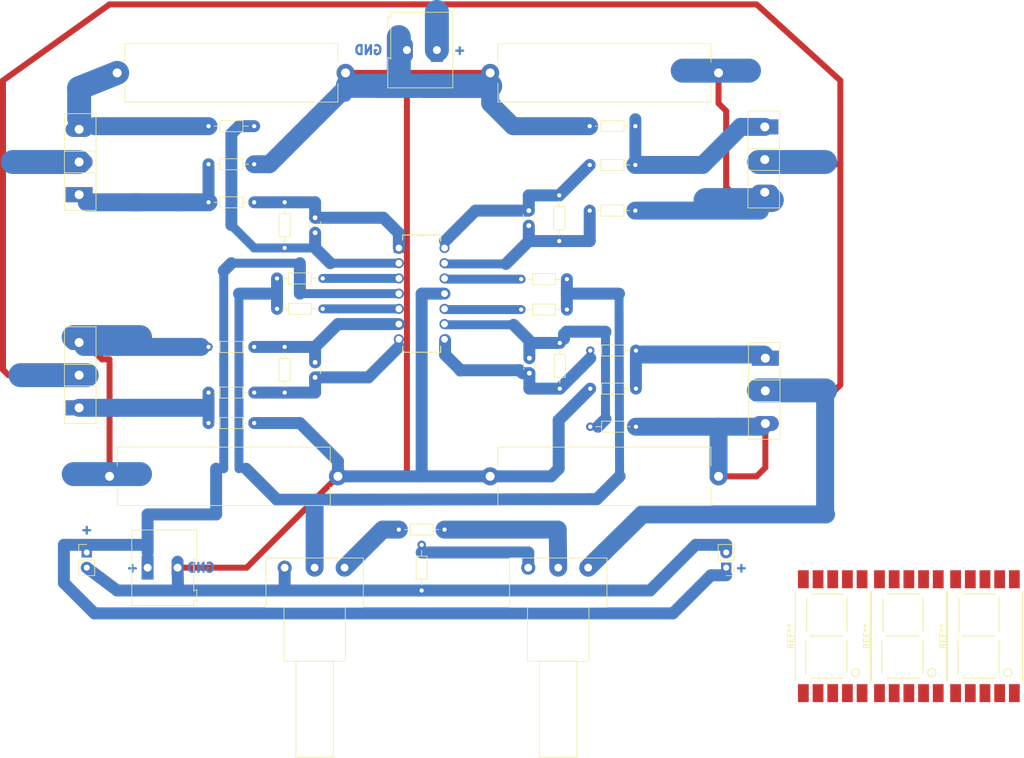
<source format=kicad_pcb>
(kicad_pcb (version 20171130) (host pcbnew 5.0.2-bee76a0~70~ubuntu18.10.1)

  (general
    (thickness 1.6)
    (drawings 6)
    (tracks 234)
    (zones 0)
    (modules 44)
    (nets 1)
  )

  (page A4)
  (layers
    (0 F.Cu signal)
    (31 B.Cu signal)
    (32 B.Adhes user)
    (33 F.Adhes user)
    (34 B.Paste user)
    (35 F.Paste user)
    (36 B.SilkS user)
    (37 F.SilkS user)
    (38 B.Mask user)
    (39 F.Mask user)
    (40 Dwgs.User user)
    (41 Cmts.User user)
    (42 Eco1.User user)
    (43 Eco2.User user)
    (44 Edge.Cuts user)
    (45 Margin user)
    (46 B.CrtYd user)
    (47 F.CrtYd user)
    (48 B.Fab user)
    (49 F.Fab user hide)
  )

  (setup
    (last_trace_width 1)
    (trace_clearance 0.2)
    (zone_clearance 0.508)
    (zone_45_only no)
    (trace_min 0.2)
    (segment_width 0.2)
    (edge_width 0.15)
    (via_size 0.8)
    (via_drill 0.4)
    (via_min_size 0.4)
    (via_min_drill 0.3)
    (uvia_size 0.3)
    (uvia_drill 0.1)
    (uvias_allowed no)
    (uvia_min_size 0.2)
    (uvia_min_drill 0.1)
    (pcb_text_width 0.3)
    (pcb_text_size 1.5 1.5)
    (mod_edge_width 0.15)
    (mod_text_size 1 1)
    (mod_text_width 0.15)
    (pad_size 1.98 3.96)
    (pad_drill 1.32)
    (pad_to_mask_clearance 0.051)
    (solder_mask_min_width 0.25)
    (aux_axis_origin 0 0)
    (visible_elements FFFFFF7F)
    (pcbplotparams
      (layerselection 0x010fc_ffffffff)
      (usegerberextensions false)
      (usegerberattributes false)
      (usegerberadvancedattributes false)
      (creategerberjobfile false)
      (excludeedgelayer true)
      (linewidth 0.100000)
      (plotframeref false)
      (viasonmask false)
      (mode 1)
      (useauxorigin false)
      (hpglpennumber 1)
      (hpglpenspeed 20)
      (hpglpendiameter 15.000000)
      (psnegative false)
      (psa4output false)
      (plotreference true)
      (plotvalue true)
      (plotinvisibletext false)
      (padsonsilk false)
      (subtractmaskfromsilk false)
      (outputformat 1)
      (mirror false)
      (drillshape 1)
      (scaleselection 1)
      (outputdirectory ""))
  )

  (net 0 "")

  (net_class Default "This is the default net class."
    (clearance 0.2)
    (trace_width 1)
    (via_dia 0.8)
    (via_drill 0.4)
    (uvia_dia 0.3)
    (uvia_drill 0.1)
  )

  (module TerminalBlock:TerminalBlock_Altech_AK300-2_P5.00mm (layer F.Cu) (tedit 5C3CA31A) (tstamp 5C390E2A)
    (at 40.64 113.03)
    (descr "Altech AK300 terminal block, pitch 5.0mm, 45 degree angled, see http://www.mouser.com/ds/2/16/PCBMETRC-24178.pdf")
    (tags "Altech AK300 terminal block pitch 5.0mm")
    (fp_text reference "IN 12V" (at 5.08 -3.81) (layer B.Adhes)
      (effects (font (size 1 1) (thickness 0.15)) (justify mirror))
    )
    (fp_text value TerminalBlock_Altech_AK300-2_P5.00mm (at 2.78 7.75) (layer F.Fab)
      (effects (font (size 1 1) (thickness 0.15)))
    )
    (fp_arc (start -1.13 -4.65) (end -1.42 -4.13) (angle 104.2) (layer F.Fab) (width 0.1))
    (fp_arc (start -0.01 -3.71) (end -1.62 -5) (angle 100) (layer F.Fab) (width 0.1))
    (fp_arc (start 0.06 -6.07) (end 1.53 -4.12) (angle 75.5) (layer F.Fab) (width 0.1))
    (fp_arc (start 1.03 -4.59) (end 1.53 -5.05) (angle 90.5) (layer F.Fab) (width 0.1))
    (fp_arc (start 3.87 -4.65) (end 3.58 -4.13) (angle 104.2) (layer F.Fab) (width 0.1))
    (fp_arc (start 4.99 -3.71) (end 3.39 -5) (angle 100) (layer F.Fab) (width 0.1))
    (fp_arc (start 5.07 -6.07) (end 6.53 -4.12) (angle 75.5) (layer F.Fab) (width 0.1))
    (fp_arc (start 6.03 -4.59) (end 6.54 -5.05) (angle 90.5) (layer F.Fab) (width 0.1))
    (fp_line (start 8.36 6.47) (end -2.83 6.47) (layer F.CrtYd) (width 0.05))
    (fp_line (start 8.36 6.47) (end 8.36 -6.47) (layer F.CrtYd) (width 0.05))
    (fp_line (start -2.83 -6.47) (end -2.83 6.47) (layer F.CrtYd) (width 0.05))
    (fp_line (start -2.83 -6.47) (end 8.36 -6.47) (layer F.CrtYd) (width 0.05))
    (fp_line (start 3.36 -0.25) (end 6.67 -0.25) (layer F.Fab) (width 0.1))
    (fp_line (start 2.98 -0.25) (end 3.36 -0.25) (layer F.Fab) (width 0.1))
    (fp_line (start 7.05 -0.25) (end 6.67 -0.25) (layer F.Fab) (width 0.1))
    (fp_line (start 6.67 -0.64) (end 3.36 -0.64) (layer F.Fab) (width 0.1))
    (fp_line (start 7.61 -0.64) (end 6.67 -0.64) (layer F.Fab) (width 0.1))
    (fp_line (start 1.66 -0.64) (end 3.36 -0.64) (layer F.Fab) (width 0.1))
    (fp_line (start -1.64 -0.64) (end 1.66 -0.64) (layer F.Fab) (width 0.1))
    (fp_line (start -2.58 -0.64) (end -1.64 -0.64) (layer F.Fab) (width 0.1))
    (fp_line (start 1.66 -0.25) (end -1.64 -0.25) (layer F.Fab) (width 0.1))
    (fp_line (start 2.04 -0.25) (end 1.66 -0.25) (layer F.Fab) (width 0.1))
    (fp_line (start -2.02 -0.25) (end -1.64 -0.25) (layer F.Fab) (width 0.1))
    (fp_line (start -1.49 -4.32) (end 1.56 -4.95) (layer F.Fab) (width 0.1))
    (fp_line (start -1.62 -4.45) (end 1.44 -5.08) (layer F.Fab) (width 0.1))
    (fp_line (start 3.52 -4.32) (end 6.56 -4.95) (layer F.Fab) (width 0.1))
    (fp_line (start 3.39 -4.45) (end 6.44 -5.08) (layer F.Fab) (width 0.1))
    (fp_line (start 2.04 -5.97) (end -2.02 -5.97) (layer F.Fab) (width 0.1))
    (fp_line (start -2.02 -3.43) (end -2.02 -5.97) (layer F.Fab) (width 0.1))
    (fp_line (start 2.04 -3.43) (end -2.02 -3.43) (layer F.Fab) (width 0.1))
    (fp_line (start 2.04 -3.43) (end 2.04 -5.97) (layer F.Fab) (width 0.1))
    (fp_line (start 7.05 -3.43) (end 2.98 -3.43) (layer F.Fab) (width 0.1))
    (fp_line (start 7.05 -5.97) (end 7.05 -3.43) (layer F.Fab) (width 0.1))
    (fp_line (start 2.98 -5.97) (end 7.05 -5.97) (layer F.Fab) (width 0.1))
    (fp_line (start 2.98 -3.43) (end 2.98 -5.97) (layer F.Fab) (width 0.1))
    (fp_line (start 7.61 -3.17) (end 7.61 -1.65) (layer F.Fab) (width 0.1))
    (fp_line (start -2.58 -3.17) (end -2.58 -6.22) (layer F.Fab) (width 0.1))
    (fp_line (start -2.58 -3.17) (end 7.61 -3.17) (layer F.Fab) (width 0.1))
    (fp_line (start 7.61 -0.64) (end 7.61 4.06) (layer F.Fab) (width 0.1))
    (fp_line (start 7.61 -1.65) (end 7.61 -0.64) (layer F.Fab) (width 0.1))
    (fp_line (start -2.58 -0.64) (end -2.58 -3.17) (layer F.Fab) (width 0.1))
    (fp_line (start -2.58 6.22) (end -2.58 -0.64) (layer F.Fab) (width 0.1))
    (fp_line (start 6.67 0.51) (end 6.28 0.51) (layer F.Fab) (width 0.1))
    (fp_line (start 3.36 0.51) (end 3.74 0.51) (layer F.Fab) (width 0.1))
    (fp_line (start 1.66 0.51) (end 1.28 0.51) (layer F.Fab) (width 0.1))
    (fp_line (start -1.64 0.51) (end -1.26 0.51) (layer F.Fab) (width 0.1))
    (fp_line (start -1.64 3.68) (end -1.64 0.51) (layer F.Fab) (width 0.1))
    (fp_line (start 1.66 3.68) (end -1.64 3.68) (layer F.Fab) (width 0.1))
    (fp_line (start 1.66 3.68) (end 1.66 0.51) (layer F.Fab) (width 0.1))
    (fp_line (start 3.36 3.68) (end 3.36 0.51) (layer F.Fab) (width 0.1))
    (fp_line (start 6.67 3.68) (end 3.36 3.68) (layer F.Fab) (width 0.1))
    (fp_line (start 6.67 3.68) (end 6.67 0.51) (layer F.Fab) (width 0.1))
    (fp_line (start -2.02 4.32) (end -2.02 6.22) (layer F.Fab) (width 0.1))
    (fp_line (start 2.04 4.32) (end 2.04 -0.25) (layer F.Fab) (width 0.1))
    (fp_line (start 2.04 4.32) (end -2.02 4.32) (layer F.Fab) (width 0.1))
    (fp_line (start 7.05 4.32) (end 7.05 6.22) (layer F.Fab) (width 0.1))
    (fp_line (start 2.98 4.32) (end 2.98 -0.25) (layer F.Fab) (width 0.1))
    (fp_line (start 2.98 4.32) (end 7.05 4.32) (layer F.Fab) (width 0.1))
    (fp_line (start -2.02 6.22) (end 2.04 6.22) (layer F.Fab) (width 0.1))
    (fp_line (start -2.58 6.22) (end -2.02 6.22) (layer F.Fab) (width 0.1))
    (fp_line (start -2.02 -0.25) (end -2.02 4.32) (layer F.Fab) (width 0.1))
    (fp_line (start 2.04 6.22) (end 2.98 6.22) (layer F.Fab) (width 0.1))
    (fp_line (start 2.04 6.22) (end 2.04 4.32) (layer F.Fab) (width 0.1))
    (fp_line (start 7.05 6.22) (end 7.61 6.22) (layer F.Fab) (width 0.1))
    (fp_line (start 2.98 6.22) (end 7.05 6.22) (layer F.Fab) (width 0.1))
    (fp_line (start 7.05 -0.25) (end 7.05 4.32) (layer F.Fab) (width 0.1))
    (fp_line (start 2.98 6.22) (end 2.98 4.32) (layer F.Fab) (width 0.1))
    (fp_line (start 8.11 3.81) (end 8.11 5.46) (layer F.Fab) (width 0.1))
    (fp_line (start 7.61 4.06) (end 7.61 5.21) (layer F.Fab) (width 0.1))
    (fp_line (start 8.11 3.81) (end 7.61 4.06) (layer F.Fab) (width 0.1))
    (fp_line (start 7.61 5.21) (end 7.61 6.22) (layer F.Fab) (width 0.1))
    (fp_line (start 8.11 5.46) (end 7.61 5.21) (layer F.Fab) (width 0.1))
    (fp_line (start 8.11 -1.4) (end 7.61 -1.65) (layer F.Fab) (width 0.1))
    (fp_line (start 8.11 -6.22) (end 8.11 -1.4) (layer F.Fab) (width 0.1))
    (fp_line (start 7.61 -6.22) (end 8.11 -6.22) (layer F.Fab) (width 0.1))
    (fp_line (start 7.61 -6.22) (end -2.58 -6.22) (layer F.Fab) (width 0.1))
    (fp_line (start 7.61 -6.22) (end 7.61 -3.17) (layer F.Fab) (width 0.1))
    (fp_line (start 3.74 2.54) (end 3.74 -0.25) (layer F.Fab) (width 0.1))
    (fp_line (start 3.74 -0.25) (end 6.28 -0.25) (layer F.Fab) (width 0.1))
    (fp_line (start 6.28 2.54) (end 6.28 -0.25) (layer F.Fab) (width 0.1))
    (fp_line (start 3.74 2.54) (end 6.28 2.54) (layer F.Fab) (width 0.1))
    (fp_line (start -1.26 2.54) (end -1.26 -0.25) (layer F.Fab) (width 0.1))
    (fp_line (start -1.26 -0.25) (end 1.28 -0.25) (layer F.Fab) (width 0.1))
    (fp_line (start 1.28 2.54) (end 1.28 -0.25) (layer F.Fab) (width 0.1))
    (fp_line (start -1.26 2.54) (end 1.28 2.54) (layer F.Fab) (width 0.1))
    (fp_line (start 8.2 -6.3) (end -2.65 -6.3) (layer F.SilkS) (width 0.12))
    (fp_line (start 8.2 -1.2) (end 8.2 -6.3) (layer F.SilkS) (width 0.12))
    (fp_line (start 7.7 -1.5) (end 8.2 -1.2) (layer F.SilkS) (width 0.12))
    (fp_line (start 7.7 3.9) (end 7.7 -1.5) (layer F.SilkS) (width 0.12))
    (fp_line (start 8.2 3.65) (end 7.7 3.9) (layer F.SilkS) (width 0.12))
    (fp_line (start 8.2 3.7) (end 8.2 3.65) (layer F.SilkS) (width 0.12))
    (fp_line (start 8.2 5.6) (end 8.2 3.7) (layer F.SilkS) (width 0.12))
    (fp_line (start 7.7 5.35) (end 8.2 5.6) (layer F.SilkS) (width 0.12))
    (fp_line (start 7.7 6.3) (end 7.7 5.35) (layer F.SilkS) (width 0.12))
    (fp_line (start -2.65 6.3) (end 7.7 6.3) (layer F.SilkS) (width 0.12))
    (fp_line (start -2.65 -6.3) (end -2.65 6.3) (layer F.SilkS) (width 0.12))
    (fp_text user %R (at 2.5 -2) (layer F.Fab)
      (effects (font (size 1 1) (thickness 0.15)))
    )
    (pad 2 thru_hole oval (at 5 0) (size 1.98 3.96) (drill 1.32) (layers *.Cu *.Mask))
    (pad 1 thru_hole rect (at 0 0) (size 1.98 3.96) (drill 1.32) (layers *.Cu *.Mask))
    (model /home/fgl27/Downloads/TerminalBlock_Altech.3dshapes/Altech_AK300_1x02_P5.00mm_45-Degree.wrl
      (at (xyz 0 0 0))
      (scale (xyz 1 1 0.9))
      (rotate (xyz 0 0 0))
    )
  )

  (module Resistor_THT:R_Axial_DIN0204_L3.6mm_D1.6mm_P7.62mm_Horizontal (layer F.Cu) (tedit 5C3CA335) (tstamp 5C3C8AAA)
    (at 86.36 116.84 90)
    (descr "Resistor, Axial_DIN0204 series, Axial, Horizontal, pin pitch=7.62mm, 0.167W, length*diameter=3.6*1.6mm^2, http://cdn-reichelt.de/documents/datenblatt/B400/1_4W%23YAG.pdf")
    (tags "Resistor Axial_DIN0204 series Axial Horizontal pin pitch 7.62mm 0.167W length 3.6mm diameter 1.6mm")
    (fp_text reference 4.7k (at 2.54 1.27 180) (layer B.Adhes)
      (effects (font (size 1 1) (thickness 0.15)) (justify mirror))
    )
    (fp_text value R_Axial_DIN0204_L3.6mm_D1.6mm_P7.62mm_Horizontal (at 3.81 1.92 90) (layer F.Fab)
      (effects (font (size 1 1) (thickness 0.15)))
    )
    (fp_text user %R (at 3.81 0 90) (layer F.Fab)
      (effects (font (size 0.72 0.72) (thickness 0.108)))
    )
    (fp_line (start 8.57 -1.05) (end -0.95 -1.05) (layer F.CrtYd) (width 0.05))
    (fp_line (start 8.57 1.05) (end 8.57 -1.05) (layer F.CrtYd) (width 0.05))
    (fp_line (start -0.95 1.05) (end 8.57 1.05) (layer F.CrtYd) (width 0.05))
    (fp_line (start -0.95 -1.05) (end -0.95 1.05) (layer F.CrtYd) (width 0.05))
    (fp_line (start 6.68 0) (end 5.73 0) (layer F.SilkS) (width 0.12))
    (fp_line (start 0.94 0) (end 1.89 0) (layer F.SilkS) (width 0.12))
    (fp_line (start 5.73 -0.92) (end 1.89 -0.92) (layer F.SilkS) (width 0.12))
    (fp_line (start 5.73 0.92) (end 5.73 -0.92) (layer F.SilkS) (width 0.12))
    (fp_line (start 1.89 0.92) (end 5.73 0.92) (layer F.SilkS) (width 0.12))
    (fp_line (start 1.89 -0.92) (end 1.89 0.92) (layer F.SilkS) (width 0.12))
    (fp_line (start 7.62 0) (end 5.61 0) (layer F.Fab) (width 0.1))
    (fp_line (start 0 0) (end 2.01 0) (layer F.Fab) (width 0.1))
    (fp_line (start 5.61 -0.8) (end 2.01 -0.8) (layer F.Fab) (width 0.1))
    (fp_line (start 5.61 0.8) (end 5.61 -0.8) (layer F.Fab) (width 0.1))
    (fp_line (start 2.01 0.8) (end 5.61 0.8) (layer F.Fab) (width 0.1))
    (fp_line (start 2.01 -0.8) (end 2.01 0.8) (layer F.Fab) (width 0.1))
    (pad 2 thru_hole oval (at 7.62 0 90) (size 1.4 1.4) (drill 0.7) (layers *.Cu *.Mask))
    (pad 1 thru_hole circle (at 0 0 90) (size 1.4 1.4) (drill 0.7) (layers *.Cu *.Mask))
    (model ${KISYS3DMOD}/Resistor_THT.3dshapes/R_Axial_DIN0204_L3.6mm_D1.6mm_P7.62mm_Horizontal.wrl
      (at (xyz 0 0 0))
      (scale (xyz 1 1 1))
      (rotate (xyz 0 0 0))
    )
  )

  (module Resistor_THT:R_Axial_DIN0204_L3.6mm_D1.6mm_P7.62mm_Horizontal (layer F.Cu) (tedit 5C3CA323) (tstamp 5C3C8A5C)
    (at 82.55 106.68)
    (descr "Resistor, Axial_DIN0204 series, Axial, Horizontal, pin pitch=7.62mm, 0.167W, length*diameter=3.6*1.6mm^2, http://cdn-reichelt.de/documents/datenblatt/B400/1_4W%23YAG.pdf")
    (tags "Resistor Axial_DIN0204 series Axial Horizontal pin pitch 7.62mm 0.167W length 3.6mm diameter 1.6mm")
    (fp_text reference 4.7k (at 3.81 -1.92) (layer B.Adhes)
      (effects (font (size 1 1) (thickness 0.15)) (justify mirror))
    )
    (fp_text value R_Axial_DIN0204_L3.6mm_D1.6mm_P7.62mm_Horizontal (at 3.81 1.92) (layer F.Fab)
      (effects (font (size 1 1) (thickness 0.15)))
    )
    (fp_text user %R (at 3.81 0) (layer F.Fab)
      (effects (font (size 0.72 0.72) (thickness 0.108)))
    )
    (fp_line (start 8.57 -1.05) (end -0.95 -1.05) (layer F.CrtYd) (width 0.05))
    (fp_line (start 8.57 1.05) (end 8.57 -1.05) (layer F.CrtYd) (width 0.05))
    (fp_line (start -0.95 1.05) (end 8.57 1.05) (layer F.CrtYd) (width 0.05))
    (fp_line (start -0.95 -1.05) (end -0.95 1.05) (layer F.CrtYd) (width 0.05))
    (fp_line (start 6.68 0) (end 5.73 0) (layer F.SilkS) (width 0.12))
    (fp_line (start 0.94 0) (end 1.89 0) (layer F.SilkS) (width 0.12))
    (fp_line (start 5.73 -0.92) (end 1.89 -0.92) (layer F.SilkS) (width 0.12))
    (fp_line (start 5.73 0.92) (end 5.73 -0.92) (layer F.SilkS) (width 0.12))
    (fp_line (start 1.89 0.92) (end 5.73 0.92) (layer F.SilkS) (width 0.12))
    (fp_line (start 1.89 -0.92) (end 1.89 0.92) (layer F.SilkS) (width 0.12))
    (fp_line (start 7.62 0) (end 5.61 0) (layer F.Fab) (width 0.1))
    (fp_line (start 0 0) (end 2.01 0) (layer F.Fab) (width 0.1))
    (fp_line (start 5.61 -0.8) (end 2.01 -0.8) (layer F.Fab) (width 0.1))
    (fp_line (start 5.61 0.8) (end 5.61 -0.8) (layer F.Fab) (width 0.1))
    (fp_line (start 2.01 0.8) (end 5.61 0.8) (layer F.Fab) (width 0.1))
    (fp_line (start 2.01 -0.8) (end 2.01 0.8) (layer F.Fab) (width 0.1))
    (pad 2 thru_hole oval (at 7.62 0) (size 1.4 1.4) (drill 0.7) (layers *.Cu *.Mask))
    (pad 1 thru_hole circle (at 0 0) (size 1.4 1.4) (drill 0.7) (layers *.Cu *.Mask))
    (model ${KISYS3DMOD}/Resistor_THT.3dshapes/R_Axial_DIN0204_L3.6mm_D1.6mm_P7.62mm_Horizontal.wrl
      (at (xyz 0 0 0))
      (scale (xyz 1 1 1))
      (rotate (xyz 0 0 0))
    )
  )

  (module Potentiometer_THT:Potentiometer_Piher_PC-16_Single_Horizontal (layer F.Cu) (tedit 5C3CA351) (tstamp 5C3BCF58)
    (at 63.5 113.03 270)
    (descr "Potentiometer, horizontal, Piher PC-16 Single, http://www.piher-nacesa.com/pdf/20-PC16v03.pdf")
    (tags "Potentiometer horizontal Piher PC-16 Single")
    (fp_text reference "POT 10K" (at 1.27 -15.24) (layer B.Adhes)
      (effects (font (size 1 1) (thickness 0.15)) (justify mirror))
    )
    (fp_text value Potentiometer_Piher_PC-16_Single_Horizontal (at 0 4.25 270) (layer F.Fab)
      (effects (font (size 1 1) (thickness 0.15)))
    )
    (fp_line (start -1.5 -13) (end -1.5 3) (layer F.Fab) (width 0.1))
    (fp_line (start -1.5 3) (end 6.5 3) (layer F.Fab) (width 0.1))
    (fp_line (start 6.5 3) (end 6.5 -13) (layer F.Fab) (width 0.1))
    (fp_line (start 6.5 -13) (end -1.5 -13) (layer F.Fab) (width 0.1))
    (fp_line (start 6.5 -10) (end 6.5 0) (layer F.Fab) (width 0.1))
    (fp_line (start 6.5 0) (end 15.5 0) (layer F.Fab) (width 0.1))
    (fp_line (start 15.5 0) (end 15.5 -10) (layer F.Fab) (width 0.1))
    (fp_line (start 15.5 -10) (end 6.5 -10) (layer F.Fab) (width 0.1))
    (fp_line (start 15.5 -8) (end 15.5 -2) (layer F.Fab) (width 0.1))
    (fp_line (start 15.5 -2) (end 31.5 -2) (layer F.Fab) (width 0.1))
    (fp_line (start 31.5 -2) (end 31.5 -8) (layer F.Fab) (width 0.1))
    (fp_line (start 31.5 -8) (end 15.5 -8) (layer F.Fab) (width 0.1))
    (fp_line (start -1.62 -13.12) (end 6.62 -13.12) (layer F.SilkS) (width 0.12))
    (fp_line (start -1.62 3.12) (end 6.62 3.12) (layer F.SilkS) (width 0.12))
    (fp_line (start -1.62 -13.12) (end -1.62 3.12) (layer F.SilkS) (width 0.12))
    (fp_line (start 6.62 -13.12) (end 6.62 3.12) (layer F.SilkS) (width 0.12))
    (fp_line (start 6.62 -10.12) (end 15.62 -10.12) (layer F.SilkS) (width 0.12))
    (fp_line (start 6.62 0.12) (end 15.62 0.12) (layer F.SilkS) (width 0.12))
    (fp_line (start 6.62 -10.12) (end 6.62 0.12) (layer F.SilkS) (width 0.12))
    (fp_line (start 15.62 -10.12) (end 15.62 0.12) (layer F.SilkS) (width 0.12))
    (fp_line (start 15.62 -8.12) (end 31.62 -8.12) (layer F.SilkS) (width 0.12))
    (fp_line (start 15.62 -1.879) (end 31.62 -1.879) (layer F.SilkS) (width 0.12))
    (fp_line (start 15.62 -8.12) (end 15.62 -1.879) (layer F.SilkS) (width 0.12))
    (fp_line (start 31.62 -8.12) (end 31.62 -1.879) (layer F.SilkS) (width 0.12))
    (fp_line (start -1.75 -13.25) (end -1.75 3.25) (layer F.CrtYd) (width 0.05))
    (fp_line (start -1.75 3.25) (end 31.75 3.25) (layer F.CrtYd) (width 0.05))
    (fp_line (start 31.75 3.25) (end 31.75 -13.25) (layer F.CrtYd) (width 0.05))
    (fp_line (start 31.75 -13.25) (end -1.75 -13.25) (layer F.CrtYd) (width 0.05))
    (fp_text user %R (at 2.5 -5 270) (layer F.Fab)
      (effects (font (size 1 1) (thickness 0.15)))
    )
    (pad 3 thru_hole circle (at 0 -10 270) (size 2.34 2.34) (drill 1.3) (layers *.Cu *.Mask))
    (pad 2 thru_hole circle (at 0 -5 270) (size 2.34 2.34) (drill 1.3) (layers *.Cu *.Mask))
    (pad 1 thru_hole circle (at 0 0 270) (size 2.34 2.34) (drill 1.3) (layers *.Cu *.Mask))
    (model ${KISYS3DMOD}/Potentiometer_THT.3dshapes/Potentiometer_Piher_PC-16_Single_Horizontal.wrl
      (at (xyz 0 0 0))
      (scale (xyz 1 1 1))
      (rotate (xyz 0 0 0))
    )
    (model /home/fgl27/Downloads/kicad-library-master/modules/packages3d/Potentiometers.3dshapes/Potentiometer_Alps_RK163_Single_Vertical.wrl
      (at (xyz 0 0 0))
      (scale (xyz 1 1 1))
      (rotate (xyz 0 0 0))
    )
  )

  (module library:TO-247-3_Vertical (layer F.Cu) (tedit 5C3CA360) (tstamp 5C37EAEC)
    (at 143.697968 78.080082 270)
    (descr "TO-247-3, Vertical, RM 5.45mm, see https://toshiba.semicon-storage.com/us/product/mosfet/to-247-4l.html")
    (tags "TO-247-3 Vertical RM 5.45mm")
    (fp_text reference IRFP150N (at -4.420082 0.187968) (layer B.Adhes)
      (effects (font (size 1 1) (thickness 0.15)) (justify mirror))
    )
    (fp_text value TO-247-3_Vertical (at 5.45 3.95 270) (layer F.Fab)
      (effects (font (size 1 1) (thickness 0.15)))
    )
    (fp_line (start -2.5 -2.33) (end -2.5 2.7) (layer F.Fab) (width 0.1))
    (fp_line (start -2.5 2.7) (end 13.4 2.7) (layer F.Fab) (width 0.1))
    (fp_line (start 13.4 2.7) (end 13.4 -2.33) (layer F.Fab) (width 0.1))
    (fp_line (start 13.4 -2.33) (end -2.5 -2.33) (layer F.Fab) (width 0.1))
    (fp_line (start 3.645 -2.33) (end 3.645 2.7) (layer F.Fab) (width 0.1))
    (fp_line (start 7.255 -2.33) (end 7.255 2.7) (layer F.Fab) (width 0.1))
    (fp_line (start -2.62 -2.451) (end 13.52 -2.451) (layer F.SilkS) (width 0.12))
    (fp_line (start -2.62 2.82) (end 13.52 2.82) (layer F.SilkS) (width 0.12))
    (fp_line (start -2.62 -2.451) (end -2.62 2.82) (layer F.SilkS) (width 0.12))
    (fp_line (start 13.52 -2.451) (end 13.52 2.82) (layer F.SilkS) (width 0.12))
    (fp_line (start 3.646 -2.451) (end 3.646 2.82) (layer F.SilkS) (width 0.12))
    (fp_line (start 7.255 -2.451) (end 7.255 2.82) (layer F.SilkS) (width 0.12))
    (fp_line (start -2.75 -2.59) (end -2.75 2.95) (layer F.CrtYd) (width 0.05))
    (fp_line (start -2.75 2.95) (end 13.65 2.95) (layer F.CrtYd) (width 0.05))
    (fp_line (start 13.65 2.95) (end 13.65 -2.59) (layer F.CrtYd) (width 0.05))
    (fp_line (start 13.65 -2.59) (end -2.75 -2.59) (layer F.CrtYd) (width 0.05))
    (fp_text user %R (at 5.45 -3.45 270) (layer F.Fab)
      (effects (font (size 1 1) (thickness 0.15)))
    )
    (pad 1 thru_hole rect (at 0 0 270) (size 2.5 4.5) (drill 1.5) (layers *.Cu *.Mask))
    (pad 2 thru_hole oval (at 5.45 0 270) (size 2.5 4.5) (drill 1.5) (layers *.Cu *.Mask))
    (pad 3 thru_hole oval (at 10.9 0 270) (size 2.5 4.5) (drill 1.5) (layers *.Cu *.Mask))
    (model ${KISYS3DMOD}/Package_TO_SOT_THT.3dshapes/TO-247-3_Vertical.wrl
      (at (xyz 0 0 0))
      (scale (xyz 1 1 1))
      (rotate (xyz 0 0 0))
    )
  )

  (module Potentiometer_THT:Potentiometer_Piher_PC-16_Single_Horizontal (layer F.Cu) (tedit 5C3CA34C) (tstamp 5C3786AE)
    (at 104.14 113.03 270)
    (descr "Potentiometer, horizontal, Piher PC-16 Single, http://www.piher-nacesa.com/pdf/20-PC16v03.pdf")
    (tags "Potentiometer horizontal Piher PC-16 Single")
    (fp_text reference "POT 10K" (at 1.27 -15.24) (layer B.Adhes)
      (effects (font (size 1 1) (thickness 0.15)) (justify mirror))
    )
    (fp_text value Potentiometer_Piher_PC-16_Single_Horizontal (at 0 4.25 270) (layer F.Fab)
      (effects (font (size 1 1) (thickness 0.15)))
    )
    (fp_text user %R (at 2.5 -5 270) (layer F.Fab)
      (effects (font (size 1 1) (thickness 0.15)))
    )
    (fp_line (start 31.75 -13.25) (end -1.75 -13.25) (layer F.CrtYd) (width 0.05))
    (fp_line (start 31.75 3.25) (end 31.75 -13.25) (layer F.CrtYd) (width 0.05))
    (fp_line (start -1.75 3.25) (end 31.75 3.25) (layer F.CrtYd) (width 0.05))
    (fp_line (start -1.75 -13.25) (end -1.75 3.25) (layer F.CrtYd) (width 0.05))
    (fp_line (start 31.62 -8.12) (end 31.62 -1.879) (layer F.SilkS) (width 0.12))
    (fp_line (start 15.62 -8.12) (end 15.62 -1.879) (layer F.SilkS) (width 0.12))
    (fp_line (start 15.62 -1.879) (end 31.62 -1.879) (layer F.SilkS) (width 0.12))
    (fp_line (start 15.62 -8.12) (end 31.62 -8.12) (layer F.SilkS) (width 0.12))
    (fp_line (start 15.62 -10.12) (end 15.62 0.12) (layer F.SilkS) (width 0.12))
    (fp_line (start 6.62 -10.12) (end 6.62 0.12) (layer F.SilkS) (width 0.12))
    (fp_line (start 6.62 0.12) (end 15.62 0.12) (layer F.SilkS) (width 0.12))
    (fp_line (start 6.62 -10.12) (end 15.62 -10.12) (layer F.SilkS) (width 0.12))
    (fp_line (start 6.62 -13.12) (end 6.62 3.12) (layer F.SilkS) (width 0.12))
    (fp_line (start -1.62 -13.12) (end -1.62 3.12) (layer F.SilkS) (width 0.12))
    (fp_line (start -1.62 3.12) (end 6.62 3.12) (layer F.SilkS) (width 0.12))
    (fp_line (start -1.62 -13.12) (end 6.62 -13.12) (layer F.SilkS) (width 0.12))
    (fp_line (start 31.5 -8) (end 15.5 -8) (layer F.Fab) (width 0.1))
    (fp_line (start 31.5 -2) (end 31.5 -8) (layer F.Fab) (width 0.1))
    (fp_line (start 15.5 -2) (end 31.5 -2) (layer F.Fab) (width 0.1))
    (fp_line (start 15.5 -8) (end 15.5 -2) (layer F.Fab) (width 0.1))
    (fp_line (start 15.5 -10) (end 6.5 -10) (layer F.Fab) (width 0.1))
    (fp_line (start 15.5 0) (end 15.5 -10) (layer F.Fab) (width 0.1))
    (fp_line (start 6.5 0) (end 15.5 0) (layer F.Fab) (width 0.1))
    (fp_line (start 6.5 -10) (end 6.5 0) (layer F.Fab) (width 0.1))
    (fp_line (start 6.5 -13) (end -1.5 -13) (layer F.Fab) (width 0.1))
    (fp_line (start 6.5 3) (end 6.5 -13) (layer F.Fab) (width 0.1))
    (fp_line (start -1.5 3) (end 6.5 3) (layer F.Fab) (width 0.1))
    (fp_line (start -1.5 -13) (end -1.5 3) (layer F.Fab) (width 0.1))
    (pad 1 thru_hole circle (at 0 0 270) (size 2.34 2.34) (drill 1.3) (layers *.Cu *.Mask))
    (pad 2 thru_hole circle (at 0 -5 270) (size 2.34 2.34) (drill 1.3) (layers *.Cu *.Mask))
    (pad 3 thru_hole circle (at 0 -10 270) (size 2.34 2.34) (drill 1.3) (layers *.Cu *.Mask))
    (model ${KISYS3DMOD}/Potentiometer_THT.3dshapes/Potentiometer_Piher_PC-16_Single_Horizontal.wrl
      (at (xyz 0 0 0))
      (scale (xyz 1 1 1))
      (rotate (xyz 0 0 0))
    )
    (model /home/fgl27/Downloads/kicad-library-master/modules/packages3d/Potentiometers.3dshapes/Potentiometer_Alps_RK163_Single_Vertical.wrl
      (at (xyz 0 0 0))
      (scale (xyz 1 1 1))
      (rotate (xyz 0 0 0))
    )
  )

  (module Display_7Segment:7SEGMENT-LED__HDSM531_HDSM533_SMD (layer F.Cu) (tedit 5BE687C7) (tstamp 5C396072)
    (at 167.64 124.46 90)
    (descr "7-Segment Display, HDSM53x, https://docs.broadcom.com/docs/AV02-0713EN")
    (tags "7segment LED HDSM531 HDSM533")
    (solder_paste_margin -0.2)
    (attr smd)
    (fp_text reference REF** (at 0 -7 90) (layer F.SilkS)
      (effects (font (size 1 1) (thickness 0.15)))
    )
    (fp_text value 7SEGMENT-LED__HDSM531_HDSM533_SMD (at 0 7 90) (layer F.Fab)
      (effects (font (size 1 1) (thickness 0.15)))
    )
    (fp_text user %R (at 0 0 90) (layer F.Fab)
      (effects (font (size 1 1) (thickness 0.15)))
    )
    (fp_line (start -6.125 2.35) (end -0.625 2.35) (layer F.SilkS) (width 0.15))
    (fp_line (start -6.3 -4.5) (end -0.8 -4.5) (layer F.SilkS) (width 0.15))
    (fp_line (start 0.75 -4.325) (end 6.25 -4.325) (layer F.SilkS) (width 0.15))
    (fp_line (start 0.85 2.35) (end 6.35 2.35) (layer F.SilkS) (width 0.15))
    (fp_line (start 7.025 -3.675) (end 7.025 1.825) (layer F.SilkS) (width 0.15))
    (fp_line (start 0.05 -3.825) (end 0.05 1.675) (layer F.SilkS) (width 0.15))
    (fp_line (start -7.025 -3.725) (end -7.025 1.775) (layer F.SilkS) (width 0.15))
    (fp_line (start -7.425 6.25) (end 7.425 6.25) (layer F.SilkS) (width 0.15))
    (fp_line (start 7.425 -6.25) (end -7.425 -6.25) (layer F.SilkS) (width 0.15))
    (fp_circle (center -6.075 3.825) (end -6.75 3.925) (layer F.SilkS) (width 0.15))
    (fp_line (start 9 6) (end 9 -6) (layer F.Fab) (width 0.1))
    (fp_line (start 9 -6) (end -8 -6) (layer F.Fab) (width 0.1))
    (fp_line (start -8 -6) (end -9 -5) (layer F.Fab) (width 0.1))
    (fp_line (start -9 -5) (end -9 6) (layer F.Fab) (width 0.1))
    (fp_line (start -9 6) (end 9 6) (layer F.Fab) (width 0.1))
    (fp_line (start 11.5 -6.5) (end 11.5 6.5) (layer F.CrtYd) (width 0.05))
    (fp_line (start 11.5 6.5) (end -11.5 6.5) (layer F.CrtYd) (width 0.05))
    (fp_line (start -11.5 6.5) (end -11.5 -6.5) (layer F.CrtYd) (width 0.05))
    (fp_line (start -11.5 -6.5) (end 11.5 -6.5) (layer F.CrtYd) (width 0.05))
    (pad 3 smd rect (at -9.5 0) (size 1.8 3) (layers F.Cu F.Paste F.Mask)
      (solder_paste_margin -0.2))
    (pad 2 smd rect (at -9.5 -2.45) (size 1.8 3) (layers F.Cu F.Paste F.Mask)
      (solder_paste_margin -0.2))
    (pad 1 smd rect (at -9.5 -4.9) (size 1.8 3) (layers F.Cu F.Paste F.Mask)
      (solder_paste_margin -0.2))
    (pad 4 smd rect (at -9.5 2.45) (size 1.8 3) (layers F.Cu F.Paste F.Mask)
      (solder_paste_margin -0.2))
    (pad 5 smd rect (at -9.5 4.9) (size 1.8 3) (layers F.Cu F.Paste F.Mask)
      (solder_paste_margin -0.2))
    (pad 6 smd rect (at 9.5 4.9) (size 1.8 3) (layers F.Cu F.Paste F.Mask)
      (solder_paste_margin -0.2))
    (pad 7 smd rect (at 9.5 2.45) (size 1.8 3) (layers F.Cu F.Paste F.Mask)
      (solder_paste_margin -0.2))
    (pad 8 smd rect (at 9.5 0) (size 1.8 3) (layers F.Cu F.Paste F.Mask)
      (solder_paste_margin -0.2))
    (pad 9 smd rect (at 9.5 -2.45) (size 1.8 3) (layers F.Cu F.Paste F.Mask)
      (solder_paste_margin -0.2))
    (pad 10 smd rect (at 9.5 -4.9) (size 1.8 3) (layers F.Cu F.Paste F.Mask)
      (solder_paste_margin -0.2))
    (model ${KISYS3DMOD}/Display_7Segment.3dshapes/7SEGMENT-LED__HDSM531_HDSM533_SMD.wrl
      (at (xyz 0 0 0))
      (scale (xyz 1 1 1))
      (rotate (xyz 0 0 0))
    )
  )

  (module Display_7Segment:7SEGMENT-LED__HDSM531_HDSM533_SMD (layer F.Cu) (tedit 5BE687C7) (tstamp 5C39606E)
    (at 154.94 124.46 90)
    (descr "7-Segment Display, HDSM53x, https://docs.broadcom.com/docs/AV02-0713EN")
    (tags "7segment LED HDSM531 HDSM533")
    (solder_paste_margin -0.2)
    (attr smd)
    (fp_text reference REF** (at 0 -7 90) (layer F.SilkS)
      (effects (font (size 1 1) (thickness 0.15)))
    )
    (fp_text value 7SEGMENT-LED__HDSM531_HDSM533_SMD (at 0 7 90) (layer F.Fab)
      (effects (font (size 1 1) (thickness 0.15)))
    )
    (fp_line (start -11.5 -6.5) (end 11.5 -6.5) (layer F.CrtYd) (width 0.05))
    (fp_line (start -11.5 6.5) (end -11.5 -6.5) (layer F.CrtYd) (width 0.05))
    (fp_line (start 11.5 6.5) (end -11.5 6.5) (layer F.CrtYd) (width 0.05))
    (fp_line (start 11.5 -6.5) (end 11.5 6.5) (layer F.CrtYd) (width 0.05))
    (fp_line (start -9 6) (end 9 6) (layer F.Fab) (width 0.1))
    (fp_line (start -9 -5) (end -9 6) (layer F.Fab) (width 0.1))
    (fp_line (start -8 -6) (end -9 -5) (layer F.Fab) (width 0.1))
    (fp_line (start 9 -6) (end -8 -6) (layer F.Fab) (width 0.1))
    (fp_line (start 9 6) (end 9 -6) (layer F.Fab) (width 0.1))
    (fp_circle (center -6.075 3.825) (end -6.75 3.925) (layer F.SilkS) (width 0.15))
    (fp_line (start 7.425 -6.25) (end -7.425 -6.25) (layer F.SilkS) (width 0.15))
    (fp_line (start -7.425 6.25) (end 7.425 6.25) (layer F.SilkS) (width 0.15))
    (fp_line (start -7.025 -3.725) (end -7.025 1.775) (layer F.SilkS) (width 0.15))
    (fp_line (start 0.05 -3.825) (end 0.05 1.675) (layer F.SilkS) (width 0.15))
    (fp_line (start 7.025 -3.675) (end 7.025 1.825) (layer F.SilkS) (width 0.15))
    (fp_line (start 0.85 2.35) (end 6.35 2.35) (layer F.SilkS) (width 0.15))
    (fp_line (start 0.75 -4.325) (end 6.25 -4.325) (layer F.SilkS) (width 0.15))
    (fp_line (start -6.3 -4.5) (end -0.8 -4.5) (layer F.SilkS) (width 0.15))
    (fp_line (start -6.125 2.35) (end -0.625 2.35) (layer F.SilkS) (width 0.15))
    (fp_text user %R (at 0 0 90) (layer F.Fab)
      (effects (font (size 1 1) (thickness 0.15)))
    )
    (pad 10 smd rect (at 9.5 -4.9) (size 1.8 3) (layers F.Cu F.Paste F.Mask)
      (solder_paste_margin -0.2))
    (pad 9 smd rect (at 9.5 -2.45) (size 1.8 3) (layers F.Cu F.Paste F.Mask)
      (solder_paste_margin -0.2))
    (pad 8 smd rect (at 9.5 0) (size 1.8 3) (layers F.Cu F.Paste F.Mask)
      (solder_paste_margin -0.2))
    (pad 7 smd rect (at 9.5 2.45) (size 1.8 3) (layers F.Cu F.Paste F.Mask)
      (solder_paste_margin -0.2))
    (pad 6 smd rect (at 9.5 4.9) (size 1.8 3) (layers F.Cu F.Paste F.Mask)
      (solder_paste_margin -0.2))
    (pad 5 smd rect (at -9.5 4.9) (size 1.8 3) (layers F.Cu F.Paste F.Mask)
      (solder_paste_margin -0.2))
    (pad 4 smd rect (at -9.5 2.45) (size 1.8 3) (layers F.Cu F.Paste F.Mask)
      (solder_paste_margin -0.2))
    (pad 1 smd rect (at -9.5 -4.9) (size 1.8 3) (layers F.Cu F.Paste F.Mask)
      (solder_paste_margin -0.2))
    (pad 2 smd rect (at -9.5 -2.45) (size 1.8 3) (layers F.Cu F.Paste F.Mask)
      (solder_paste_margin -0.2))
    (pad 3 smd rect (at -9.5 0) (size 1.8 3) (layers F.Cu F.Paste F.Mask)
      (solder_paste_margin -0.2))
    (model ${KISYS3DMOD}/Display_7Segment.3dshapes/7SEGMENT-LED__HDSM531_HDSM533_SMD.wrl
      (at (xyz 0 0 0))
      (scale (xyz 1 1 1))
      (rotate (xyz 0 0 0))
    )
  )

  (module Display_7Segment:7SEGMENT-LED__HDSM531_HDSM533_SMD (layer F.Cu) (tedit 5BE687C7) (tstamp 5C396072)
    (at 180.34 124.46 90)
    (descr "7-Segment Display, HDSM53x, https://docs.broadcom.com/docs/AV02-0713EN")
    (tags "7segment LED HDSM531 HDSM533")
    (solder_paste_margin -0.2)
    (attr smd)
    (fp_text reference REF** (at 0 -7 90) (layer F.SilkS)
      (effects (font (size 1 1) (thickness 0.15)))
    )
    (fp_text value 7SEGMENT-LED__HDSM531_HDSM533_SMD (at 0 7 90) (layer F.Fab)
      (effects (font (size 1 1) (thickness 0.15)))
    )
    (fp_text user %R (at 0 0 90) (layer F.Fab)
      (effects (font (size 1 1) (thickness 0.15)))
    )
    (fp_line (start -6.125 2.35) (end -0.625 2.35) (layer F.SilkS) (width 0.15))
    (fp_line (start -6.3 -4.5) (end -0.8 -4.5) (layer F.SilkS) (width 0.15))
    (fp_line (start 0.75 -4.325) (end 6.25 -4.325) (layer F.SilkS) (width 0.15))
    (fp_line (start 0.85 2.35) (end 6.35 2.35) (layer F.SilkS) (width 0.15))
    (fp_line (start 7.025 -3.675) (end 7.025 1.825) (layer F.SilkS) (width 0.15))
    (fp_line (start 0.05 -3.825) (end 0.05 1.675) (layer F.SilkS) (width 0.15))
    (fp_line (start -7.025 -3.725) (end -7.025 1.775) (layer F.SilkS) (width 0.15))
    (fp_line (start -7.425 6.25) (end 7.425 6.25) (layer F.SilkS) (width 0.15))
    (fp_line (start 7.425 -6.25) (end -7.425 -6.25) (layer F.SilkS) (width 0.15))
    (fp_circle (center -6.075 3.825) (end -6.75 3.925) (layer F.SilkS) (width 0.15))
    (fp_line (start 9 6) (end 9 -6) (layer F.Fab) (width 0.1))
    (fp_line (start 9 -6) (end -8 -6) (layer F.Fab) (width 0.1))
    (fp_line (start -8 -6) (end -9 -5) (layer F.Fab) (width 0.1))
    (fp_line (start -9 -5) (end -9 6) (layer F.Fab) (width 0.1))
    (fp_line (start -9 6) (end 9 6) (layer F.Fab) (width 0.1))
    (fp_line (start 11.5 -6.5) (end 11.5 6.5) (layer F.CrtYd) (width 0.05))
    (fp_line (start 11.5 6.5) (end -11.5 6.5) (layer F.CrtYd) (width 0.05))
    (fp_line (start -11.5 6.5) (end -11.5 -6.5) (layer F.CrtYd) (width 0.05))
    (fp_line (start -11.5 -6.5) (end 11.5 -6.5) (layer F.CrtYd) (width 0.05))
    (pad 3 smd rect (at -9.5 0) (size 1.8 3) (layers F.Cu F.Paste F.Mask)
      (solder_paste_margin -0.2))
    (pad 2 smd rect (at -9.5 -2.45) (size 1.8 3) (layers F.Cu F.Paste F.Mask)
      (solder_paste_margin -0.2))
    (pad 1 smd rect (at -9.5 -4.9) (size 1.8 3) (layers F.Cu F.Paste F.Mask)
      (solder_paste_margin -0.2))
    (pad 4 smd rect (at -9.5 2.45) (size 1.8 3) (layers F.Cu F.Paste F.Mask)
      (solder_paste_margin -0.2))
    (pad 5 smd rect (at -9.5 4.9) (size 1.8 3) (layers F.Cu F.Paste F.Mask)
      (solder_paste_margin -0.2))
    (pad 6 smd rect (at 9.5 4.9) (size 1.8 3) (layers F.Cu F.Paste F.Mask)
      (solder_paste_margin -0.2))
    (pad 7 smd rect (at 9.5 2.45) (size 1.8 3) (layers F.Cu F.Paste F.Mask)
      (solder_paste_margin -0.2))
    (pad 8 smd rect (at 9.5 0) (size 1.8 3) (layers F.Cu F.Paste F.Mask)
      (solder_paste_margin -0.2))
    (pad 9 smd rect (at 9.5 -2.45) (size 1.8 3) (layers F.Cu F.Paste F.Mask)
      (solder_paste_margin -0.2))
    (pad 10 smd rect (at 9.5 -4.9) (size 1.8 3) (layers F.Cu F.Paste F.Mask)
      (solder_paste_margin -0.2))
    (model ${KISYS3DMOD}/Display_7Segment.3dshapes/7SEGMENT-LED__HDSM531_HDSM533_SMD.wrl
      (at (xyz 0 0 0))
      (scale (xyz 1 1 1))
      (rotate (xyz 0 0 0))
    )
  )

  (module TerminalBlock:TerminalBlock_Altech_AK300-2_P5.00mm (layer F.Cu) (tedit 5C3CA27C) (tstamp 5C39711F)
    (at 88.9 26.67 180)
    (descr "Altech AK300 terminal block, pitch 5.0mm, 45 degree angled, see http://www.mouser.com/ds/2/16/PCBMETRC-24178.pdf")
    (tags "Altech AK300 terminal block pitch 5.0mm")
    (fp_text reference "IN Teste 30 V | 20 A | 300 W" (at 21.59 2.54 180) (layer B.Adhes)
      (effects (font (size 1 1) (thickness 0.15)) (justify mirror))
    )
    (fp_text value TerminalBlock_Altech_AK300-2_P5.00mm (at 2.78 7.75 180) (layer F.Fab)
      (effects (font (size 1 1) (thickness 0.15)))
    )
    (fp_arc (start -1.13 -4.65) (end -1.42 -4.13) (angle 104.2) (layer F.Fab) (width 0.1))
    (fp_arc (start -0.01 -3.71) (end -1.62 -5) (angle 100) (layer F.Fab) (width 0.1))
    (fp_arc (start 0.06 -6.07) (end 1.53 -4.12) (angle 75.5) (layer F.Fab) (width 0.1))
    (fp_arc (start 1.03 -4.59) (end 1.53 -5.05) (angle 90.5) (layer F.Fab) (width 0.1))
    (fp_arc (start 3.87 -4.65) (end 3.58 -4.13) (angle 104.2) (layer F.Fab) (width 0.1))
    (fp_arc (start 4.99 -3.71) (end 3.39 -5) (angle 100) (layer F.Fab) (width 0.1))
    (fp_arc (start 5.07 -6.07) (end 6.53 -4.12) (angle 75.5) (layer F.Fab) (width 0.1))
    (fp_arc (start 6.03 -4.59) (end 6.54 -5.05) (angle 90.5) (layer F.Fab) (width 0.1))
    (fp_line (start 8.36 6.47) (end -2.83 6.47) (layer F.CrtYd) (width 0.05))
    (fp_line (start 8.36 6.47) (end 8.36 -6.47) (layer F.CrtYd) (width 0.05))
    (fp_line (start -2.83 -6.47) (end -2.83 6.47) (layer F.CrtYd) (width 0.05))
    (fp_line (start -2.83 -6.47) (end 8.36 -6.47) (layer F.CrtYd) (width 0.05))
    (fp_line (start 3.36 -0.25) (end 6.67 -0.25) (layer F.Fab) (width 0.1))
    (fp_line (start 2.98 -0.25) (end 3.36 -0.25) (layer F.Fab) (width 0.1))
    (fp_line (start 7.05 -0.25) (end 6.67 -0.25) (layer F.Fab) (width 0.1))
    (fp_line (start 6.67 -0.64) (end 3.36 -0.64) (layer F.Fab) (width 0.1))
    (fp_line (start 7.61 -0.64) (end 6.67 -0.64) (layer F.Fab) (width 0.1))
    (fp_line (start 1.66 -0.64) (end 3.36 -0.64) (layer F.Fab) (width 0.1))
    (fp_line (start -1.64 -0.64) (end 1.66 -0.64) (layer F.Fab) (width 0.1))
    (fp_line (start -2.58 -0.64) (end -1.64 -0.64) (layer F.Fab) (width 0.1))
    (fp_line (start 1.66 -0.25) (end -1.64 -0.25) (layer F.Fab) (width 0.1))
    (fp_line (start 2.04 -0.25) (end 1.66 -0.25) (layer F.Fab) (width 0.1))
    (fp_line (start -2.02 -0.25) (end -1.64 -0.25) (layer F.Fab) (width 0.1))
    (fp_line (start -1.49 -4.32) (end 1.56 -4.95) (layer F.Fab) (width 0.1))
    (fp_line (start -1.62 -4.45) (end 1.44 -5.08) (layer F.Fab) (width 0.1))
    (fp_line (start 3.52 -4.32) (end 6.56 -4.95) (layer F.Fab) (width 0.1))
    (fp_line (start 3.39 -4.45) (end 6.44 -5.08) (layer F.Fab) (width 0.1))
    (fp_line (start 2.04 -5.97) (end -2.02 -5.97) (layer F.Fab) (width 0.1))
    (fp_line (start -2.02 -3.43) (end -2.02 -5.97) (layer F.Fab) (width 0.1))
    (fp_line (start 2.04 -3.43) (end -2.02 -3.43) (layer F.Fab) (width 0.1))
    (fp_line (start 2.04 -3.43) (end 2.04 -5.97) (layer F.Fab) (width 0.1))
    (fp_line (start 7.05 -3.43) (end 2.98 -3.43) (layer F.Fab) (width 0.1))
    (fp_line (start 7.05 -5.97) (end 7.05 -3.43) (layer F.Fab) (width 0.1))
    (fp_line (start 2.98 -5.97) (end 7.05 -5.97) (layer F.Fab) (width 0.1))
    (fp_line (start 2.98 -3.43) (end 2.98 -5.97) (layer F.Fab) (width 0.1))
    (fp_line (start 7.61 -3.17) (end 7.61 -1.65) (layer F.Fab) (width 0.1))
    (fp_line (start -2.58 -3.17) (end -2.58 -6.22) (layer F.Fab) (width 0.1))
    (fp_line (start -2.58 -3.17) (end 7.61 -3.17) (layer F.Fab) (width 0.1))
    (fp_line (start 7.61 -0.64) (end 7.61 4.06) (layer F.Fab) (width 0.1))
    (fp_line (start 7.61 -1.65) (end 7.61 -0.64) (layer F.Fab) (width 0.1))
    (fp_line (start -2.58 -0.64) (end -2.58 -3.17) (layer F.Fab) (width 0.1))
    (fp_line (start -2.58 6.22) (end -2.58 -0.64) (layer F.Fab) (width 0.1))
    (fp_line (start 6.67 0.51) (end 6.28 0.51) (layer F.Fab) (width 0.1))
    (fp_line (start 3.36 0.51) (end 3.74 0.51) (layer F.Fab) (width 0.1))
    (fp_line (start 1.66 0.51) (end 1.28 0.51) (layer F.Fab) (width 0.1))
    (fp_line (start -1.64 0.51) (end -1.26 0.51) (layer F.Fab) (width 0.1))
    (fp_line (start -1.64 3.68) (end -1.64 0.51) (layer F.Fab) (width 0.1))
    (fp_line (start 1.66 3.68) (end -1.64 3.68) (layer F.Fab) (width 0.1))
    (fp_line (start 1.66 3.68) (end 1.66 0.51) (layer F.Fab) (width 0.1))
    (fp_line (start 3.36 3.68) (end 3.36 0.51) (layer F.Fab) (width 0.1))
    (fp_line (start 6.67 3.68) (end 3.36 3.68) (layer F.Fab) (width 0.1))
    (fp_line (start 6.67 3.68) (end 6.67 0.51) (layer F.Fab) (width 0.1))
    (fp_line (start -2.02 4.32) (end -2.02 6.22) (layer F.Fab) (width 0.1))
    (fp_line (start 2.04 4.32) (end 2.04 -0.25) (layer F.Fab) (width 0.1))
    (fp_line (start 2.04 4.32) (end -2.02 4.32) (layer F.Fab) (width 0.1))
    (fp_line (start 7.05 4.32) (end 7.05 6.22) (layer F.Fab) (width 0.1))
    (fp_line (start 2.98 4.32) (end 2.98 -0.25) (layer F.Fab) (width 0.1))
    (fp_line (start 2.98 4.32) (end 7.05 4.32) (layer F.Fab) (width 0.1))
    (fp_line (start -2.02 6.22) (end 2.04 6.22) (layer F.Fab) (width 0.1))
    (fp_line (start -2.58 6.22) (end -2.02 6.22) (layer F.Fab) (width 0.1))
    (fp_line (start -2.02 -0.25) (end -2.02 4.32) (layer F.Fab) (width 0.1))
    (fp_line (start 2.04 6.22) (end 2.98 6.22) (layer F.Fab) (width 0.1))
    (fp_line (start 2.04 6.22) (end 2.04 4.32) (layer F.Fab) (width 0.1))
    (fp_line (start 7.05 6.22) (end 7.61 6.22) (layer F.Fab) (width 0.1))
    (fp_line (start 2.98 6.22) (end 7.05 6.22) (layer F.Fab) (width 0.1))
    (fp_line (start 7.05 -0.25) (end 7.05 4.32) (layer F.Fab) (width 0.1))
    (fp_line (start 2.98 6.22) (end 2.98 4.32) (layer F.Fab) (width 0.1))
    (fp_line (start 8.11 3.81) (end 8.11 5.46) (layer F.Fab) (width 0.1))
    (fp_line (start 7.61 4.06) (end 7.61 5.21) (layer F.Fab) (width 0.1))
    (fp_line (start 8.11 3.81) (end 7.61 4.06) (layer F.Fab) (width 0.1))
    (fp_line (start 7.61 5.21) (end 7.61 6.22) (layer F.Fab) (width 0.1))
    (fp_line (start 8.11 5.46) (end 7.61 5.21) (layer F.Fab) (width 0.1))
    (fp_line (start 8.11 -1.4) (end 7.61 -1.65) (layer F.Fab) (width 0.1))
    (fp_line (start 8.11 -6.22) (end 8.11 -1.4) (layer F.Fab) (width 0.1))
    (fp_line (start 7.61 -6.22) (end 8.11 -6.22) (layer F.Fab) (width 0.1))
    (fp_line (start 7.61 -6.22) (end -2.58 -6.22) (layer F.Fab) (width 0.1))
    (fp_line (start 7.61 -6.22) (end 7.61 -3.17) (layer F.Fab) (width 0.1))
    (fp_line (start 3.74 2.54) (end 3.74 -0.25) (layer F.Fab) (width 0.1))
    (fp_line (start 3.74 -0.25) (end 6.28 -0.25) (layer F.Fab) (width 0.1))
    (fp_line (start 6.28 2.54) (end 6.28 -0.25) (layer F.Fab) (width 0.1))
    (fp_line (start 3.74 2.54) (end 6.28 2.54) (layer F.Fab) (width 0.1))
    (fp_line (start -1.26 2.54) (end -1.26 -0.25) (layer F.Fab) (width 0.1))
    (fp_line (start -1.26 -0.25) (end 1.28 -0.25) (layer F.Fab) (width 0.1))
    (fp_line (start 1.28 2.54) (end 1.28 -0.25) (layer F.Fab) (width 0.1))
    (fp_line (start -1.26 2.54) (end 1.28 2.54) (layer F.Fab) (width 0.1))
    (fp_line (start 8.2 -6.3) (end -2.65 -6.3) (layer F.SilkS) (width 0.12))
    (fp_line (start 8.2 -1.2) (end 8.2 -6.3) (layer F.SilkS) (width 0.12))
    (fp_line (start 7.7 -1.5) (end 8.2 -1.2) (layer F.SilkS) (width 0.12))
    (fp_line (start 7.7 3.9) (end 7.7 -1.5) (layer F.SilkS) (width 0.12))
    (fp_line (start 8.2 3.65) (end 7.7 3.9) (layer F.SilkS) (width 0.12))
    (fp_line (start 8.2 3.7) (end 8.2 3.65) (layer F.SilkS) (width 0.12))
    (fp_line (start 8.2 5.6) (end 8.2 3.7) (layer F.SilkS) (width 0.12))
    (fp_line (start 7.7 5.35) (end 8.2 5.6) (layer F.SilkS) (width 0.12))
    (fp_line (start 7.7 6.3) (end 7.7 5.35) (layer F.SilkS) (width 0.12))
    (fp_line (start -2.65 6.3) (end 7.7 6.3) (layer F.SilkS) (width 0.12))
    (fp_line (start -2.65 -6.3) (end -2.65 6.3) (layer F.SilkS) (width 0.12))
    (fp_text user %R (at 2.5 -2 180) (layer F.Fab)
      (effects (font (size 1 1) (thickness 0.15)))
    )
    (pad 2 thru_hole oval (at 5 0 180) (size 1.98 3.96) (drill 1.32) (layers *.Cu *.Mask))
    (pad 1 thru_hole rect (at 0 0 180) (size 1.98 3.96) (drill 1.32) (layers *.Cu *.Mask))
    (model /home/fgl27/Downloads/TerminalBlock_Altech.3dshapes/Altech_AK300_1x02_P5.00mm_45-Degree.wrl
      (at (xyz 0 0 0))
      (scale (xyz 1 1 0.9))
      (rotate (xyz 0 0 0))
    )
  )

  (module Resistor_THT:R_Axial_DIN0204_L3.6mm_D1.6mm_P7.62mm_Horizontal (layer F.Cu) (tedit 5C3CA37E) (tstamp 5C37EB7C)
    (at 102.963984 64.890041)
    (descr "Resistor, Axial_DIN0204 series, Axial, Horizontal, pin pitch=7.62mm, 0.167W, length*diameter=3.6*1.6mm^2, http://cdn-reichelt.de/documents/datenblatt/B400/1_4W%23YAG.pdf")
    (tags "Resistor Axial_DIN0204 series Axial Horizontal pin pitch 7.62mm 0.167W length 3.6mm diameter 1.6mm")
    (fp_text reference 1k (at 3.81 -0.120041) (layer B.Adhes)
      (effects (font (size 1 1) (thickness 0.15)) (justify mirror))
    )
    (fp_text value R_Axial_DIN0204_L3.6mm_D1.6mm_P7.62mm_Horizontal (at 3.81 1.92) (layer F.Fab)
      (effects (font (size 1 1) (thickness 0.15)))
    )
    (fp_text user %R (at 3.81 0) (layer F.Fab)
      (effects (font (size 0.72 0.72) (thickness 0.108)))
    )
    (fp_line (start 8.57 -1.05) (end -0.95 -1.05) (layer F.CrtYd) (width 0.05))
    (fp_line (start 8.57 1.05) (end 8.57 -1.05) (layer F.CrtYd) (width 0.05))
    (fp_line (start -0.95 1.05) (end 8.57 1.05) (layer F.CrtYd) (width 0.05))
    (fp_line (start -0.95 -1.05) (end -0.95 1.05) (layer F.CrtYd) (width 0.05))
    (fp_line (start 6.68 0) (end 5.73 0) (layer F.SilkS) (width 0.12))
    (fp_line (start 0.94 0) (end 1.89 0) (layer F.SilkS) (width 0.12))
    (fp_line (start 5.73 -0.92) (end 1.89 -0.92) (layer F.SilkS) (width 0.12))
    (fp_line (start 5.73 0.92) (end 5.73 -0.92) (layer F.SilkS) (width 0.12))
    (fp_line (start 1.89 0.92) (end 5.73 0.92) (layer F.SilkS) (width 0.12))
    (fp_line (start 1.89 -0.92) (end 1.89 0.92) (layer F.SilkS) (width 0.12))
    (fp_line (start 7.62 0) (end 5.61 0) (layer F.Fab) (width 0.1))
    (fp_line (start 0 0) (end 2.01 0) (layer F.Fab) (width 0.1))
    (fp_line (start 5.61 -0.8) (end 2.01 -0.8) (layer F.Fab) (width 0.1))
    (fp_line (start 5.61 0.8) (end 5.61 -0.8) (layer F.Fab) (width 0.1))
    (fp_line (start 2.01 0.8) (end 5.61 0.8) (layer F.Fab) (width 0.1))
    (fp_line (start 2.01 -0.8) (end 2.01 0.8) (layer F.Fab) (width 0.1))
    (pad 2 thru_hole oval (at 7.62 0) (size 1.4 1.4) (drill 0.7) (layers *.Cu *.Mask))
    (pad 1 thru_hole circle (at 0 0) (size 1.4 1.4) (drill 0.7) (layers *.Cu *.Mask))
    (model ${KISYS3DMOD}/Resistor_THT.3dshapes/R_Axial_DIN0204_L3.6mm_D1.6mm_P7.62mm_Horizontal.wrl
      (at (xyz 0 0 0))
      (scale (xyz 1 1 1))
      (rotate (xyz 0 0 0))
    )
  )

  (module Resistor_THT:R_Axial_DIN0204_L3.6mm_D1.6mm_P7.62mm_Horizontal (layer F.Cu) (tedit 5C3CA374) (tstamp 5C37EB03)
    (at 109.313984 50.920041 270)
    (descr "Resistor, Axial_DIN0204 series, Axial, Horizontal, pin pitch=7.62mm, 0.167W, length*diameter=3.6*1.6mm^2, http://cdn-reichelt.de/documents/datenblatt/B400/1_4W%23YAG.pdf")
    (tags "Resistor Axial_DIN0204 series Axial Horizontal pin pitch 7.62mm 0.167W length 3.6mm diameter 1.6mm")
    (fp_text reference 220k (at 3.81 0.093984 270) (layer B.Adhes)
      (effects (font (size 1 1) (thickness 0.15)) (justify mirror))
    )
    (fp_text value R_Axial_DIN0204_L3.6mm_D1.6mm_P7.62mm_Horizontal (at 3.81 1.92 270) (layer F.Fab) hide
      (effects (font (size 1 1) (thickness 0.15)))
    )
    (fp_text user %R (at 3.81 0 270) (layer F.Fab)
      (effects (font (size 0.72 0.72) (thickness 0.108)))
    )
    (fp_line (start 8.57 -1.05) (end -0.95 -1.05) (layer F.CrtYd) (width 0.05))
    (fp_line (start 8.57 1.05) (end 8.57 -1.05) (layer F.CrtYd) (width 0.05))
    (fp_line (start -0.95 1.05) (end 8.57 1.05) (layer F.CrtYd) (width 0.05))
    (fp_line (start -0.95 -1.05) (end -0.95 1.05) (layer F.CrtYd) (width 0.05))
    (fp_line (start 6.68 0) (end 5.73 0) (layer F.SilkS) (width 0.12))
    (fp_line (start 0.94 0) (end 1.89 0) (layer F.SilkS) (width 0.12))
    (fp_line (start 5.73 -0.92) (end 1.89 -0.92) (layer F.SilkS) (width 0.12))
    (fp_line (start 5.73 0.92) (end 5.73 -0.92) (layer F.SilkS) (width 0.12))
    (fp_line (start 1.89 0.92) (end 5.73 0.92) (layer F.SilkS) (width 0.12))
    (fp_line (start 1.89 -0.92) (end 1.89 0.92) (layer F.SilkS) (width 0.12))
    (fp_line (start 7.62 0) (end 5.61 0) (layer F.Fab) (width 0.1))
    (fp_line (start 0 0) (end 2.01 0) (layer F.Fab) (width 0.1))
    (fp_line (start 5.61 -0.8) (end 2.01 -0.8) (layer F.Fab) (width 0.1))
    (fp_line (start 5.61 0.8) (end 5.61 -0.8) (layer F.Fab) (width 0.1))
    (fp_line (start 2.01 0.8) (end 5.61 0.8) (layer F.Fab) (width 0.1))
    (fp_line (start 2.01 -0.8) (end 2.01 0.8) (layer F.Fab) (width 0.1))
    (pad 2 thru_hole oval (at 7.62 0 270) (size 1.4 1.4) (drill 0.7) (layers *.Cu *.Mask))
    (pad 1 thru_hole circle (at 0 0 270) (size 1.4 1.4) (drill 0.7) (layers *.Cu *.Mask))
    (model ${KISYS3DMOD}/Resistor_THT.3dshapes/R_Axial_DIN0204_L3.6mm_D1.6mm_P7.62mm_Horizontal.wrl
      (at (xyz 0 0 0))
      (scale (xyz 1 1 1))
      (rotate (xyz 0 0 0))
    )
  )

  (module Capacitor_THT:C_Disc_D3.0mm_W1.6mm_P2.50mm (layer F.Cu) (tedit 5C3CA383) (tstamp 5C37EADA)
    (at 104.233984 53.460041 270)
    (descr "C, Disc series, Radial, pin pitch=2.50mm, , diameter*width=3.0*1.6mm^2, Capacitor, http://www.vishay.com/docs/45233/krseries.pdf")
    (tags "C Disc series Radial pin pitch 2.50mm  diameter 3.0mm width 1.6mm Capacitor")
    (fp_text reference 1n (at 2.419959 2.633984) (layer B.Adhes)
      (effects (font (size 1 1) (thickness 0.15)) (justify mirror))
    )
    (fp_text value C_Disc_D3.0mm_W1.6mm_P2.50mm (at 1.25 2.05 270) (layer F.Fab)
      (effects (font (size 1 1) (thickness 0.15)))
    )
    (fp_text user %R (at 1.25 0 270) (layer F.Fab)
      (effects (font (size 0.6 0.6) (thickness 0.09)))
    )
    (fp_line (start 3.55 -1.05) (end -1.05 -1.05) (layer F.CrtYd) (width 0.05))
    (fp_line (start 3.55 1.05) (end 3.55 -1.05) (layer F.CrtYd) (width 0.05))
    (fp_line (start -1.05 1.05) (end 3.55 1.05) (layer F.CrtYd) (width 0.05))
    (fp_line (start -1.05 -1.05) (end -1.05 1.05) (layer F.CrtYd) (width 0.05))
    (fp_line (start 0.621 0.92) (end 1.879 0.92) (layer F.SilkS) (width 0.12))
    (fp_line (start 0.621 -0.92) (end 1.879 -0.92) (layer F.SilkS) (width 0.12))
    (fp_line (start 2.75 -0.8) (end -0.25 -0.8) (layer F.Fab) (width 0.1))
    (fp_line (start 2.75 0.8) (end 2.75 -0.8) (layer F.Fab) (width 0.1))
    (fp_line (start -0.25 0.8) (end 2.75 0.8) (layer F.Fab) (width 0.1))
    (fp_line (start -0.25 -0.8) (end -0.25 0.8) (layer F.Fab) (width 0.1))
    (pad 2 thru_hole circle (at 2.5 0 270) (size 1.6 1.6) (drill 0.8) (layers *.Cu *.Mask))
    (pad 1 thru_hole circle (at 0 0 270) (size 1.6 1.6) (drill 0.8) (layers *.Cu *.Mask))
    (model ${KISYS3DMOD}/Capacitor_THT.3dshapes/C_Disc_D3.0mm_W1.6mm_P2.50mm.wrl
      (at (xyz 0 0 0))
      (scale (xyz 1 1 1))
      (rotate (xyz 0 0 0))
    )
  )

  (module Resistor_THT:R_Axial_DIN0204_L3.6mm_D1.6mm_P7.62mm_Horizontal (layer F.Cu) (tedit 5C3CA364) (tstamp 5C37EAC2)
    (at 109.407968 75.540082 270)
    (descr "Resistor, Axial_DIN0204 series, Axial, Horizontal, pin pitch=7.62mm, 0.167W, length*diameter=3.6*1.6mm^2, http://cdn-reichelt.de/documents/datenblatt/B400/1_4W%23YAG.pdf")
    (tags "Resistor Axial_DIN0204 series Axial Horizontal pin pitch 7.62mm 0.167W length 3.6mm diameter 1.6mm")
    (fp_text reference 220k (at 3.199918 1.457968) (layer B.Adhes)
      (effects (font (size 1 1) (thickness 0.15)) (justify mirror))
    )
    (fp_text value R_Axial_DIN0204_L3.6mm_D1.6mm_P7.62mm_Horizontal (at 3.81 1.92 270) (layer F.Fab) hide
      (effects (font (size 1 1) (thickness 0.15)))
    )
    (fp_line (start 2.01 -0.8) (end 2.01 0.8) (layer F.Fab) (width 0.1))
    (fp_line (start 2.01 0.8) (end 5.61 0.8) (layer F.Fab) (width 0.1))
    (fp_line (start 5.61 0.8) (end 5.61 -0.8) (layer F.Fab) (width 0.1))
    (fp_line (start 5.61 -0.8) (end 2.01 -0.8) (layer F.Fab) (width 0.1))
    (fp_line (start 0 0) (end 2.01 0) (layer F.Fab) (width 0.1))
    (fp_line (start 7.62 0) (end 5.61 0) (layer F.Fab) (width 0.1))
    (fp_line (start 1.89 -0.92) (end 1.89 0.92) (layer F.SilkS) (width 0.12))
    (fp_line (start 1.89 0.92) (end 5.73 0.92) (layer F.SilkS) (width 0.12))
    (fp_line (start 5.73 0.92) (end 5.73 -0.92) (layer F.SilkS) (width 0.12))
    (fp_line (start 5.73 -0.92) (end 1.89 -0.92) (layer F.SilkS) (width 0.12))
    (fp_line (start 0.94 0) (end 1.89 0) (layer F.SilkS) (width 0.12))
    (fp_line (start 6.68 0) (end 5.73 0) (layer F.SilkS) (width 0.12))
    (fp_line (start -0.95 -1.05) (end -0.95 1.05) (layer F.CrtYd) (width 0.05))
    (fp_line (start -0.95 1.05) (end 8.57 1.05) (layer F.CrtYd) (width 0.05))
    (fp_line (start 8.57 1.05) (end 8.57 -1.05) (layer F.CrtYd) (width 0.05))
    (fp_line (start 8.57 -1.05) (end -0.95 -1.05) (layer F.CrtYd) (width 0.05))
    (fp_text user %R (at 3.81 0 270) (layer F.Fab)
      (effects (font (size 0.72 0.72) (thickness 0.108)))
    )
    (pad 1 thru_hole circle (at 0 0 270) (size 1.4 1.4) (drill 0.7) (layers *.Cu *.Mask))
    (pad 2 thru_hole oval (at 7.62 0 270) (size 1.4 1.4) (drill 0.7) (layers *.Cu *.Mask))
    (model ${KISYS3DMOD}/Resistor_THT.3dshapes/R_Axial_DIN0204_L3.6mm_D1.6mm_P7.62mm_Horizontal.wrl
      (at (xyz 0 0 0))
      (scale (xyz 1 1 1))
      (rotate (xyz 0 0 0))
    )
  )

  (module Resistor_THT:R_Axial_Shunt_L35.3mm_W9.5mm_PS25.40mm_P38.10mm (layer F.Cu) (tedit 5C3CA343) (tstamp 5C37EAAB)
    (at 135.89 97.79 180)
    (descr "Resistor, Axial_Shunt series, Box, pin pitch=38.1mm, 7W, length*width*height=35.3*9.5*9.5mm^3, shunt pin pitch = 25.40mm, http://www.vishay.com/docs/30217/cpsl.pdf")
    (tags "Resistor Axial_Shunt series Box pin pitch 38.1mm 7W length 35.3mm width 9.5mm height 9.5mm shunt pin pitch 25.40mm")
    (fp_text reference 0.1 (at 11.43 0 180) (layer B.Adhes)
      (effects (font (size 1 1) (thickness 0.15)) (justify mirror))
    )
    (fp_text value R_Axial_Shunt_L35.3mm_W9.5mm_PS25.40mm_P38.10mm (at 19.05 5.87 180) (layer F.Fab)
      (effects (font (size 1 1) (thickness 0.15)))
    )
    (fp_line (start 1.4 -4.75) (end 1.4 4.75) (layer F.Fab) (width 0.1))
    (fp_line (start 1.4 4.75) (end 36.7 4.75) (layer F.Fab) (width 0.1))
    (fp_line (start 36.7 4.75) (end 36.7 -4.75) (layer F.Fab) (width 0.1))
    (fp_line (start 36.7 -4.75) (end 1.4 -4.75) (layer F.Fab) (width 0.1))
    (fp_line (start 0 0) (end 1.4 0) (layer F.Fab) (width 0.1))
    (fp_line (start 38.1 0) (end 36.7 0) (layer F.Fab) (width 0.1))
    (fp_line (start 1.28 -1.74) (end 1.28 -4.87) (layer F.SilkS) (width 0.12))
    (fp_line (start 1.28 -4.87) (end 36.82 -4.87) (layer F.SilkS) (width 0.12))
    (fp_line (start 36.82 -4.87) (end 36.82 -1.74) (layer F.SilkS) (width 0.12))
    (fp_line (start 1.28 1.74) (end 1.28 4.87) (layer F.SilkS) (width 0.12))
    (fp_line (start 1.28 4.87) (end 36.82 4.87) (layer F.SilkS) (width 0.12))
    (fp_line (start 36.82 4.87) (end 36.82 1.74) (layer F.SilkS) (width 0.12))
    (fp_line (start -1.75 -5) (end -1.75 5) (layer F.CrtYd) (width 0.05))
    (fp_line (start -1.75 5) (end 39.85 5) (layer F.CrtYd) (width 0.05))
    (fp_line (start 39.85 5) (end 39.85 -5) (layer F.CrtYd) (width 0.05))
    (fp_line (start 39.85 -5) (end -1.75 -5) (layer F.CrtYd) (width 0.05))
    (fp_text user %R (at 19.05 0 180) (layer F.Fab)
      (effects (font (size 1 1) (thickness 0.15)))
    )
    (pad 1 thru_hole circle (at 0 0 180) (size 3 3) (drill 1.5) (layers *.Cu *.Mask))
    (pad 4 thru_hole oval (at 38.1 0 180) (size 3 3) (drill 1.5) (layers *.Cu *.Mask))
    (model ${KISYS3DMOD}/Resistor_THT.3dshapes/R_Axial_Shunt_L35.3mm_W9.5mm_PS25.40mm_P38.10mm.wrl
      (at (xyz 0 0 0))
      (scale (xyz 1 1 1))
      (rotate (xyz 0 0 0))
    )
  )

  (module Resistor_THT:R_Axial_DIN0204_L3.6mm_D1.6mm_P7.62mm_Horizontal (layer F.Cu) (tedit 5C3CA379) (tstamp 5C37EA8F)
    (at 102.963984 69.970041)
    (descr "Resistor, Axial_DIN0204 series, Axial, Horizontal, pin pitch=7.62mm, 0.167W, length*diameter=3.6*1.6mm^2, http://cdn-reichelt.de/documents/datenblatt/B400/1_4W%23YAG.pdf")
    (tags "Resistor Axial_DIN0204 series Axial Horizontal pin pitch 7.62mm 0.167W length 3.6mm diameter 1.6mm")
    (fp_text reference 1k (at 3.81 -0.120041) (layer B.Adhes)
      (effects (font (size 1 1) (thickness 0.15)) (justify mirror))
    )
    (fp_text value R_Axial_DIN0204_L3.6mm_D1.6mm_P7.62mm_Horizontal (at 3.81 1.92) (layer F.Fab)
      (effects (font (size 1 1) (thickness 0.15)))
    )
    (fp_line (start 2.01 -0.8) (end 2.01 0.8) (layer F.Fab) (width 0.1))
    (fp_line (start 2.01 0.8) (end 5.61 0.8) (layer F.Fab) (width 0.1))
    (fp_line (start 5.61 0.8) (end 5.61 -0.8) (layer F.Fab) (width 0.1))
    (fp_line (start 5.61 -0.8) (end 2.01 -0.8) (layer F.Fab) (width 0.1))
    (fp_line (start 0 0) (end 2.01 0) (layer F.Fab) (width 0.1))
    (fp_line (start 7.62 0) (end 5.61 0) (layer F.Fab) (width 0.1))
    (fp_line (start 1.89 -0.92) (end 1.89 0.92) (layer F.SilkS) (width 0.12))
    (fp_line (start 1.89 0.92) (end 5.73 0.92) (layer F.SilkS) (width 0.12))
    (fp_line (start 5.73 0.92) (end 5.73 -0.92) (layer F.SilkS) (width 0.12))
    (fp_line (start 5.73 -0.92) (end 1.89 -0.92) (layer F.SilkS) (width 0.12))
    (fp_line (start 0.94 0) (end 1.89 0) (layer F.SilkS) (width 0.12))
    (fp_line (start 6.68 0) (end 5.73 0) (layer F.SilkS) (width 0.12))
    (fp_line (start -0.95 -1.05) (end -0.95 1.05) (layer F.CrtYd) (width 0.05))
    (fp_line (start -0.95 1.05) (end 8.57 1.05) (layer F.CrtYd) (width 0.05))
    (fp_line (start 8.57 1.05) (end 8.57 -1.05) (layer F.CrtYd) (width 0.05))
    (fp_line (start 8.57 -1.05) (end -0.95 -1.05) (layer F.CrtYd) (width 0.05))
    (fp_text user %R (at 3.81 0) (layer F.Fab)
      (effects (font (size 0.72 0.72) (thickness 0.108)))
    )
    (pad 1 thru_hole circle (at 0 0) (size 1.4 1.4) (drill 0.7) (layers *.Cu *.Mask))
    (pad 2 thru_hole oval (at 7.62 0) (size 1.4 1.4) (drill 0.7) (layers *.Cu *.Mask))
    (model ${KISYS3DMOD}/Resistor_THT.3dshapes/R_Axial_DIN0204_L3.6mm_D1.6mm_P7.62mm_Horizontal.wrl
      (at (xyz 0 0 0))
      (scale (xyz 1 1 1))
      (rotate (xyz 0 0 0))
    )
  )

  (module Resistor_THT:R_Axial_DIN0204_L3.6mm_D1.6mm_P7.62mm_Horizontal (layer F.Cu) (tedit 5C3CA28E) (tstamp 5C37EA64)
    (at 114.393984 39.37)
    (descr "Resistor, Axial_DIN0204 series, Axial, Horizontal, pin pitch=7.62mm, 0.167W, length*diameter=3.6*1.6mm^2, http://cdn-reichelt.de/documents/datenblatt/B400/1_4W%23YAG.pdf")
    (tags "Resistor Axial_DIN0204 series Axial Horizontal pin pitch 7.62mm 0.167W length 3.6mm diameter 1.6mm")
    (fp_text reference 4.7k (at 3.716016 0) (layer B.Adhes)
      (effects (font (size 1 1) (thickness 0.15)) (justify mirror))
    )
    (fp_text value R_Axial_DIN0204_L3.6mm_D1.6mm_P7.62mm_Horizontal (at 3.81 1.92) (layer F.Fab)
      (effects (font (size 1 1) (thickness 0.15)))
    )
    (fp_text user %R (at 3.81 0) (layer F.Fab)
      (effects (font (size 0.72 0.72) (thickness 0.108)))
    )
    (fp_line (start 8.57 -1.05) (end -0.95 -1.05) (layer F.CrtYd) (width 0.05))
    (fp_line (start 8.57 1.05) (end 8.57 -1.05) (layer F.CrtYd) (width 0.05))
    (fp_line (start -0.95 1.05) (end 8.57 1.05) (layer F.CrtYd) (width 0.05))
    (fp_line (start -0.95 -1.05) (end -0.95 1.05) (layer F.CrtYd) (width 0.05))
    (fp_line (start 6.68 0) (end 5.73 0) (layer F.SilkS) (width 0.12))
    (fp_line (start 0.94 0) (end 1.89 0) (layer F.SilkS) (width 0.12))
    (fp_line (start 5.73 -0.92) (end 1.89 -0.92) (layer F.SilkS) (width 0.12))
    (fp_line (start 5.73 0.92) (end 5.73 -0.92) (layer F.SilkS) (width 0.12))
    (fp_line (start 1.89 0.92) (end 5.73 0.92) (layer F.SilkS) (width 0.12))
    (fp_line (start 1.89 -0.92) (end 1.89 0.92) (layer F.SilkS) (width 0.12))
    (fp_line (start 7.62 0) (end 5.61 0) (layer F.Fab) (width 0.1))
    (fp_line (start 0 0) (end 2.01 0) (layer F.Fab) (width 0.1))
    (fp_line (start 5.61 -0.8) (end 2.01 -0.8) (layer F.Fab) (width 0.1))
    (fp_line (start 5.61 0.8) (end 5.61 -0.8) (layer F.Fab) (width 0.1))
    (fp_line (start 2.01 0.8) (end 5.61 0.8) (layer F.Fab) (width 0.1))
    (fp_line (start 2.01 -0.8) (end 2.01 0.8) (layer F.Fab) (width 0.1))
    (pad 2 thru_hole oval (at 7.62 0) (size 1.4 1.4) (drill 0.7) (layers *.Cu *.Mask))
    (pad 1 thru_hole circle (at 0 0) (size 1.4 1.4) (drill 0.7) (layers *.Cu *.Mask))
    (model ${KISYS3DMOD}/Resistor_THT.3dshapes/R_Axial_DIN0204_L3.6mm_D1.6mm_P7.62mm_Horizontal.wrl
      (at (xyz 0 0 0))
      (scale (xyz 1 1 1))
      (rotate (xyz 0 0 0))
    )
  )

  (module Capacitor_THT:C_Disc_D3.0mm_W1.6mm_P2.50mm (layer F.Cu) (tedit 5C3CA368) (tstamp 5C37EA53)
    (at 104.327968 78.080082 270)
    (descr "C, Disc series, Radial, pin pitch=2.50mm, , diameter*width=3.0*1.6mm^2, Capacitor, http://www.vishay.com/docs/45233/krseries.pdf")
    (tags "C Disc series Radial pin pitch 2.50mm  diameter 3.0mm width 1.6mm Capacitor")
    (fp_text reference 1n (at -0.610082 2.727968) (layer B.Adhes)
      (effects (font (size 1 1) (thickness 0.15)) (justify mirror))
    )
    (fp_text value C_Disc_D3.0mm_W1.6mm_P2.50mm (at 1.25 2.05 270) (layer F.Fab)
      (effects (font (size 1 1) (thickness 0.15)))
    )
    (fp_line (start -0.25 -0.8) (end -0.25 0.8) (layer F.Fab) (width 0.1))
    (fp_line (start -0.25 0.8) (end 2.75 0.8) (layer F.Fab) (width 0.1))
    (fp_line (start 2.75 0.8) (end 2.75 -0.8) (layer F.Fab) (width 0.1))
    (fp_line (start 2.75 -0.8) (end -0.25 -0.8) (layer F.Fab) (width 0.1))
    (fp_line (start 0.621 -0.92) (end 1.879 -0.92) (layer F.SilkS) (width 0.12))
    (fp_line (start 0.621 0.92) (end 1.879 0.92) (layer F.SilkS) (width 0.12))
    (fp_line (start -1.05 -1.05) (end -1.05 1.05) (layer F.CrtYd) (width 0.05))
    (fp_line (start -1.05 1.05) (end 3.55 1.05) (layer F.CrtYd) (width 0.05))
    (fp_line (start 3.55 1.05) (end 3.55 -1.05) (layer F.CrtYd) (width 0.05))
    (fp_line (start 3.55 -1.05) (end -1.05 -1.05) (layer F.CrtYd) (width 0.05))
    (fp_text user %R (at 1.25 0 270) (layer F.Fab)
      (effects (font (size 0.6 0.6) (thickness 0.09)))
    )
    (pad 1 thru_hole circle (at 0 0 270) (size 1.6 1.6) (drill 0.8) (layers *.Cu *.Mask))
    (pad 2 thru_hole circle (at 2.5 0 270) (size 1.6 1.6) (drill 0.8) (layers *.Cu *.Mask))
    (model ${KISYS3DMOD}/Capacitor_THT.3dshapes/C_Disc_D3.0mm_W1.6mm_P2.50mm.wrl
      (at (xyz 0 0 0))
      (scale (xyz 1 1 1))
      (rotate (xyz 0 0 0))
    )
  )

  (module Resistor_THT:R_Axial_DIN0204_L3.6mm_D1.6mm_P7.62mm_Horizontal (layer F.Cu) (tedit 5C3CA2B2) (tstamp 5C37EA35)
    (at 114.393984 45.840041)
    (descr "Resistor, Axial_DIN0204 series, Axial, Horizontal, pin pitch=7.62mm, 0.167W, length*diameter=3.6*1.6mm^2, http://cdn-reichelt.de/documents/datenblatt/B400/1_4W%23YAG.pdf")
    (tags "Resistor Axial_DIN0204 series Axial Horizontal pin pitch 7.62mm 0.167W length 3.6mm diameter 1.6mm")
    (fp_text reference 1k (at 3.716016 -0.120041) (layer B.Adhes)
      (effects (font (size 1 1) (thickness 0.15)) (justify mirror))
    )
    (fp_text value R_Axial_DIN0204_L3.6mm_D1.6mm_P7.62mm_Horizontal (at 3.81 1.92) (layer F.Fab)
      (effects (font (size 1 1) (thickness 0.15)))
    )
    (fp_line (start 2.01 -0.8) (end 2.01 0.8) (layer F.Fab) (width 0.1))
    (fp_line (start 2.01 0.8) (end 5.61 0.8) (layer F.Fab) (width 0.1))
    (fp_line (start 5.61 0.8) (end 5.61 -0.8) (layer F.Fab) (width 0.1))
    (fp_line (start 5.61 -0.8) (end 2.01 -0.8) (layer F.Fab) (width 0.1))
    (fp_line (start 0 0) (end 2.01 0) (layer F.Fab) (width 0.1))
    (fp_line (start 7.62 0) (end 5.61 0) (layer F.Fab) (width 0.1))
    (fp_line (start 1.89 -0.92) (end 1.89 0.92) (layer F.SilkS) (width 0.12))
    (fp_line (start 1.89 0.92) (end 5.73 0.92) (layer F.SilkS) (width 0.12))
    (fp_line (start 5.73 0.92) (end 5.73 -0.92) (layer F.SilkS) (width 0.12))
    (fp_line (start 5.73 -0.92) (end 1.89 -0.92) (layer F.SilkS) (width 0.12))
    (fp_line (start 0.94 0) (end 1.89 0) (layer F.SilkS) (width 0.12))
    (fp_line (start 6.68 0) (end 5.73 0) (layer F.SilkS) (width 0.12))
    (fp_line (start -0.95 -1.05) (end -0.95 1.05) (layer F.CrtYd) (width 0.05))
    (fp_line (start -0.95 1.05) (end 8.57 1.05) (layer F.CrtYd) (width 0.05))
    (fp_line (start 8.57 1.05) (end 8.57 -1.05) (layer F.CrtYd) (width 0.05))
    (fp_line (start 8.57 -1.05) (end -0.95 -1.05) (layer F.CrtYd) (width 0.05))
    (fp_text user %R (at 3.81 0) (layer F.Fab)
      (effects (font (size 0.72 0.72) (thickness 0.108)))
    )
    (pad 1 thru_hole circle (at 0 0) (size 1.4 1.4) (drill 0.7) (layers *.Cu *.Mask))
    (pad 2 thru_hole oval (at 7.62 0) (size 1.4 1.4) (drill 0.7) (layers *.Cu *.Mask))
    (model ${KISYS3DMOD}/Resistor_THT.3dshapes/R_Axial_DIN0204_L3.6mm_D1.6mm_P7.62mm_Horizontal.wrl
      (at (xyz 0 0 0))
      (scale (xyz 1 1 1))
      (rotate (xyz 0 0 0))
    )
  )

  (module Resistor_THT:R_Axial_DIN0204_L3.6mm_D1.6mm_P7.62mm_Horizontal (layer F.Cu) (tedit 5C3CA35C) (tstamp 5C37EA1A)
    (at 114.487968 83.160082)
    (descr "Resistor, Axial_DIN0204 series, Axial, Horizontal, pin pitch=7.62mm, 0.167W, length*diameter=3.6*1.6mm^2, http://cdn-reichelt.de/documents/datenblatt/B400/1_4W%23YAG.pdf")
    (tags "Resistor Axial_DIN0204 series Axial Horizontal pin pitch 7.62mm 0.167W length 3.6mm diameter 1.6mm")
    (fp_text reference 4.7k (at 11.242032 0.659918) (layer B.Adhes)
      (effects (font (size 1 1) (thickness 0.15)) (justify mirror))
    )
    (fp_text value R_Axial_DIN0204_L3.6mm_D1.6mm_P7.62mm_Horizontal (at 3.81 1.92) (layer F.Fab)
      (effects (font (size 1 1) (thickness 0.15)))
    )
    (fp_text user %R (at 3.81 0) (layer F.Fab)
      (effects (font (size 0.72 0.72) (thickness 0.108)))
    )
    (fp_line (start 8.57 -1.05) (end -0.95 -1.05) (layer F.CrtYd) (width 0.05))
    (fp_line (start 8.57 1.05) (end 8.57 -1.05) (layer F.CrtYd) (width 0.05))
    (fp_line (start -0.95 1.05) (end 8.57 1.05) (layer F.CrtYd) (width 0.05))
    (fp_line (start -0.95 -1.05) (end -0.95 1.05) (layer F.CrtYd) (width 0.05))
    (fp_line (start 6.68 0) (end 5.73 0) (layer F.SilkS) (width 0.12))
    (fp_line (start 0.94 0) (end 1.89 0) (layer F.SilkS) (width 0.12))
    (fp_line (start 5.73 -0.92) (end 1.89 -0.92) (layer F.SilkS) (width 0.12))
    (fp_line (start 5.73 0.92) (end 5.73 -0.92) (layer F.SilkS) (width 0.12))
    (fp_line (start 1.89 0.92) (end 5.73 0.92) (layer F.SilkS) (width 0.12))
    (fp_line (start 1.89 -0.92) (end 1.89 0.92) (layer F.SilkS) (width 0.12))
    (fp_line (start 7.62 0) (end 5.61 0) (layer F.Fab) (width 0.1))
    (fp_line (start 0 0) (end 2.01 0) (layer F.Fab) (width 0.1))
    (fp_line (start 5.61 -0.8) (end 2.01 -0.8) (layer F.Fab) (width 0.1))
    (fp_line (start 5.61 0.8) (end 5.61 -0.8) (layer F.Fab) (width 0.1))
    (fp_line (start 2.01 0.8) (end 5.61 0.8) (layer F.Fab) (width 0.1))
    (fp_line (start 2.01 -0.8) (end 2.01 0.8) (layer F.Fab) (width 0.1))
    (pad 2 thru_hole oval (at 7.62 0) (size 1.4 1.4) (drill 0.7) (layers *.Cu *.Mask))
    (pad 1 thru_hole circle (at 0 0) (size 1.4 1.4) (drill 0.7) (layers *.Cu *.Mask))
    (model ${KISYS3DMOD}/Resistor_THT.3dshapes/R_Axial_DIN0204_L3.6mm_D1.6mm_P7.62mm_Horizontal.wrl
      (at (xyz 0 0 0))
      (scale (xyz 1 1 1))
      (rotate (xyz 0 0 0))
    )
  )

  (module Resistor_THT:R_Axial_Shunt_L35.3mm_W9.5mm_PS25.40mm_P38.10mm (layer F.Cu) (tedit 5C3CA284) (tstamp 5C37E9FE)
    (at 135.89 30.48 180)
    (descr "Resistor, Axial_Shunt series, Box, pin pitch=38.1mm, 7W, length*width*height=35.3*9.5*9.5mm^3, shunt pin pitch = 25.40mm, http://www.vishay.com/docs/30217/cpsl.pdf")
    (tags "Resistor Axial_Shunt series Box pin pitch 38.1mm 7W length 35.3mm width 9.5mm height 9.5mm shunt pin pitch 25.40mm")
    (fp_text reference 0.1 (at 19.05 1.27 180) (layer B.Adhes)
      (effects (font (size 1 1) (thickness 0.15)) (justify mirror))
    )
    (fp_text value R_Axial_Shunt_L35.3mm_W9.5mm_PS25.40mm_P38.10mm (at 19.05 5.87 180) (layer F.Fab)
      (effects (font (size 1 1) (thickness 0.15)))
    )
    (fp_text user %R (at 19.05 0 180) (layer F.Fab)
      (effects (font (size 1 1) (thickness 0.15)))
    )
    (fp_line (start 39.85 -5) (end -1.75 -5) (layer F.CrtYd) (width 0.05))
    (fp_line (start 39.85 5) (end 39.85 -5) (layer F.CrtYd) (width 0.05))
    (fp_line (start -1.75 5) (end 39.85 5) (layer F.CrtYd) (width 0.05))
    (fp_line (start -1.75 -5) (end -1.75 5) (layer F.CrtYd) (width 0.05))
    (fp_line (start 36.82 4.87) (end 36.82 1.74) (layer F.SilkS) (width 0.12))
    (fp_line (start 1.28 4.87) (end 36.82 4.87) (layer F.SilkS) (width 0.12))
    (fp_line (start 1.28 1.74) (end 1.28 4.87) (layer F.SilkS) (width 0.12))
    (fp_line (start 36.82 -4.87) (end 36.82 -1.74) (layer F.SilkS) (width 0.12))
    (fp_line (start 1.28 -4.87) (end 36.82 -4.87) (layer F.SilkS) (width 0.12))
    (fp_line (start 1.28 -1.74) (end 1.28 -4.87) (layer F.SilkS) (width 0.12))
    (fp_line (start 38.1 0) (end 36.7 0) (layer F.Fab) (width 0.1))
    (fp_line (start 0 0) (end 1.4 0) (layer F.Fab) (width 0.1))
    (fp_line (start 36.7 -4.75) (end 1.4 -4.75) (layer F.Fab) (width 0.1))
    (fp_line (start 36.7 4.75) (end 36.7 -4.75) (layer F.Fab) (width 0.1))
    (fp_line (start 1.4 4.75) (end 36.7 4.75) (layer F.Fab) (width 0.1))
    (fp_line (start 1.4 -4.75) (end 1.4 4.75) (layer F.Fab) (width 0.1))
    (pad 4 thru_hole oval (at 38.1 0 180) (size 3 3) (drill 1.5) (layers *.Cu *.Mask))
    (pad 1 thru_hole circle (at 0 0 180) (size 3 3) (drill 1.5) (layers *.Cu *.Mask))
    (model ${KISYS3DMOD}/Resistor_THT.3dshapes/R_Axial_Shunt_L35.3mm_W9.5mm_PS25.40mm_P38.10mm.wrl
      (at (xyz 0 0 0))
      (scale (xyz 1 1 1))
      (rotate (xyz 0 0 0))
    )
  )

  (module Resistor_THT:R_Axial_DIN0204_L3.6mm_D1.6mm_P7.62mm_Horizontal (layer F.Cu) (tedit 5C3CA2B7) (tstamp 5C37E9E6)
    (at 114.393984 53.460041)
    (descr "Resistor, Axial_DIN0204 series, Axial, Horizontal, pin pitch=7.62mm, 0.167W, length*diameter=3.6*1.6mm^2, http://cdn-reichelt.de/documents/datenblatt/B400/1_4W%23YAG.pdf")
    (tags "Resistor Axial_DIN0204 series Axial Horizontal pin pitch 7.62mm 0.167W length 3.6mm diameter 1.6mm")
    (fp_text reference 1k (at 3.716016 -0.120041) (layer B.Adhes)
      (effects (font (size 1 1) (thickness 0.15)) (justify mirror))
    )
    (fp_text value R_Axial_DIN0204_L3.6mm_D1.6mm_P7.62mm_Horizontal (at 3.81 1.92) (layer F.Fab)
      (effects (font (size 1 1) (thickness 0.15)))
    )
    (fp_text user %R (at 3.81 0) (layer F.Fab)
      (effects (font (size 0.72 0.72) (thickness 0.108)))
    )
    (fp_line (start 8.57 -1.05) (end -0.95 -1.05) (layer F.CrtYd) (width 0.05))
    (fp_line (start 8.57 1.05) (end 8.57 -1.05) (layer F.CrtYd) (width 0.05))
    (fp_line (start -0.95 1.05) (end 8.57 1.05) (layer F.CrtYd) (width 0.05))
    (fp_line (start -0.95 -1.05) (end -0.95 1.05) (layer F.CrtYd) (width 0.05))
    (fp_line (start 6.68 0) (end 5.73 0) (layer F.SilkS) (width 0.12))
    (fp_line (start 0.94 0) (end 1.89 0) (layer F.SilkS) (width 0.12))
    (fp_line (start 5.73 -0.92) (end 1.89 -0.92) (layer F.SilkS) (width 0.12))
    (fp_line (start 5.73 0.92) (end 5.73 -0.92) (layer F.SilkS) (width 0.12))
    (fp_line (start 1.89 0.92) (end 5.73 0.92) (layer F.SilkS) (width 0.12))
    (fp_line (start 1.89 -0.92) (end 1.89 0.92) (layer F.SilkS) (width 0.12))
    (fp_line (start 7.62 0) (end 5.61 0) (layer F.Fab) (width 0.1))
    (fp_line (start 0 0) (end 2.01 0) (layer F.Fab) (width 0.1))
    (fp_line (start 5.61 -0.8) (end 2.01 -0.8) (layer F.Fab) (width 0.1))
    (fp_line (start 5.61 0.8) (end 5.61 -0.8) (layer F.Fab) (width 0.1))
    (fp_line (start 2.01 0.8) (end 5.61 0.8) (layer F.Fab) (width 0.1))
    (fp_line (start 2.01 -0.8) (end 2.01 0.8) (layer F.Fab) (width 0.1))
    (pad 2 thru_hole oval (at 7.62 0) (size 1.4 1.4) (drill 0.7) (layers *.Cu *.Mask))
    (pad 1 thru_hole circle (at 0 0) (size 1.4 1.4) (drill 0.7) (layers *.Cu *.Mask))
    (model ${KISYS3DMOD}/Resistor_THT.3dshapes/R_Axial_DIN0204_L3.6mm_D1.6mm_P7.62mm_Horizontal.wrl
      (at (xyz 0 0 0))
      (scale (xyz 1 1 1))
      (rotate (xyz 0 0 0))
    )
  )

  (module library:TO-247-3_Vertical (layer F.Cu) (tedit 5C3CA289) (tstamp 5C37E9CE)
    (at 143.603984 39.490041 270)
    (descr "TO-247-3, Vertical, RM 5.45mm, see https://toshiba.semicon-storage.com/us/product/mosfet/to-247-4l.html")
    (tags "TO-247-3 Vertical RM 5.45mm")
    (fp_text reference IRFP150N (at -2.660041 0.093984) (layer B.Adhes)
      (effects (font (size 1 1) (thickness 0.15)) (justify mirror))
    )
    (fp_text value TO-247-3_Vertical (at 5.45 3.95 270) (layer F.Fab)
      (effects (font (size 1 1) (thickness 0.15)))
    )
    (fp_line (start -2.5 -2.33) (end -2.5 2.7) (layer F.Fab) (width 0.1))
    (fp_line (start -2.5 2.7) (end 13.4 2.7) (layer F.Fab) (width 0.1))
    (fp_line (start 13.4 2.7) (end 13.4 -2.33) (layer F.Fab) (width 0.1))
    (fp_line (start 13.4 -2.33) (end -2.5 -2.33) (layer F.Fab) (width 0.1))
    (fp_line (start 3.645 -2.33) (end 3.645 2.7) (layer F.Fab) (width 0.1))
    (fp_line (start 7.255 -2.33) (end 7.255 2.7) (layer F.Fab) (width 0.1))
    (fp_line (start -2.62 -2.451) (end 13.52 -2.451) (layer F.SilkS) (width 0.12))
    (fp_line (start -2.62 2.82) (end 13.52 2.82) (layer F.SilkS) (width 0.12))
    (fp_line (start -2.62 -2.451) (end -2.62 2.82) (layer F.SilkS) (width 0.12))
    (fp_line (start 13.52 -2.451) (end 13.52 2.82) (layer F.SilkS) (width 0.12))
    (fp_line (start 3.646 -2.451) (end 3.646 2.82) (layer F.SilkS) (width 0.12))
    (fp_line (start 7.255 -2.451) (end 7.255 2.82) (layer F.SilkS) (width 0.12))
    (fp_line (start -2.75 -2.59) (end -2.75 2.95) (layer F.CrtYd) (width 0.05))
    (fp_line (start -2.75 2.95) (end 13.65 2.95) (layer F.CrtYd) (width 0.05))
    (fp_line (start 13.65 2.95) (end 13.65 -2.59) (layer F.CrtYd) (width 0.05))
    (fp_line (start 13.65 -2.59) (end -2.75 -2.59) (layer F.CrtYd) (width 0.05))
    (fp_text user %R (at 5.45 -3.45 270) (layer F.Fab)
      (effects (font (size 1 1) (thickness 0.15)))
    )
    (pad 1 thru_hole rect (at 0 0 270) (size 2.5 4.5) (drill 1.5) (layers *.Cu *.Mask))
    (pad 2 thru_hole oval (at 5.45 0 270) (size 2.5 4.5) (drill 1.5) (layers *.Cu *.Mask))
    (pad 3 thru_hole oval (at 10.9 0 270) (size 2.5 4.5) (drill 1.5) (layers *.Cu *.Mask))
    (model ${KISYS3DMOD}/Package_TO_SOT_THT.3dshapes/TO-247-3_Vertical.wrl
      (at (xyz 0 0 0))
      (scale (xyz 1 1 1))
      (rotate (xyz 0 0 0))
    )
  )

  (module Resistor_THT:R_Axial_DIN0204_L3.6mm_D1.6mm_P7.62mm_Horizontal (layer F.Cu) (tedit 5C3CA348) (tstamp 5C37E9B7)
    (at 122.107968 89.510082 180)
    (descr "Resistor, Axial_DIN0204 series, Axial, Horizontal, pin pitch=7.62mm, 0.167W, length*diameter=3.6*1.6mm^2, http://cdn-reichelt.de/documents/datenblatt/B400/1_4W%23YAG.pdf")
    (tags "Resistor Axial_DIN0204 series Axial Horizontal pin pitch 7.62mm 0.167W length 3.6mm diameter 1.6mm")
    (fp_text reference 1k (at 6.537968 -3.199918 180) (layer B.Adhes)
      (effects (font (size 1 1) (thickness 0.15)) (justify mirror))
    )
    (fp_text value R_Axial_DIN0204_L3.6mm_D1.6mm_P7.62mm_Horizontal (at 3.81 1.92 180) (layer F.Fab)
      (effects (font (size 1 1) (thickness 0.15)))
    )
    (fp_text user %R (at 3.81 0 180) (layer F.Fab)
      (effects (font (size 0.72 0.72) (thickness 0.108)))
    )
    (fp_line (start 8.57 -1.05) (end -0.95 -1.05) (layer F.CrtYd) (width 0.05))
    (fp_line (start 8.57 1.05) (end 8.57 -1.05) (layer F.CrtYd) (width 0.05))
    (fp_line (start -0.95 1.05) (end 8.57 1.05) (layer F.CrtYd) (width 0.05))
    (fp_line (start -0.95 -1.05) (end -0.95 1.05) (layer F.CrtYd) (width 0.05))
    (fp_line (start 6.68 0) (end 5.73 0) (layer F.SilkS) (width 0.12))
    (fp_line (start 0.94 0) (end 1.89 0) (layer F.SilkS) (width 0.12))
    (fp_line (start 5.73 -0.92) (end 1.89 -0.92) (layer F.SilkS) (width 0.12))
    (fp_line (start 5.73 0.92) (end 5.73 -0.92) (layer F.SilkS) (width 0.12))
    (fp_line (start 1.89 0.92) (end 5.73 0.92) (layer F.SilkS) (width 0.12))
    (fp_line (start 1.89 -0.92) (end 1.89 0.92) (layer F.SilkS) (width 0.12))
    (fp_line (start 7.62 0) (end 5.61 0) (layer F.Fab) (width 0.1))
    (fp_line (start 0 0) (end 2.01 0) (layer F.Fab) (width 0.1))
    (fp_line (start 5.61 -0.8) (end 2.01 -0.8) (layer F.Fab) (width 0.1))
    (fp_line (start 5.61 0.8) (end 5.61 -0.8) (layer F.Fab) (width 0.1))
    (fp_line (start 2.01 0.8) (end 5.61 0.8) (layer F.Fab) (width 0.1))
    (fp_line (start 2.01 -0.8) (end 2.01 0.8) (layer F.Fab) (width 0.1))
    (pad 2 thru_hole oval (at 7.62 0 180) (size 1.4 1.4) (drill 0.7) (layers *.Cu *.Mask))
    (pad 1 thru_hole circle (at 0 0 180) (size 1.4 1.4) (drill 0.7) (layers *.Cu *.Mask))
    (model ${KISYS3DMOD}/Resistor_THT.3dshapes/R_Axial_DIN0204_L3.6mm_D1.6mm_P7.62mm_Horizontal.wrl
      (at (xyz 0 0 0))
      (scale (xyz 1 1 1))
      (rotate (xyz 0 0 0))
    )
  )

  (module Resistor_THT:R_Axial_DIN0204_L3.6mm_D1.6mm_P7.62mm_Horizontal (layer F.Cu) (tedit 5C3CA36D) (tstamp 5C37E9A0)
    (at 114.487968 76.810082)
    (descr "Resistor, Axial_DIN0204 series, Axial, Horizontal, pin pitch=7.62mm, 0.167W, length*diameter=3.6*1.6mm^2, http://cdn-reichelt.de/documents/datenblatt/B400/1_4W%23YAG.pdf")
    (tags "Resistor Axial_DIN0204 series Axial Horizontal pin pitch 7.62mm 0.167W length 3.6mm diameter 1.6mm")
    (fp_text reference 1k (at 8.702032 -1.92) (layer B.Adhes)
      (effects (font (size 1 1) (thickness 0.15)) (justify mirror))
    )
    (fp_text value R_Axial_DIN0204_L3.6mm_D1.6mm_P7.62mm_Horizontal (at 3.81 1.92) (layer F.Fab)
      (effects (font (size 1 1) (thickness 0.15)))
    )
    (fp_line (start 2.01 -0.8) (end 2.01 0.8) (layer F.Fab) (width 0.1))
    (fp_line (start 2.01 0.8) (end 5.61 0.8) (layer F.Fab) (width 0.1))
    (fp_line (start 5.61 0.8) (end 5.61 -0.8) (layer F.Fab) (width 0.1))
    (fp_line (start 5.61 -0.8) (end 2.01 -0.8) (layer F.Fab) (width 0.1))
    (fp_line (start 0 0) (end 2.01 0) (layer F.Fab) (width 0.1))
    (fp_line (start 7.62 0) (end 5.61 0) (layer F.Fab) (width 0.1))
    (fp_line (start 1.89 -0.92) (end 1.89 0.92) (layer F.SilkS) (width 0.12))
    (fp_line (start 1.89 0.92) (end 5.73 0.92) (layer F.SilkS) (width 0.12))
    (fp_line (start 5.73 0.92) (end 5.73 -0.92) (layer F.SilkS) (width 0.12))
    (fp_line (start 5.73 -0.92) (end 1.89 -0.92) (layer F.SilkS) (width 0.12))
    (fp_line (start 0.94 0) (end 1.89 0) (layer F.SilkS) (width 0.12))
    (fp_line (start 6.68 0) (end 5.73 0) (layer F.SilkS) (width 0.12))
    (fp_line (start -0.95 -1.05) (end -0.95 1.05) (layer F.CrtYd) (width 0.05))
    (fp_line (start -0.95 1.05) (end 8.57 1.05) (layer F.CrtYd) (width 0.05))
    (fp_line (start 8.57 1.05) (end 8.57 -1.05) (layer F.CrtYd) (width 0.05))
    (fp_line (start 8.57 -1.05) (end -0.95 -1.05) (layer F.CrtYd) (width 0.05))
    (fp_text user %R (at 3.81 0) (layer F.Fab)
      (effects (font (size 0.72 0.72) (thickness 0.108)))
    )
    (pad 1 thru_hole circle (at 0 0) (size 1.4 1.4) (drill 0.7) (layers *.Cu *.Mask))
    (pad 2 thru_hole oval (at 7.62 0) (size 1.4 1.4) (drill 0.7) (layers *.Cu *.Mask))
    (model ${KISYS3DMOD}/Resistor_THT.3dshapes/R_Axial_DIN0204_L3.6mm_D1.6mm_P7.62mm_Horizontal.wrl
      (at (xyz 0 0 0))
      (scale (xyz 1 1 1))
      (rotate (xyz 0 0 0))
    )
  )

  (module Resistor_THT:R_Axial_DIN0204_L3.6mm_D1.6mm_P7.62mm_Horizontal (layer F.Cu) (tedit 5C3CA307) (tstamp 5C37CDF5)
    (at 58.42 88.9 180)
    (descr "Resistor, Axial_DIN0204 series, Axial, Horizontal, pin pitch=7.62mm, 0.167W, length*diameter=3.6*1.6mm^2, http://cdn-reichelt.de/documents/datenblatt/B400/1_4W%23YAG.pdf")
    (tags "Resistor Axial_DIN0204 series Axial Horizontal pin pitch 7.62mm 0.167W length 3.6mm diameter 1.6mm")
    (fp_text reference 4.7k (at 8.89 -2.54 180) (layer B.Adhes)
      (effects (font (size 1 1) (thickness 0.15)) (justify mirror))
    )
    (fp_text value R_Axial_DIN0204_L3.6mm_D1.6mm_P7.62mm_Horizontal (at 3.81 1.92 180) (layer F.Fab)
      (effects (font (size 1 1) (thickness 0.15)))
    )
    (fp_line (start 2.01 -0.8) (end 2.01 0.8) (layer F.Fab) (width 0.1))
    (fp_line (start 2.01 0.8) (end 5.61 0.8) (layer F.Fab) (width 0.1))
    (fp_line (start 5.61 0.8) (end 5.61 -0.8) (layer F.Fab) (width 0.1))
    (fp_line (start 5.61 -0.8) (end 2.01 -0.8) (layer F.Fab) (width 0.1))
    (fp_line (start 0 0) (end 2.01 0) (layer F.Fab) (width 0.1))
    (fp_line (start 7.62 0) (end 5.61 0) (layer F.Fab) (width 0.1))
    (fp_line (start 1.89 -0.92) (end 1.89 0.92) (layer F.SilkS) (width 0.12))
    (fp_line (start 1.89 0.92) (end 5.73 0.92) (layer F.SilkS) (width 0.12))
    (fp_line (start 5.73 0.92) (end 5.73 -0.92) (layer F.SilkS) (width 0.12))
    (fp_line (start 5.73 -0.92) (end 1.89 -0.92) (layer F.SilkS) (width 0.12))
    (fp_line (start 0.94 0) (end 1.89 0) (layer F.SilkS) (width 0.12))
    (fp_line (start 6.68 0) (end 5.73 0) (layer F.SilkS) (width 0.12))
    (fp_line (start -0.95 -1.05) (end -0.95 1.05) (layer F.CrtYd) (width 0.05))
    (fp_line (start -0.95 1.05) (end 8.57 1.05) (layer F.CrtYd) (width 0.05))
    (fp_line (start 8.57 1.05) (end 8.57 -1.05) (layer F.CrtYd) (width 0.05))
    (fp_line (start 8.57 -1.05) (end -0.95 -1.05) (layer F.CrtYd) (width 0.05))
    (fp_text user %R (at 3.81 0 180) (layer F.Fab)
      (effects (font (size 0.72 0.72) (thickness 0.108)))
    )
    (pad 1 thru_hole circle (at 0 0 180) (size 1.4 1.4) (drill 0.7) (layers *.Cu *.Mask))
    (pad 2 thru_hole oval (at 7.62 0 180) (size 1.4 1.4) (drill 0.7) (layers *.Cu *.Mask))
    (model ${KISYS3DMOD}/Resistor_THT.3dshapes/R_Axial_DIN0204_L3.6mm_D1.6mm_P7.62mm_Horizontal.wrl
      (at (xyz 0 0 0))
      (scale (xyz 1 1 1))
      (rotate (xyz 0 0 0))
    )
  )

  (module Resistor_THT:R_Axial_DIN0204_L3.6mm_D1.6mm_P7.62mm_Horizontal (layer F.Cu) (tedit 5C3CA2DD) (tstamp 5C37CAC3)
    (at 58.42 76.2 180)
    (descr "Resistor, Axial_DIN0204 series, Axial, Horizontal, pin pitch=7.62mm, 0.167W, length*diameter=3.6*1.6mm^2, http://cdn-reichelt.de/documents/datenblatt/B400/1_4W%23YAG.pdf")
    (tags "Resistor Axial_DIN0204 series Axial Horizontal pin pitch 7.62mm 0.167W length 3.6mm diameter 1.6mm")
    (fp_text reference 1k (at 7.62 2.54 180) (layer B.Adhes)
      (effects (font (size 1 1) (thickness 0.15)) (justify mirror))
    )
    (fp_text value R_Axial_DIN0204_L3.6mm_D1.6mm_P7.62mm_Horizontal (at 3.81 1.92 180) (layer F.Fab)
      (effects (font (size 1 1) (thickness 0.15)))
    )
    (fp_line (start 2.01 -0.8) (end 2.01 0.8) (layer F.Fab) (width 0.1))
    (fp_line (start 2.01 0.8) (end 5.61 0.8) (layer F.Fab) (width 0.1))
    (fp_line (start 5.61 0.8) (end 5.61 -0.8) (layer F.Fab) (width 0.1))
    (fp_line (start 5.61 -0.8) (end 2.01 -0.8) (layer F.Fab) (width 0.1))
    (fp_line (start 0 0) (end 2.01 0) (layer F.Fab) (width 0.1))
    (fp_line (start 7.62 0) (end 5.61 0) (layer F.Fab) (width 0.1))
    (fp_line (start 1.89 -0.92) (end 1.89 0.92) (layer F.SilkS) (width 0.12))
    (fp_line (start 1.89 0.92) (end 5.73 0.92) (layer F.SilkS) (width 0.12))
    (fp_line (start 5.73 0.92) (end 5.73 -0.92) (layer F.SilkS) (width 0.12))
    (fp_line (start 5.73 -0.92) (end 1.89 -0.92) (layer F.SilkS) (width 0.12))
    (fp_line (start 0.94 0) (end 1.89 0) (layer F.SilkS) (width 0.12))
    (fp_line (start 6.68 0) (end 5.73 0) (layer F.SilkS) (width 0.12))
    (fp_line (start -0.95 -1.05) (end -0.95 1.05) (layer F.CrtYd) (width 0.05))
    (fp_line (start -0.95 1.05) (end 8.57 1.05) (layer F.CrtYd) (width 0.05))
    (fp_line (start 8.57 1.05) (end 8.57 -1.05) (layer F.CrtYd) (width 0.05))
    (fp_line (start 8.57 -1.05) (end -0.95 -1.05) (layer F.CrtYd) (width 0.05))
    (fp_text user %R (at 3.81 0 180) (layer F.Fab)
      (effects (font (size 0.72 0.72) (thickness 0.108)))
    )
    (pad 1 thru_hole circle (at 0 0 180) (size 1.4 1.4) (drill 0.7) (layers *.Cu *.Mask))
    (pad 2 thru_hole oval (at 7.62 0 180) (size 1.4 1.4) (drill 0.7) (layers *.Cu *.Mask))
    (model ${KISYS3DMOD}/Resistor_THT.3dshapes/R_Axial_DIN0204_L3.6mm_D1.6mm_P7.62mm_Horizontal.wrl
      (at (xyz 0 0 0))
      (scale (xyz 1 1 1))
      (rotate (xyz 0 0 0))
    )
  )

  (module Resistor_THT:R_Axial_Shunt_L35.3mm_W9.5mm_PS25.40mm_P38.10mm (layer F.Cu) (tedit 5C3CA30E) (tstamp 5C37C9F4)
    (at 34.29 97.79)
    (descr "Resistor, Axial_Shunt series, Box, pin pitch=38.1mm, 7W, length*width*height=35.3*9.5*9.5mm^3, shunt pin pitch = 25.40mm, http://www.vishay.com/docs/30217/cpsl.pdf")
    (tags "Resistor Axial_Shunt series Box pin pitch 38.1mm 7W length 35.3mm width 9.5mm height 9.5mm shunt pin pitch 25.40mm")
    (fp_text reference 0.1 (at 13.97 0) (layer B.Adhes)
      (effects (font (size 1 1) (thickness 0.15)) (justify mirror))
    )
    (fp_text value R_Axial_Shunt_L35.3mm_W9.5mm_PS25.40mm_P38.10mm (at 19.05 5.87) (layer F.Fab)
      (effects (font (size 1 1) (thickness 0.15)))
    )
    (fp_line (start 1.4 -4.75) (end 1.4 4.75) (layer F.Fab) (width 0.1))
    (fp_line (start 1.4 4.75) (end 36.7 4.75) (layer F.Fab) (width 0.1))
    (fp_line (start 36.7 4.75) (end 36.7 -4.75) (layer F.Fab) (width 0.1))
    (fp_line (start 36.7 -4.75) (end 1.4 -4.75) (layer F.Fab) (width 0.1))
    (fp_line (start 0 0) (end 1.4 0) (layer F.Fab) (width 0.1))
    (fp_line (start 38.1 0) (end 36.7 0) (layer F.Fab) (width 0.1))
    (fp_line (start 1.28 -1.74) (end 1.28 -4.87) (layer F.SilkS) (width 0.12))
    (fp_line (start 1.28 -4.87) (end 36.82 -4.87) (layer F.SilkS) (width 0.12))
    (fp_line (start 36.82 -4.87) (end 36.82 -1.74) (layer F.SilkS) (width 0.12))
    (fp_line (start 1.28 1.74) (end 1.28 4.87) (layer F.SilkS) (width 0.12))
    (fp_line (start 1.28 4.87) (end 36.82 4.87) (layer F.SilkS) (width 0.12))
    (fp_line (start 36.82 4.87) (end 36.82 1.74) (layer F.SilkS) (width 0.12))
    (fp_line (start -1.75 -5) (end -1.75 5) (layer F.CrtYd) (width 0.05))
    (fp_line (start -1.75 5) (end 39.85 5) (layer F.CrtYd) (width 0.05))
    (fp_line (start 39.85 5) (end 39.85 -5) (layer F.CrtYd) (width 0.05))
    (fp_line (start 39.85 -5) (end -1.75 -5) (layer F.CrtYd) (width 0.05))
    (fp_text user %R (at 19.05 0) (layer F.Fab)
      (effects (font (size 1 1) (thickness 0.15)))
    )
    (pad 1 thru_hole circle (at 0 0) (size 3 3) (drill 1.5) (layers *.Cu *.Mask))
    (pad 4 thru_hole oval (at 38.1 0) (size 3 3) (drill 1.5) (layers *.Cu *.Mask))
    (model ${KISYS3DMOD}/Resistor_THT.3dshapes/R_Axial_Shunt_L35.3mm_W9.5mm_PS25.40mm_P38.10mm.wrl
      (at (xyz 0 0 0))
      (scale (xyz 1 1 1))
      (rotate (xyz 0 0 0))
    )
  )

  (module library:TO-247-3_Vertical (layer F.Cu) (tedit 5C3CA2E1) (tstamp 5C37C9C0)
    (at 29.21 86.36 90)
    (descr "TO-247-3, Vertical, RM 5.45mm, see https://toshiba.semicon-storage.com/us/product/mosfet/to-247-4l.html")
    (tags "TO-247-3 Vertical RM 5.45mm")
    (fp_text reference IRFP150N (at -3.81 -1.27 180) (layer B.Adhes)
      (effects (font (size 1 1) (thickness 0.15)) (justify mirror))
    )
    (fp_text value TO-247-3_Vertical (at 5.45 3.95 90) (layer F.Fab)
      (effects (font (size 1 1) (thickness 0.15)))
    )
    (fp_text user %R (at 5.45 -3.45 90) (layer F.Fab)
      (effects (font (size 1 1) (thickness 0.15)))
    )
    (fp_line (start 13.65 -2.59) (end -2.75 -2.59) (layer F.CrtYd) (width 0.05))
    (fp_line (start 13.65 2.95) (end 13.65 -2.59) (layer F.CrtYd) (width 0.05))
    (fp_line (start -2.75 2.95) (end 13.65 2.95) (layer F.CrtYd) (width 0.05))
    (fp_line (start -2.75 -2.59) (end -2.75 2.95) (layer F.CrtYd) (width 0.05))
    (fp_line (start 7.255 -2.451) (end 7.255 2.82) (layer F.SilkS) (width 0.12))
    (fp_line (start 3.646 -2.451) (end 3.646 2.82) (layer F.SilkS) (width 0.12))
    (fp_line (start 13.52 -2.451) (end 13.52 2.82) (layer F.SilkS) (width 0.12))
    (fp_line (start -2.62 -2.451) (end -2.62 2.82) (layer F.SilkS) (width 0.12))
    (fp_line (start -2.62 2.82) (end 13.52 2.82) (layer F.SilkS) (width 0.12))
    (fp_line (start -2.62 -2.451) (end 13.52 -2.451) (layer F.SilkS) (width 0.12))
    (fp_line (start 7.255 -2.33) (end 7.255 2.7) (layer F.Fab) (width 0.1))
    (fp_line (start 3.645 -2.33) (end 3.645 2.7) (layer F.Fab) (width 0.1))
    (fp_line (start 13.4 -2.33) (end -2.5 -2.33) (layer F.Fab) (width 0.1))
    (fp_line (start 13.4 2.7) (end 13.4 -2.33) (layer F.Fab) (width 0.1))
    (fp_line (start -2.5 2.7) (end 13.4 2.7) (layer F.Fab) (width 0.1))
    (fp_line (start -2.5 -2.33) (end -2.5 2.7) (layer F.Fab) (width 0.1))
    (pad 3 thru_hole oval (at 10.9 0 90) (size 2.5 4.5) (drill 1.5) (layers *.Cu *.Mask))
    (pad 2 thru_hole oval (at 5.45 0 90) (size 2.5 4.5) (drill 1.5) (layers *.Cu *.Mask))
    (pad 1 thru_hole rect (at 0 0 90) (size 2.5 4.5) (drill 1.5) (layers *.Cu *.Mask))
    (model ${KISYS3DMOD}/Package_TO_SOT_THT.3dshapes/TO-247-3_Vertical.wrl
      (at (xyz 0 0 0))
      (scale (xyz 1 1 1))
      (rotate (xyz 0 0 0))
    )
  )

  (module Resistor_THT:R_Axial_DIN0204_L3.6mm_D1.6mm_P7.62mm_Horizontal (layer F.Cu) (tedit 5C3CA2E6) (tstamp 5C37C991)
    (at 58.42 83.82 180)
    (descr "Resistor, Axial_DIN0204 series, Axial, Horizontal, pin pitch=7.62mm, 0.167W, length*diameter=3.6*1.6mm^2, http://cdn-reichelt.de/documents/datenblatt/B400/1_4W%23YAG.pdf")
    (tags "Resistor Axial_DIN0204 series Axial Horizontal pin pitch 7.62mm 0.167W length 3.6mm diameter 1.6mm")
    (fp_text reference 1k (at 7.62 2.54 180) (layer B.Adhes)
      (effects (font (size 1 1) (thickness 0.15)) (justify mirror))
    )
    (fp_text value R_Axial_DIN0204_L3.6mm_D1.6mm_P7.62mm_Horizontal (at 3.81 1.92 180) (layer F.Fab)
      (effects (font (size 1 1) (thickness 0.15)))
    )
    (fp_text user %R (at 3.81 0 180) (layer F.Fab)
      (effects (font (size 0.72 0.72) (thickness 0.108)))
    )
    (fp_line (start 8.57 -1.05) (end -0.95 -1.05) (layer F.CrtYd) (width 0.05))
    (fp_line (start 8.57 1.05) (end 8.57 -1.05) (layer F.CrtYd) (width 0.05))
    (fp_line (start -0.95 1.05) (end 8.57 1.05) (layer F.CrtYd) (width 0.05))
    (fp_line (start -0.95 -1.05) (end -0.95 1.05) (layer F.CrtYd) (width 0.05))
    (fp_line (start 6.68 0) (end 5.73 0) (layer F.SilkS) (width 0.12))
    (fp_line (start 0.94 0) (end 1.89 0) (layer F.SilkS) (width 0.12))
    (fp_line (start 5.73 -0.92) (end 1.89 -0.92) (layer F.SilkS) (width 0.12))
    (fp_line (start 5.73 0.92) (end 5.73 -0.92) (layer F.SilkS) (width 0.12))
    (fp_line (start 1.89 0.92) (end 5.73 0.92) (layer F.SilkS) (width 0.12))
    (fp_line (start 1.89 -0.92) (end 1.89 0.92) (layer F.SilkS) (width 0.12))
    (fp_line (start 7.62 0) (end 5.61 0) (layer F.Fab) (width 0.1))
    (fp_line (start 0 0) (end 2.01 0) (layer F.Fab) (width 0.1))
    (fp_line (start 5.61 -0.8) (end 2.01 -0.8) (layer F.Fab) (width 0.1))
    (fp_line (start 5.61 0.8) (end 5.61 -0.8) (layer F.Fab) (width 0.1))
    (fp_line (start 2.01 0.8) (end 5.61 0.8) (layer F.Fab) (width 0.1))
    (fp_line (start 2.01 -0.8) (end 2.01 0.8) (layer F.Fab) (width 0.1))
    (pad 2 thru_hole oval (at 7.62 0 180) (size 1.4 1.4) (drill 0.7) (layers *.Cu *.Mask))
    (pad 1 thru_hole circle (at 0 0 180) (size 1.4 1.4) (drill 0.7) (layers *.Cu *.Mask))
    (model ${KISYS3DMOD}/Resistor_THT.3dshapes/R_Axial_DIN0204_L3.6mm_D1.6mm_P7.62mm_Horizontal.wrl
      (at (xyz 0 0 0))
      (scale (xyz 1 1 1))
      (rotate (xyz 0 0 0))
    )
  )

  (module Resistor_THT:R_Axial_DIN0204_L3.6mm_D1.6mm_P7.62mm_Horizontal (layer F.Cu) (tedit 5C3CA2FF) (tstamp 5C37C8EB)
    (at 63.5 83.82 90)
    (descr "Resistor, Axial_DIN0204 series, Axial, Horizontal, pin pitch=7.62mm, 0.167W, length*diameter=3.6*1.6mm^2, http://cdn-reichelt.de/documents/datenblatt/B400/1_4W%23YAG.pdf")
    (tags "Resistor Axial_DIN0204 series Axial Horizontal pin pitch 7.62mm 0.167W length 3.6mm diameter 1.6mm")
    (fp_text reference 220k (at 3.81 0 180) (layer B.Adhes)
      (effects (font (size 1 1) (thickness 0.15)) (justify mirror))
    )
    (fp_text value R_Axial_DIN0204_L3.6mm_D1.6mm_P7.62mm_Horizontal (at 3.81 1.92 90) (layer F.Fab) hide
      (effects (font (size 1 1) (thickness 0.15)))
    )
    (fp_line (start 2.01 -0.8) (end 2.01 0.8) (layer F.Fab) (width 0.1))
    (fp_line (start 2.01 0.8) (end 5.61 0.8) (layer F.Fab) (width 0.1))
    (fp_line (start 5.61 0.8) (end 5.61 -0.8) (layer F.Fab) (width 0.1))
    (fp_line (start 5.61 -0.8) (end 2.01 -0.8) (layer F.Fab) (width 0.1))
    (fp_line (start 0 0) (end 2.01 0) (layer F.Fab) (width 0.1))
    (fp_line (start 7.62 0) (end 5.61 0) (layer F.Fab) (width 0.1))
    (fp_line (start 1.89 -0.92) (end 1.89 0.92) (layer F.SilkS) (width 0.12))
    (fp_line (start 1.89 0.92) (end 5.73 0.92) (layer F.SilkS) (width 0.12))
    (fp_line (start 5.73 0.92) (end 5.73 -0.92) (layer F.SilkS) (width 0.12))
    (fp_line (start 5.73 -0.92) (end 1.89 -0.92) (layer F.SilkS) (width 0.12))
    (fp_line (start 0.94 0) (end 1.89 0) (layer F.SilkS) (width 0.12))
    (fp_line (start 6.68 0) (end 5.73 0) (layer F.SilkS) (width 0.12))
    (fp_line (start -0.95 -1.05) (end -0.95 1.05) (layer F.CrtYd) (width 0.05))
    (fp_line (start -0.95 1.05) (end 8.57 1.05) (layer F.CrtYd) (width 0.05))
    (fp_line (start 8.57 1.05) (end 8.57 -1.05) (layer F.CrtYd) (width 0.05))
    (fp_line (start 8.57 -1.05) (end -0.95 -1.05) (layer F.CrtYd) (width 0.05))
    (fp_text user %R (at 3.81 0 90) (layer F.Fab)
      (effects (font (size 0.72 0.72) (thickness 0.108)))
    )
    (pad 1 thru_hole circle (at 0 0 90) (size 1.4 1.4) (drill 0.7) (layers *.Cu *.Mask))
    (pad 2 thru_hole oval (at 7.62 0 90) (size 1.4 1.4) (drill 0.7) (layers *.Cu *.Mask))
    (model ${KISYS3DMOD}/Resistor_THT.3dshapes/R_Axial_DIN0204_L3.6mm_D1.6mm_P7.62mm_Horizontal.wrl
      (at (xyz 0 0 0))
      (scale (xyz 1 1 1))
      (rotate (xyz 0 0 0))
    )
  )

  (module Capacitor_THT:C_Disc_D3.0mm_W1.6mm_P2.50mm (layer F.Cu) (tedit 5C3CA303) (tstamp 5C37C8DB)
    (at 68.58 81.28 90)
    (descr "C, Disc series, Radial, pin pitch=2.50mm, , diameter*width=3.0*1.6mm^2, Capacitor, http://www.vishay.com/docs/45233/krseries.pdf")
    (tags "C Disc series Radial pin pitch 2.50mm  diameter 3.0mm width 1.6mm Capacitor")
    (fp_text reference 1n (at 2.54 2.54 180) (layer B.Adhes)
      (effects (font (size 1 1) (thickness 0.15)) (justify mirror))
    )
    (fp_text value C_Disc_D3.0mm_W1.6mm_P2.50mm (at 1.25 2.05 90) (layer F.Fab)
      (effects (font (size 1 1) (thickness 0.15)))
    )
    (fp_line (start -0.25 -0.8) (end -0.25 0.8) (layer F.Fab) (width 0.1))
    (fp_line (start -0.25 0.8) (end 2.75 0.8) (layer F.Fab) (width 0.1))
    (fp_line (start 2.75 0.8) (end 2.75 -0.8) (layer F.Fab) (width 0.1))
    (fp_line (start 2.75 -0.8) (end -0.25 -0.8) (layer F.Fab) (width 0.1))
    (fp_line (start 0.621 -0.92) (end 1.879 -0.92) (layer F.SilkS) (width 0.12))
    (fp_line (start 0.621 0.92) (end 1.879 0.92) (layer F.SilkS) (width 0.12))
    (fp_line (start -1.05 -1.05) (end -1.05 1.05) (layer F.CrtYd) (width 0.05))
    (fp_line (start -1.05 1.05) (end 3.55 1.05) (layer F.CrtYd) (width 0.05))
    (fp_line (start 3.55 1.05) (end 3.55 -1.05) (layer F.CrtYd) (width 0.05))
    (fp_line (start 3.55 -1.05) (end -1.05 -1.05) (layer F.CrtYd) (width 0.05))
    (fp_text user %R (at 1.25 0 90) (layer F.Fab)
      (effects (font (size 0.6 0.6) (thickness 0.09)))
    )
    (pad 1 thru_hole circle (at 0 0 90) (size 1.6 1.6) (drill 0.8) (layers *.Cu *.Mask))
    (pad 2 thru_hole circle (at 2.5 0 90) (size 1.6 1.6) (drill 0.8) (layers *.Cu *.Mask))
    (model ${KISYS3DMOD}/Capacitor_THT.3dshapes/C_Disc_D3.0mm_W1.6mm_P2.50mm.wrl
      (at (xyz 0 0 0))
      (scale (xyz 1 1 1))
      (rotate (xyz 0 0 0))
    )
  )

  (module Resistor_THT:R_Axial_DIN0204_L3.6mm_D1.6mm_P7.62mm_Horizontal (layer F.Cu) (tedit 5C3CA2F4) (tstamp 5C37C824)
    (at 69.85 69.85 180)
    (descr "Resistor, Axial_DIN0204 series, Axial, Horizontal, pin pitch=7.62mm, 0.167W, length*diameter=3.6*1.6mm^2, http://cdn-reichelt.de/documents/datenblatt/B400/1_4W%23YAG.pdf")
    (tags "Resistor Axial_DIN0204 series Axial Horizontal pin pitch 7.62mm 0.167W length 3.6mm diameter 1.6mm")
    (fp_text reference 1k (at 3.81 -1.92 180) (layer B.Adhes)
      (effects (font (size 1 1) (thickness 0.15)) (justify mirror))
    )
    (fp_text value R_Axial_DIN0204_L3.6mm_D1.6mm_P7.62mm_Horizontal (at 3.81 1.92 180) (layer F.Fab)
      (effects (font (size 1 1) (thickness 0.15)))
    )
    (fp_line (start 2.01 -0.8) (end 2.01 0.8) (layer F.Fab) (width 0.1))
    (fp_line (start 2.01 0.8) (end 5.61 0.8) (layer F.Fab) (width 0.1))
    (fp_line (start 5.61 0.8) (end 5.61 -0.8) (layer F.Fab) (width 0.1))
    (fp_line (start 5.61 -0.8) (end 2.01 -0.8) (layer F.Fab) (width 0.1))
    (fp_line (start 0 0) (end 2.01 0) (layer F.Fab) (width 0.1))
    (fp_line (start 7.62 0) (end 5.61 0) (layer F.Fab) (width 0.1))
    (fp_line (start 1.89 -0.92) (end 1.89 0.92) (layer F.SilkS) (width 0.12))
    (fp_line (start 1.89 0.92) (end 5.73 0.92) (layer F.SilkS) (width 0.12))
    (fp_line (start 5.73 0.92) (end 5.73 -0.92) (layer F.SilkS) (width 0.12))
    (fp_line (start 5.73 -0.92) (end 1.89 -0.92) (layer F.SilkS) (width 0.12))
    (fp_line (start 0.94 0) (end 1.89 0) (layer F.SilkS) (width 0.12))
    (fp_line (start 6.68 0) (end 5.73 0) (layer F.SilkS) (width 0.12))
    (fp_line (start -0.95 -1.05) (end -0.95 1.05) (layer F.CrtYd) (width 0.05))
    (fp_line (start -0.95 1.05) (end 8.57 1.05) (layer F.CrtYd) (width 0.05))
    (fp_line (start 8.57 1.05) (end 8.57 -1.05) (layer F.CrtYd) (width 0.05))
    (fp_line (start 8.57 -1.05) (end -0.95 -1.05) (layer F.CrtYd) (width 0.05))
    (fp_text user %R (at 3.81 0 180) (layer F.Fab)
      (effects (font (size 0.72 0.72) (thickness 0.108)))
    )
    (pad 1 thru_hole circle (at 0 0 180) (size 1.4 1.4) (drill 0.7) (layers *.Cu *.Mask))
    (pad 2 thru_hole oval (at 7.62 0 180) (size 1.4 1.4) (drill 0.7) (layers *.Cu *.Mask))
    (model ${KISYS3DMOD}/Resistor_THT.3dshapes/R_Axial_DIN0204_L3.6mm_D1.6mm_P7.62mm_Horizontal.wrl
      (at (xyz 0 0 0))
      (scale (xyz 1 1 1))
      (rotate (xyz 0 0 0))
    )
  )

  (module Resistor_THT:R_Axial_DIN0204_L3.6mm_D1.6mm_P7.62mm_Horizontal (layer F.Cu) (tedit 5C3CA2EF) (tstamp 5C379FA1)
    (at 69.85 64.77 180)
    (descr "Resistor, Axial_DIN0204 series, Axial, Horizontal, pin pitch=7.62mm, 0.167W, length*diameter=3.6*1.6mm^2, http://cdn-reichelt.de/documents/datenblatt/B400/1_4W%23YAG.pdf")
    (tags "Resistor Axial_DIN0204 series Axial Horizontal pin pitch 7.62mm 0.167W length 3.6mm diameter 1.6mm")
    (fp_text reference 1k (at 10.16 0 180) (layer B.Adhes)
      (effects (font (size 1 1) (thickness 0.15)) (justify mirror))
    )
    (fp_text value R_Axial_DIN0204_L3.6mm_D1.6mm_P7.62mm_Horizontal (at 3.81 1.92 180) (layer F.Fab)
      (effects (font (size 1 1) (thickness 0.15)))
    )
    (fp_text user %R (at 3.81 0 180) (layer F.Fab)
      (effects (font (size 0.72 0.72) (thickness 0.108)))
    )
    (fp_line (start 8.57 -1.05) (end -0.95 -1.05) (layer F.CrtYd) (width 0.05))
    (fp_line (start 8.57 1.05) (end 8.57 -1.05) (layer F.CrtYd) (width 0.05))
    (fp_line (start -0.95 1.05) (end 8.57 1.05) (layer F.CrtYd) (width 0.05))
    (fp_line (start -0.95 -1.05) (end -0.95 1.05) (layer F.CrtYd) (width 0.05))
    (fp_line (start 6.68 0) (end 5.73 0) (layer F.SilkS) (width 0.12))
    (fp_line (start 0.94 0) (end 1.89 0) (layer F.SilkS) (width 0.12))
    (fp_line (start 5.73 -0.92) (end 1.89 -0.92) (layer F.SilkS) (width 0.12))
    (fp_line (start 5.73 0.92) (end 5.73 -0.92) (layer F.SilkS) (width 0.12))
    (fp_line (start 1.89 0.92) (end 5.73 0.92) (layer F.SilkS) (width 0.12))
    (fp_line (start 1.89 -0.92) (end 1.89 0.92) (layer F.SilkS) (width 0.12))
    (fp_line (start 7.62 0) (end 5.61 0) (layer F.Fab) (width 0.1))
    (fp_line (start 0 0) (end 2.01 0) (layer F.Fab) (width 0.1))
    (fp_line (start 5.61 -0.8) (end 2.01 -0.8) (layer F.Fab) (width 0.1))
    (fp_line (start 5.61 0.8) (end 5.61 -0.8) (layer F.Fab) (width 0.1))
    (fp_line (start 2.01 0.8) (end 5.61 0.8) (layer F.Fab) (width 0.1))
    (fp_line (start 2.01 -0.8) (end 2.01 0.8) (layer F.Fab) (width 0.1))
    (pad 2 thru_hole oval (at 7.62 0 180) (size 1.4 1.4) (drill 0.7) (layers *.Cu *.Mask))
    (pad 1 thru_hole circle (at 0 0 180) (size 1.4 1.4) (drill 0.7) (layers *.Cu *.Mask))
    (model ${KISYS3DMOD}/Resistor_THT.3dshapes/R_Axial_DIN0204_L3.6mm_D1.6mm_P7.62mm_Horizontal.wrl
      (at (xyz 0 0 0))
      (scale (xyz 1 1 1))
      (rotate (xyz 0 0 0))
    )
  )

  (module Resistor_THT:R_Axial_DIN0204_L3.6mm_D1.6mm_P7.62mm_Horizontal (layer F.Cu) (tedit 5C3CA277) (tstamp 5C379FA1)
    (at 58.42 45.72 180)
    (descr "Resistor, Axial_DIN0204 series, Axial, Horizontal, pin pitch=7.62mm, 0.167W, length*diameter=3.6*1.6mm^2, http://cdn-reichelt.de/documents/datenblatt/B400/1_4W%23YAG.pdf")
    (tags "Resistor Axial_DIN0204 series Axial Horizontal pin pitch 7.62mm 0.167W length 3.6mm diameter 1.6mm")
    (fp_text reference 4.7k (at 11.43 0 180) (layer B.Adhes)
      (effects (font (size 1 1) (thickness 0.15)) (justify mirror))
    )
    (fp_text value R_Axial_DIN0204_L3.6mm_D1.6mm_P7.62mm_Horizontal (at 3.81 1.92 180) (layer F.Fab)
      (effects (font (size 1 1) (thickness 0.15)))
    )
    (fp_text user %R (at 3.81 0 180) (layer F.Fab)
      (effects (font (size 0.72 0.72) (thickness 0.108)))
    )
    (fp_line (start 8.57 -1.05) (end -0.95 -1.05) (layer F.CrtYd) (width 0.05))
    (fp_line (start 8.57 1.05) (end 8.57 -1.05) (layer F.CrtYd) (width 0.05))
    (fp_line (start -0.95 1.05) (end 8.57 1.05) (layer F.CrtYd) (width 0.05))
    (fp_line (start -0.95 -1.05) (end -0.95 1.05) (layer F.CrtYd) (width 0.05))
    (fp_line (start 6.68 0) (end 5.73 0) (layer F.SilkS) (width 0.12))
    (fp_line (start 0.94 0) (end 1.89 0) (layer F.SilkS) (width 0.12))
    (fp_line (start 5.73 -0.92) (end 1.89 -0.92) (layer F.SilkS) (width 0.12))
    (fp_line (start 5.73 0.92) (end 5.73 -0.92) (layer F.SilkS) (width 0.12))
    (fp_line (start 1.89 0.92) (end 5.73 0.92) (layer F.SilkS) (width 0.12))
    (fp_line (start 1.89 -0.92) (end 1.89 0.92) (layer F.SilkS) (width 0.12))
    (fp_line (start 7.62 0) (end 5.61 0) (layer F.Fab) (width 0.1))
    (fp_line (start 0 0) (end 2.01 0) (layer F.Fab) (width 0.1))
    (fp_line (start 5.61 -0.8) (end 2.01 -0.8) (layer F.Fab) (width 0.1))
    (fp_line (start 5.61 0.8) (end 5.61 -0.8) (layer F.Fab) (width 0.1))
    (fp_line (start 2.01 0.8) (end 5.61 0.8) (layer F.Fab) (width 0.1))
    (fp_line (start 2.01 -0.8) (end 2.01 0.8) (layer F.Fab) (width 0.1))
    (pad 2 thru_hole oval (at 7.62 0 180) (size 1.4 1.4) (drill 0.7) (layers *.Cu *.Mask))
    (pad 1 thru_hole circle (at 0 0 180) (size 1.4 1.4) (drill 0.7) (layers *.Cu *.Mask))
    (model ${KISYS3DMOD}/Resistor_THT.3dshapes/R_Axial_DIN0204_L3.6mm_D1.6mm_P7.62mm_Horizontal.wrl
      (at (xyz 0 0 0))
      (scale (xyz 1 1 1))
      (rotate (xyz 0 0 0))
    )
  )

  (module Resistor_THT:R_Axial_DIN0204_L3.6mm_D1.6mm_P7.62mm_Horizontal (layer F.Cu) (tedit 5C3CA272) (tstamp 5C379FA1)
    (at 50.8 39.37)
    (descr "Resistor, Axial_DIN0204 series, Axial, Horizontal, pin pitch=7.62mm, 0.167W, length*diameter=3.6*1.6mm^2, http://cdn-reichelt.de/documents/datenblatt/B400/1_4W%23YAG.pdf")
    (tags "Resistor Axial_DIN0204 series Axial Horizontal pin pitch 7.62mm 0.167W length 3.6mm diameter 1.6mm")
    (fp_text reference 1k (at 3.81 -1.92) (layer B.Adhes)
      (effects (font (size 1 1) (thickness 0.15)) (justify mirror))
    )
    (fp_text value R_Axial_DIN0204_L3.6mm_D1.6mm_P7.62mm_Horizontal (at 3.81 1.92) (layer F.Fab)
      (effects (font (size 1 1) (thickness 0.15)))
    )
    (fp_text user %R (at 3.81 0) (layer F.Fab)
      (effects (font (size 0.72 0.72) (thickness 0.108)))
    )
    (fp_line (start 8.57 -1.05) (end -0.95 -1.05) (layer F.CrtYd) (width 0.05))
    (fp_line (start 8.57 1.05) (end 8.57 -1.05) (layer F.CrtYd) (width 0.05))
    (fp_line (start -0.95 1.05) (end 8.57 1.05) (layer F.CrtYd) (width 0.05))
    (fp_line (start -0.95 -1.05) (end -0.95 1.05) (layer F.CrtYd) (width 0.05))
    (fp_line (start 6.68 0) (end 5.73 0) (layer F.SilkS) (width 0.12))
    (fp_line (start 0.94 0) (end 1.89 0) (layer F.SilkS) (width 0.12))
    (fp_line (start 5.73 -0.92) (end 1.89 -0.92) (layer F.SilkS) (width 0.12))
    (fp_line (start 5.73 0.92) (end 5.73 -0.92) (layer F.SilkS) (width 0.12))
    (fp_line (start 1.89 0.92) (end 5.73 0.92) (layer F.SilkS) (width 0.12))
    (fp_line (start 1.89 -0.92) (end 1.89 0.92) (layer F.SilkS) (width 0.12))
    (fp_line (start 7.62 0) (end 5.61 0) (layer F.Fab) (width 0.1))
    (fp_line (start 0 0) (end 2.01 0) (layer F.Fab) (width 0.1))
    (fp_line (start 5.61 -0.8) (end 2.01 -0.8) (layer F.Fab) (width 0.1))
    (fp_line (start 5.61 0.8) (end 5.61 -0.8) (layer F.Fab) (width 0.1))
    (fp_line (start 2.01 0.8) (end 5.61 0.8) (layer F.Fab) (width 0.1))
    (fp_line (start 2.01 -0.8) (end 2.01 0.8) (layer F.Fab) (width 0.1))
    (pad 2 thru_hole oval (at 7.62 0) (size 1.4 1.4) (drill 0.7) (layers *.Cu *.Mask))
    (pad 1 thru_hole circle (at 0 0) (size 1.4 1.4) (drill 0.7) (layers *.Cu *.Mask))
    (model ${KISYS3DMOD}/Resistor_THT.3dshapes/R_Axial_DIN0204_L3.6mm_D1.6mm_P7.62mm_Horizontal.wrl
      (at (xyz 0 0 0))
      (scale (xyz 1 1 1))
      (rotate (xyz 0 0 0))
    )
  )

  (module Resistor_THT:R_Axial_DIN0204_L3.6mm_D1.6mm_P7.62mm_Horizontal (layer F.Cu) (tedit 5C3CA2D4) (tstamp 5C379E04)
    (at 58.42 52.07 180)
    (descr "Resistor, Axial_DIN0204 series, Axial, Horizontal, pin pitch=7.62mm, 0.167W, length*diameter=3.6*1.6mm^2, http://cdn-reichelt.de/documents/datenblatt/B400/1_4W%23YAG.pdf")
    (tags "Resistor Axial_DIN0204 series Axial Horizontal pin pitch 7.62mm 0.167W length 3.6mm diameter 1.6mm")
    (fp_text reference 1k (at 7.62 -2.54 180) (layer B.Adhes)
      (effects (font (size 1 1) (thickness 0.15)) (justify mirror))
    )
    (fp_text value R_Axial_DIN0204_L3.6mm_D1.6mm_P7.62mm_Horizontal (at 3.81 1.92 180) (layer F.Fab)
      (effects (font (size 1 1) (thickness 0.15)))
    )
    (fp_line (start 2.01 -0.8) (end 2.01 0.8) (layer F.Fab) (width 0.1))
    (fp_line (start 2.01 0.8) (end 5.61 0.8) (layer F.Fab) (width 0.1))
    (fp_line (start 5.61 0.8) (end 5.61 -0.8) (layer F.Fab) (width 0.1))
    (fp_line (start 5.61 -0.8) (end 2.01 -0.8) (layer F.Fab) (width 0.1))
    (fp_line (start 0 0) (end 2.01 0) (layer F.Fab) (width 0.1))
    (fp_line (start 7.62 0) (end 5.61 0) (layer F.Fab) (width 0.1))
    (fp_line (start 1.89 -0.92) (end 1.89 0.92) (layer F.SilkS) (width 0.12))
    (fp_line (start 1.89 0.92) (end 5.73 0.92) (layer F.SilkS) (width 0.12))
    (fp_line (start 5.73 0.92) (end 5.73 -0.92) (layer F.SilkS) (width 0.12))
    (fp_line (start 5.73 -0.92) (end 1.89 -0.92) (layer F.SilkS) (width 0.12))
    (fp_line (start 0.94 0) (end 1.89 0) (layer F.SilkS) (width 0.12))
    (fp_line (start 6.68 0) (end 5.73 0) (layer F.SilkS) (width 0.12))
    (fp_line (start -0.95 -1.05) (end -0.95 1.05) (layer F.CrtYd) (width 0.05))
    (fp_line (start -0.95 1.05) (end 8.57 1.05) (layer F.CrtYd) (width 0.05))
    (fp_line (start 8.57 1.05) (end 8.57 -1.05) (layer F.CrtYd) (width 0.05))
    (fp_line (start 8.57 -1.05) (end -0.95 -1.05) (layer F.CrtYd) (width 0.05))
    (fp_text user %R (at 3.81 0 180) (layer F.Fab)
      (effects (font (size 0.72 0.72) (thickness 0.108)))
    )
    (pad 1 thru_hole circle (at 0 0 180) (size 1.4 1.4) (drill 0.7) (layers *.Cu *.Mask))
    (pad 2 thru_hole oval (at 7.62 0 180) (size 1.4 1.4) (drill 0.7) (layers *.Cu *.Mask))
    (model ${KISYS3DMOD}/Resistor_THT.3dshapes/R_Axial_DIN0204_L3.6mm_D1.6mm_P7.62mm_Horizontal.wrl
      (at (xyz 0 0 0))
      (scale (xyz 1 1 1))
      (rotate (xyz 0 0 0))
    )
  )

  (module Resistor_THT:R_Axial_Shunt_L35.3mm_W9.5mm_PS25.40mm_P38.10mm (layer F.Cu) (tedit 5C3CA26B) (tstamp 5C375C3C)
    (at 35.56 30.48)
    (descr "Resistor, Axial_Shunt series, Box, pin pitch=38.1mm, 7W, length*width*height=35.3*9.5*9.5mm^3, shunt pin pitch = 25.40mm, http://www.vishay.com/docs/30217/cpsl.pdf")
    (tags "Resistor Axial_Shunt series Box pin pitch 38.1mm 7W length 35.3mm width 9.5mm height 9.5mm shunt pin pitch 25.40mm")
    (fp_text reference 0.1 (at 19.05 0) (layer B.Adhes)
      (effects (font (size 1 1) (thickness 0.15)) (justify mirror))
    )
    (fp_text value R_Axial_Shunt_L35.3mm_W9.5mm_PS25.40mm_P38.10mm (at 19.05 5.87) (layer F.Fab)
      (effects (font (size 1 1) (thickness 0.15)))
    )
    (fp_text user %R (at 19.05 0) (layer F.Fab)
      (effects (font (size 1 1) (thickness 0.15)))
    )
    (fp_line (start 39.85 -5) (end -1.75 -5) (layer F.CrtYd) (width 0.05))
    (fp_line (start 39.85 5) (end 39.85 -5) (layer F.CrtYd) (width 0.05))
    (fp_line (start -1.75 5) (end 39.85 5) (layer F.CrtYd) (width 0.05))
    (fp_line (start -1.75 -5) (end -1.75 5) (layer F.CrtYd) (width 0.05))
    (fp_line (start 36.82 4.87) (end 36.82 1.74) (layer F.SilkS) (width 0.12))
    (fp_line (start 1.28 4.87) (end 36.82 4.87) (layer F.SilkS) (width 0.12))
    (fp_line (start 1.28 1.74) (end 1.28 4.87) (layer F.SilkS) (width 0.12))
    (fp_line (start 36.82 -4.87) (end 36.82 -1.74) (layer F.SilkS) (width 0.12))
    (fp_line (start 1.28 -4.87) (end 36.82 -4.87) (layer F.SilkS) (width 0.12))
    (fp_line (start 1.28 -1.74) (end 1.28 -4.87) (layer F.SilkS) (width 0.12))
    (fp_line (start 38.1 0) (end 36.7 0) (layer F.Fab) (width 0.1))
    (fp_line (start 0 0) (end 1.4 0) (layer F.Fab) (width 0.1))
    (fp_line (start 36.7 -4.75) (end 1.4 -4.75) (layer F.Fab) (width 0.1))
    (fp_line (start 36.7 4.75) (end 36.7 -4.75) (layer F.Fab) (width 0.1))
    (fp_line (start 1.4 4.75) (end 36.7 4.75) (layer F.Fab) (width 0.1))
    (fp_line (start 1.4 -4.75) (end 1.4 4.75) (layer F.Fab) (width 0.1))
    (pad 4 thru_hole oval (at 38.1 0) (size 3 3) (drill 1.5) (layers *.Cu *.Mask))
    (pad 1 thru_hole circle (at 0 0) (size 3 3) (drill 1.5) (layers *.Cu *.Mask))
    (model ${KISYS3DMOD}/Resistor_THT.3dshapes/R_Axial_Shunt_L35.3mm_W9.5mm_PS25.40mm_P38.10mm.wrl
      (at (xyz 0 0 0))
      (scale (xyz 1 1 1))
      (rotate (xyz 0 0 0))
    )
  )

  (module LM324N:DIP254P762X508-14 (layer F.Cu) (tedit 5C3CA2BB) (tstamp 5C36C88C)
    (at 90.17 74.93)
    (fp_text reference "14 pin" (at -4.24868 -19.6151) (layer F.SilkS) hide
      (effects (font (size 1.64265 1.64265) (thickness 0.05)))
    )
    (fp_text value LM324 (at -1.27 -21.59 180) (layer B.Adhes)
      (effects (font (size 1.64023 1.64023) (thickness 0.05)) (justify mirror))
    )
    (fp_arc (start -3.81 -17.399) (end -4.1148 -17.399) (angle -180) (layer Dwgs.User) (width 0.1))
    (fp_line (start -6.985 -17.399) (end -6.985 2.159) (layer Dwgs.User) (width 0.1524))
    (fp_line (start -4.1148 -17.399) (end -6.985 -17.399) (layer Dwgs.User) (width 0.1524))
    (fp_line (start -3.5052 -17.399) (end -4.1148 -17.399) (layer Dwgs.User) (width 0.1524))
    (fp_line (start -0.635 -17.399) (end -3.5052 -17.399) (layer Dwgs.User) (width 0.1524))
    (fp_line (start -0.635 2.159) (end -0.635 -17.399) (layer Dwgs.User) (width 0.1524))
    (fp_line (start -6.985 2.159) (end -0.635 2.159) (layer Dwgs.User) (width 0.1524))
    (fp_line (start 0.5588 -15.7988) (end -0.635 -15.7988) (layer Dwgs.User) (width 0.1524))
    (fp_line (start 0.5588 -14.6812) (end 0.5588 -15.7988) (layer Dwgs.User) (width 0.1524))
    (fp_line (start -0.635 -14.6812) (end 0.5588 -14.6812) (layer Dwgs.User) (width 0.1524))
    (fp_line (start -0.635 -15.7988) (end -0.635 -14.6812) (layer Dwgs.User) (width 0.1524))
    (fp_line (start 0.5588 -13.2588) (end -0.635 -13.2588) (layer Dwgs.User) (width 0.1524))
    (fp_line (start 0.5588 -12.1412) (end 0.5588 -13.2588) (layer Dwgs.User) (width 0.1524))
    (fp_line (start -0.635 -12.1412) (end 0.5588 -12.1412) (layer Dwgs.User) (width 0.1524))
    (fp_line (start -0.635 -13.2588) (end -0.635 -12.1412) (layer Dwgs.User) (width 0.1524))
    (fp_line (start 0.5588 -10.7188) (end -0.635 -10.7188) (layer Dwgs.User) (width 0.1524))
    (fp_line (start 0.5588 -9.6012) (end 0.5588 -10.7188) (layer Dwgs.User) (width 0.1524))
    (fp_line (start -0.635 -9.6012) (end 0.5588 -9.6012) (layer Dwgs.User) (width 0.1524))
    (fp_line (start -0.635 -10.7188) (end -0.635 -9.6012) (layer Dwgs.User) (width 0.1524))
    (fp_line (start 0.5588 -8.1788) (end -0.635 -8.1788) (layer Dwgs.User) (width 0.1524))
    (fp_line (start 0.5588 -7.0612) (end 0.5588 -8.1788) (layer Dwgs.User) (width 0.1524))
    (fp_line (start -0.635 -7.0612) (end 0.5588 -7.0612) (layer Dwgs.User) (width 0.1524))
    (fp_line (start -0.635 -8.1788) (end -0.635 -7.0612) (layer Dwgs.User) (width 0.1524))
    (fp_line (start 0.5588 -5.6388) (end -0.635 -5.6388) (layer Dwgs.User) (width 0.1524))
    (fp_line (start 0.5588 -4.5212) (end 0.5588 -5.6388) (layer Dwgs.User) (width 0.1524))
    (fp_line (start -0.635 -4.5212) (end 0.5588 -4.5212) (layer Dwgs.User) (width 0.1524))
    (fp_line (start -0.635 -5.6388) (end -0.635 -4.5212) (layer Dwgs.User) (width 0.1524))
    (fp_line (start 0.5588 -3.0988) (end -0.635 -3.0988) (layer Dwgs.User) (width 0.1524))
    (fp_line (start 0.5588 -1.9812) (end 0.5588 -3.0988) (layer Dwgs.User) (width 0.1524))
    (fp_line (start -0.635 -1.9812) (end 0.5588 -1.9812) (layer Dwgs.User) (width 0.1524))
    (fp_line (start -0.635 -3.0988) (end -0.635 -1.9812) (layer Dwgs.User) (width 0.1524))
    (fp_line (start 0.5588 -0.5588) (end -0.635 -0.5588) (layer Dwgs.User) (width 0.1524))
    (fp_line (start 0.5588 0.5588) (end 0.5588 -0.5588) (layer Dwgs.User) (width 0.1524))
    (fp_line (start -0.635 0.5588) (end 0.5588 0.5588) (layer Dwgs.User) (width 0.1524))
    (fp_line (start -0.635 -0.5588) (end -0.635 0.5588) (layer Dwgs.User) (width 0.1524))
    (fp_line (start -8.1788 0.5588) (end -6.985 0.5588) (layer Dwgs.User) (width 0.1524))
    (fp_line (start -8.1788 -0.5588) (end -8.1788 0.5588) (layer Dwgs.User) (width 0.1524))
    (fp_line (start -6.985 -0.5588) (end -8.1788 -0.5588) (layer Dwgs.User) (width 0.1524))
    (fp_line (start -6.985 0.5588) (end -6.985 -0.5588) (layer Dwgs.User) (width 0.1524))
    (fp_line (start -8.1788 -1.9812) (end -6.985 -1.9812) (layer Dwgs.User) (width 0.1524))
    (fp_line (start -8.1788 -3.0988) (end -8.1788 -1.9812) (layer Dwgs.User) (width 0.1524))
    (fp_line (start -6.985 -3.0988) (end -8.1788 -3.0988) (layer Dwgs.User) (width 0.1524))
    (fp_line (start -6.985 -1.9812) (end -6.985 -3.0988) (layer Dwgs.User) (width 0.1524))
    (fp_line (start -8.1788 -4.5212) (end -6.985 -4.5212) (layer Dwgs.User) (width 0.1524))
    (fp_line (start -8.1788 -5.6388) (end -8.1788 -4.5212) (layer Dwgs.User) (width 0.1524))
    (fp_line (start -6.985 -5.6388) (end -8.1788 -5.6388) (layer Dwgs.User) (width 0.1524))
    (fp_line (start -6.985 -4.5212) (end -6.985 -5.6388) (layer Dwgs.User) (width 0.1524))
    (fp_line (start -8.1788 -7.0612) (end -6.985 -7.0612) (layer Dwgs.User) (width 0.1524))
    (fp_line (start -8.1788 -8.1788) (end -8.1788 -7.0612) (layer Dwgs.User) (width 0.1524))
    (fp_line (start -6.985 -8.1788) (end -8.1788 -8.1788) (layer Dwgs.User) (width 0.1524))
    (fp_line (start -6.985 -7.0612) (end -6.985 -8.1788) (layer Dwgs.User) (width 0.1524))
    (fp_line (start -8.1788 -9.6012) (end -6.985 -9.6012) (layer Dwgs.User) (width 0.1524))
    (fp_line (start -8.1788 -10.7188) (end -8.1788 -9.6012) (layer Dwgs.User) (width 0.1524))
    (fp_line (start -6.985 -10.7188) (end -8.1788 -10.7188) (layer Dwgs.User) (width 0.1524))
    (fp_line (start -6.985 -9.6012) (end -6.985 -10.7188) (layer Dwgs.User) (width 0.1524))
    (fp_line (start -8.1788 -12.1412) (end -6.985 -12.1412) (layer Dwgs.User) (width 0.1524))
    (fp_line (start -8.1788 -13.2588) (end -8.1788 -12.1412) (layer Dwgs.User) (width 0.1524))
    (fp_line (start -6.985 -13.2588) (end -8.1788 -13.2588) (layer Dwgs.User) (width 0.1524))
    (fp_line (start -6.985 -12.1412) (end -6.985 -13.2588) (layer Dwgs.User) (width 0.1524))
    (fp_line (start -8.1788 -14.6812) (end -6.985 -14.6812) (layer Dwgs.User) (width 0.1524))
    (fp_line (start -8.1788 -15.7988) (end -8.1788 -14.6812) (layer Dwgs.User) (width 0.1524))
    (fp_line (start -6.985 -15.7988) (end -8.1788 -15.7988) (layer Dwgs.User) (width 0.1524))
    (fp_line (start -6.985 -14.6812) (end -6.985 -15.7988) (layer Dwgs.User) (width 0.1524))
    (fp_arc (start -3.81 -17.399) (end -4.1148 -17.399) (angle -180) (layer F.SilkS) (width 0.1))
    (fp_line (start -6.985 1.143) (end -6.985 2.159) (layer F.SilkS) (width 0.1524))
    (fp_line (start -6.985 -17.399) (end -6.985 -16.5608) (layer F.SilkS) (width 0.1524))
    (fp_line (start -4.1148 -17.399) (end -6.985 -17.399) (layer F.SilkS) (width 0.1524))
    (fp_line (start -3.5052 -17.399) (end -4.1148 -17.399) (layer F.SilkS) (width 0.1524))
    (fp_line (start -0.635 -17.399) (end -3.5052 -17.399) (layer F.SilkS) (width 0.1524))
    (fp_line (start -0.635 2.159) (end -0.635 1.143) (layer F.SilkS) (width 0.1524))
    (fp_line (start -6.985 2.159) (end -0.635 2.159) (layer F.SilkS) (width 0.1524))
    (fp_line (start -0.635 -16.383) (end -0.635 -17.399) (layer F.SilkS) (width 0.1524))
    (pad 14 thru_hole circle (at 0 -15.24) (size 1.6764 1.6764) (drill 1.1176) (layers *.Cu *.Mask))
    (pad 13 thru_hole circle (at 0 -12.7) (size 1.6764 1.6764) (drill 1.1176) (layers *.Cu *.Mask))
    (pad 12 thru_hole circle (at 0 -10.16) (size 1.6764 1.6764) (drill 1.1176) (layers *.Cu *.Mask))
    (pad 11 thru_hole circle (at 0 -7.62) (size 1.6764 1.6764) (drill 1.1176) (layers *.Cu *.Mask))
    (pad 10 thru_hole circle (at 0 -5.08) (size 1.6764 1.6764) (drill 1.1176) (layers *.Cu *.Mask))
    (pad 9 thru_hole circle (at 0 -2.54) (size 1.6764 1.6764) (drill 1.1176) (layers *.Cu *.Mask))
    (pad 8 thru_hole circle (at 0 0) (size 1.6764 1.6764) (drill 1.1176) (layers *.Cu *.Mask))
    (pad 7 thru_hole circle (at -7.62 0) (size 1.6764 1.6764) (drill 1.1176) (layers *.Cu *.Mask))
    (pad 6 thru_hole circle (at -7.62 -2.54) (size 1.6764 1.6764) (drill 1.1176) (layers *.Cu *.Mask))
    (pad 5 thru_hole circle (at -7.62 -5.08) (size 1.6764 1.6764) (drill 1.1176) (layers *.Cu *.Mask))
    (pad 4 thru_hole circle (at -7.62 -7.62) (size 1.6764 1.6764) (drill 1.1176) (layers *.Cu *.Mask))
    (pad 3 thru_hole circle (at -7.62 -10.16) (size 1.6764 1.6764) (drill 1.1176) (layers *.Cu *.Mask))
    (pad 2 thru_hole circle (at -7.62 -12.7) (size 1.6764 1.6764) (drill 1.1176) (layers *.Cu *.Mask))
    (pad 1 thru_hole rect (at -7.62 -15.24) (size 1.6764 1.6764) (drill 1.1176) (layers *.Cu *.Mask))
    (model /home/fgl27/Downloads/kicad-library-master/modules/packages3d/Sockets_DIP.3dshapes/DIP-14__300.wrl
      (offset (xyz -3.75 7.5 0))
      (scale (xyz 1 1 1))
      (rotate (xyz 0 0 90))
    )
  )

  (module library:TO-247-3_Vertical (layer F.Cu) (tedit 5C3CA2D9) (tstamp 5C36D314)
    (at 29.21 50.8 90)
    (descr "TO-247-3, Vertical, RM 5.45mm, see https://toshiba.semicon-storage.com/us/product/mosfet/to-247-4l.html")
    (tags "TO-247-3 Vertical RM 5.45mm")
    (fp_text reference IRFP150N (at -5.08 0 180) (layer B.Adhes)
      (effects (font (size 1 1) (thickness 0.15)) (justify mirror))
    )
    (fp_text value TO-247-3_Vertical (at 5.45 3.95 90) (layer F.Fab)
      (effects (font (size 1 1) (thickness 0.15)))
    )
    (fp_line (start -2.5 -2.33) (end -2.5 2.7) (layer F.Fab) (width 0.1))
    (fp_line (start -2.5 2.7) (end 13.4 2.7) (layer F.Fab) (width 0.1))
    (fp_line (start 13.4 2.7) (end 13.4 -2.33) (layer F.Fab) (width 0.1))
    (fp_line (start 13.4 -2.33) (end -2.5 -2.33) (layer F.Fab) (width 0.1))
    (fp_line (start 3.645 -2.33) (end 3.645 2.7) (layer F.Fab) (width 0.1))
    (fp_line (start 7.255 -2.33) (end 7.255 2.7) (layer F.Fab) (width 0.1))
    (fp_line (start -2.62 -2.451) (end 13.52 -2.451) (layer F.SilkS) (width 0.12))
    (fp_line (start -2.62 2.82) (end 13.52 2.82) (layer F.SilkS) (width 0.12))
    (fp_line (start -2.62 -2.451) (end -2.62 2.82) (layer F.SilkS) (width 0.12))
    (fp_line (start 13.52 -2.451) (end 13.52 2.82) (layer F.SilkS) (width 0.12))
    (fp_line (start 3.646 -2.451) (end 3.646 2.82) (layer F.SilkS) (width 0.12))
    (fp_line (start 7.255 -2.451) (end 7.255 2.82) (layer F.SilkS) (width 0.12))
    (fp_line (start -2.75 -2.59) (end -2.75 2.95) (layer F.CrtYd) (width 0.05))
    (fp_line (start -2.75 2.95) (end 13.65 2.95) (layer F.CrtYd) (width 0.05))
    (fp_line (start 13.65 2.95) (end 13.65 -2.59) (layer F.CrtYd) (width 0.05))
    (fp_line (start 13.65 -2.59) (end -2.75 -2.59) (layer F.CrtYd) (width 0.05))
    (fp_text user %R (at 5.45 -3.45 90) (layer F.Fab)
      (effects (font (size 1 1) (thickness 0.15)))
    )
    (pad 1 thru_hole rect (at 0 0 90) (size 2.5 4.5) (drill 1.5) (layers *.Cu *.Mask))
    (pad 2 thru_hole oval (at 5.45 0 90) (size 2.5 4.5) (drill 1.5) (layers *.Cu *.Mask))
    (pad 3 thru_hole oval (at 10.9 0 90) (size 2.5 4.5) (drill 1.5) (layers *.Cu *.Mask))
    (model ${KISYS3DMOD}/Package_TO_SOT_THT.3dshapes/TO-247-3_Vertical.wrl
      (at (xyz 0 0 0))
      (scale (xyz 1 1 1))
      (rotate (xyz 0 0 0))
    )
  )

  (module Capacitor_THT:C_Disc_D3.0mm_W1.6mm_P2.50mm (layer F.Cu) (tedit 5C3CA2CA) (tstamp 5C374A83)
    (at 68.58 57.15 90)
    (descr "C, Disc series, Radial, pin pitch=2.50mm, , diameter*width=3.0*1.6mm^2, Capacitor, http://www.vishay.com/docs/45233/krseries.pdf")
    (tags "C Disc series Radial pin pitch 2.50mm  diameter 3.0mm width 1.6mm Capacitor")
    (fp_text reference 1n (at -1.27 2.54 180) (layer B.Adhes)
      (effects (font (size 1 1) (thickness 0.15)) (justify mirror))
    )
    (fp_text value C_Disc_D3.0mm_W1.6mm_P2.50mm (at 1.25 2.05 90) (layer F.Fab)
      (effects (font (size 1 1) (thickness 0.15)))
    )
    (fp_text user %R (at 1.25 0 90) (layer F.Fab)
      (effects (font (size 0.6 0.6) (thickness 0.09)))
    )
    (fp_line (start 3.55 -1.05) (end -1.05 -1.05) (layer F.CrtYd) (width 0.05))
    (fp_line (start 3.55 1.05) (end 3.55 -1.05) (layer F.CrtYd) (width 0.05))
    (fp_line (start -1.05 1.05) (end 3.55 1.05) (layer F.CrtYd) (width 0.05))
    (fp_line (start -1.05 -1.05) (end -1.05 1.05) (layer F.CrtYd) (width 0.05))
    (fp_line (start 0.621 0.92) (end 1.879 0.92) (layer F.SilkS) (width 0.12))
    (fp_line (start 0.621 -0.92) (end 1.879 -0.92) (layer F.SilkS) (width 0.12))
    (fp_line (start 2.75 -0.8) (end -0.25 -0.8) (layer F.Fab) (width 0.1))
    (fp_line (start 2.75 0.8) (end 2.75 -0.8) (layer F.Fab) (width 0.1))
    (fp_line (start -0.25 0.8) (end 2.75 0.8) (layer F.Fab) (width 0.1))
    (fp_line (start -0.25 -0.8) (end -0.25 0.8) (layer F.Fab) (width 0.1))
    (pad 2 thru_hole circle (at 2.5 0 90) (size 1.6 1.6) (drill 0.8) (layers *.Cu *.Mask))
    (pad 1 thru_hole circle (at 0 0 90) (size 1.6 1.6) (drill 0.8) (layers *.Cu *.Mask))
    (model ${KISYS3DMOD}/Capacitor_THT.3dshapes/C_Disc_D3.0mm_W1.6mm_P2.50mm.wrl
      (at (xyz 0 0 0))
      (scale (xyz 1 1 1))
      (rotate (xyz 0 0 0))
    )
  )

  (module Resistor_THT:R_Axial_DIN0204_L3.6mm_D1.6mm_P7.62mm_Horizontal (layer F.Cu) (tedit 5C3CA2C5) (tstamp 5C3757E2)
    (at 63.5 59.69 90)
    (descr "Resistor, Axial_DIN0204 series, Axial, Horizontal, pin pitch=7.62mm, 0.167W, length*diameter=3.6*1.6mm^2, http://cdn-reichelt.de/documents/datenblatt/B400/1_4W%23YAG.pdf")
    (tags "Resistor Axial_DIN0204 series Axial Horizontal pin pitch 7.62mm 0.167W length 3.6mm diameter 1.6mm")
    (fp_text reference 220k (at 3.81 0 180) (layer B.Adhes)
      (effects (font (size 1 1) (thickness 0.15)) (justify mirror))
    )
    (fp_text value R_Axial_DIN0204_L3.6mm_D1.6mm_P7.62mm_Horizontal (at 3.81 1.92 90) (layer F.Fab) hide
      (effects (font (size 1 1) (thickness 0.15)))
    )
    (fp_text user %R (at 3.81 0 90) (layer F.Fab)
      (effects (font (size 0.72 0.72) (thickness 0.108)))
    )
    (fp_line (start 8.57 -1.05) (end -0.95 -1.05) (layer F.CrtYd) (width 0.05))
    (fp_line (start 8.57 1.05) (end 8.57 -1.05) (layer F.CrtYd) (width 0.05))
    (fp_line (start -0.95 1.05) (end 8.57 1.05) (layer F.CrtYd) (width 0.05))
    (fp_line (start -0.95 -1.05) (end -0.95 1.05) (layer F.CrtYd) (width 0.05))
    (fp_line (start 6.68 0) (end 5.73 0) (layer F.SilkS) (width 0.12))
    (fp_line (start 0.94 0) (end 1.89 0) (layer F.SilkS) (width 0.12))
    (fp_line (start 5.73 -0.92) (end 1.89 -0.92) (layer F.SilkS) (width 0.12))
    (fp_line (start 5.73 0.92) (end 5.73 -0.92) (layer F.SilkS) (width 0.12))
    (fp_line (start 1.89 0.92) (end 5.73 0.92) (layer F.SilkS) (width 0.12))
    (fp_line (start 1.89 -0.92) (end 1.89 0.92) (layer F.SilkS) (width 0.12))
    (fp_line (start 7.62 0) (end 5.61 0) (layer F.Fab) (width 0.1))
    (fp_line (start 0 0) (end 2.01 0) (layer F.Fab) (width 0.1))
    (fp_line (start 5.61 -0.8) (end 2.01 -0.8) (layer F.Fab) (width 0.1))
    (fp_line (start 5.61 0.8) (end 5.61 -0.8) (layer F.Fab) (width 0.1))
    (fp_line (start 2.01 0.8) (end 5.61 0.8) (layer F.Fab) (width 0.1))
    (fp_line (start 2.01 -0.8) (end 2.01 0.8) (layer F.Fab) (width 0.1))
    (pad 2 thru_hole oval (at 7.62 0 90) (size 1.4 1.4) (drill 0.7) (layers *.Cu *.Mask))
    (pad 1 thru_hole circle (at 0 0 90) (size 1.4 1.4) (drill 0.7) (layers *.Cu *.Mask))
    (model ${KISYS3DMOD}/Resistor_THT.3dshapes/R_Axial_DIN0204_L3.6mm_D1.6mm_P7.62mm_Horizontal.wrl
      (at (xyz 0 0 0))
      (scale (xyz 1 1 1))
      (rotate (xyz 0 0 0))
    )
  )

  (module Connector_PinHeader_2.54mm:PinHeader_1x02_P2.54mm_Vertical (layer F.Cu) (tedit 5C3CA313) (tstamp 5C3B43B2)
    (at 30.48 110.49)
    (descr "Through hole straight pin header, 1x02, 2.54mm pitch, single row")
    (tags "Through hole pin header THT 1x02 2.54mm single row")
    (fp_text reference FAN1 (at -3.81 -3.81) (layer B.Adhes)
      (effects (font (size 1 1) (thickness 0.15)) (justify mirror))
    )
    (fp_text value PinHeader_1x02_P2.54mm_Vertical (at 0 4.87) (layer F.Fab)
      (effects (font (size 1 1) (thickness 0.15)))
    )
    (fp_text user %R (at 0 1.27 90) (layer F.Fab)
      (effects (font (size 1 1) (thickness 0.15)))
    )
    (fp_line (start 1.8 -1.8) (end -1.8 -1.8) (layer F.CrtYd) (width 0.05))
    (fp_line (start 1.8 4.35) (end 1.8 -1.8) (layer F.CrtYd) (width 0.05))
    (fp_line (start -1.8 4.35) (end 1.8 4.35) (layer F.CrtYd) (width 0.05))
    (fp_line (start -1.8 -1.8) (end -1.8 4.35) (layer F.CrtYd) (width 0.05))
    (fp_line (start -1.33 -1.33) (end 0 -1.33) (layer F.SilkS) (width 0.12))
    (fp_line (start -1.33 0) (end -1.33 -1.33) (layer F.SilkS) (width 0.12))
    (fp_line (start -1.33 1.27) (end 1.33 1.27) (layer F.SilkS) (width 0.12))
    (fp_line (start 1.33 1.27) (end 1.33 3.87) (layer F.SilkS) (width 0.12))
    (fp_line (start -1.33 1.27) (end -1.33 3.87) (layer F.SilkS) (width 0.12))
    (fp_line (start -1.33 3.87) (end 1.33 3.87) (layer F.SilkS) (width 0.12))
    (fp_line (start -1.27 -0.635) (end -0.635 -1.27) (layer F.Fab) (width 0.1))
    (fp_line (start -1.27 3.81) (end -1.27 -0.635) (layer F.Fab) (width 0.1))
    (fp_line (start 1.27 3.81) (end -1.27 3.81) (layer F.Fab) (width 0.1))
    (fp_line (start 1.27 -1.27) (end 1.27 3.81) (layer F.Fab) (width 0.1))
    (fp_line (start -0.635 -1.27) (end 1.27 -1.27) (layer F.Fab) (width 0.1))
    (pad 2 thru_hole oval (at 0 2.54) (size 1.7 1.7) (drill 1) (layers *.Cu *.Mask))
    (pad 1 thru_hole rect (at 0 0) (size 1.7 1.7) (drill 1) (layers *.Cu *.Mask))
    (model ${KISYS3DMOD}/Connector_PinHeader_2.54mm.3dshapes/PinHeader_1x02_P2.54mm_Vertical.wrl
      (at (xyz 0 0 0))
      (scale (xyz 1 1 1))
      (rotate (xyz 0 0 0))
    )
  )

  (module Connector_PinHeader_2.54mm:PinHeader_1x02_P2.54mm_Vertical (layer F.Cu) (tedit 5C3CA338) (tstamp 5C3B43DD)
    (at 137.16 113.03 180)
    (descr "Through hole straight pin header, 1x02, 2.54mm pitch, single row")
    (tags "Through hole pin header THT 1x02 2.54mm single row")
    (fp_text reference FAN2 (at -1.27 -3.81 180) (layer B.Adhes)
      (effects (font (size 1 1) (thickness 0.15)) (justify mirror))
    )
    (fp_text value PinHeader_1x02_P2.54mm_Vertical (at 0 4.87 180) (layer F.Fab)
      (effects (font (size 1 1) (thickness 0.15)))
    )
    (fp_text user %R (at 0 1.27 270) (layer F.Fab)
      (effects (font (size 1 1) (thickness 0.15)))
    )
    (fp_line (start 1.8 -1.8) (end -1.8 -1.8) (layer F.CrtYd) (width 0.05))
    (fp_line (start 1.8 4.35) (end 1.8 -1.8) (layer F.CrtYd) (width 0.05))
    (fp_line (start -1.8 4.35) (end 1.8 4.35) (layer F.CrtYd) (width 0.05))
    (fp_line (start -1.8 -1.8) (end -1.8 4.35) (layer F.CrtYd) (width 0.05))
    (fp_line (start -1.33 -1.33) (end 0 -1.33) (layer F.SilkS) (width 0.12))
    (fp_line (start -1.33 0) (end -1.33 -1.33) (layer F.SilkS) (width 0.12))
    (fp_line (start -1.33 1.27) (end 1.33 1.27) (layer F.SilkS) (width 0.12))
    (fp_line (start 1.33 1.27) (end 1.33 3.87) (layer F.SilkS) (width 0.12))
    (fp_line (start -1.33 1.27) (end -1.33 3.87) (layer F.SilkS) (width 0.12))
    (fp_line (start -1.33 3.87) (end 1.33 3.87) (layer F.SilkS) (width 0.12))
    (fp_line (start -1.27 -0.635) (end -0.635 -1.27) (layer F.Fab) (width 0.1))
    (fp_line (start -1.27 3.81) (end -1.27 -0.635) (layer F.Fab) (width 0.1))
    (fp_line (start 1.27 3.81) (end -1.27 3.81) (layer F.Fab) (width 0.1))
    (fp_line (start 1.27 -1.27) (end 1.27 3.81) (layer F.Fab) (width 0.1))
    (fp_line (start -0.635 -1.27) (end 1.27 -1.27) (layer F.Fab) (width 0.1))
    (pad 2 thru_hole oval (at 0 2.54 180) (size 1.7 1.7) (drill 1) (layers *.Cu *.Mask))
    (pad 1 thru_hole rect (at 0 0 180) (size 1.7 1.7) (drill 1) (layers *.Cu *.Mask))
    (model ${KISYS3DMOD}/Connector_PinHeader_2.54mm.3dshapes/PinHeader_1x02_P2.54mm_Vertical.wrl
      (at (xyz 0 0 0))
      (scale (xyz 1 1 1))
      (rotate (xyz 0 0 0))
    )
  )

  (gr_text "GND\n" (at 49.53 113.03) (layer B.Cu) (tstamp 5C3CC6F1)
    (effects (font (size 1.5 1.5) (thickness 0.375)) (justify mirror))
  )
  (gr_text GND (at 77.47 26.67) (layer B.Cu) (tstamp 5C3CC078)
    (effects (font (size 1.5 1.5) (thickness 0.375)) (justify mirror))
  )
  (gr_text + (at 38.1 113.03) (layer B.Cu) (tstamp 5C3CBBC6)
    (effects (font (size 1.5 1.5) (thickness 0.375)) (justify mirror))
  )
  (gr_text + (at 92.71 26.67) (layer B.Cu) (tstamp 5C3CACE6)
    (effects (font (size 1.5 1.5) (thickness 0.375)) (justify mirror))
  )
  (gr_text + (at 139.7 113.03) (layer B.Cu) (tstamp 5C3CACE6)
    (effects (font (size 1.5 1.5) (thickness 0.375)) (justify mirror))
  )
  (gr_text + (at 30.48 106.68) (layer B.Cu) (tstamp 5C3C8B67)
    (effects (font (size 1.5 1.5) (thickness 0.375)) (justify mirror))
  )

  (segment (start 79.97 54.65) (end 80.01 54.61) (width 1) (layer B.Cu) (net 0))
  (segment (start 68.58 54.65) (end 79.97 54.65) (width 2) (layer B.Cu) (net 0))
  (segment (start 63.5 52.07) (end 68.58 52.07) (width 2) (layer B.Cu) (net 0))
  (segment (start 68.58 52.07) (end 68.58 54.65) (width 2) (layer B.Cu) (net 0))
  (segment (start 63.5 59.69) (end 68.58 59.69) (width 1.5) (layer B.Cu) (net 0))
  (segment (start 68.58 59.69) (end 68.58 57.15) (width 2) (layer B.Cu) (net 0))
  (segment (start 82.55 57.23) (end 79.97 54.65) (width 2) (layer B.Cu) (net 0))
  (segment (start 82.55 59.69) (end 82.55 57.23) (width 2) (layer B.Cu) (net 0))
  (segment (start 71.12 62.23) (end 68.58 59.69) (width 2) (layer B.Cu) (net 0))
  (segment (start 82.55 62.23) (end 71.12 62.23) (width 1.5) (layer B.Cu) (net 0))
  (segment (start 82.55 64.77) (end 69.85 64.77) (width 1.5) (layer B.Cu) (net 0))
  (segment (start 82.55 69.85) (end 69.85 69.85) (width 1.5) (layer B.Cu) (net 0) (tstamp 5C37C83A))
  (segment (start 68.58 83.82) (end 68.58 81.28) (width 2) (layer B.Cu) (net 0) (tstamp 5C37C8D8))
  (segment (start 63.5 83.82) (end 68.58 83.82) (width 2) (layer B.Cu) (net 0) (tstamp 5C37C8DA))
  (segment (start 68.58 76.2) (end 68.58 78.78) (width 2) (layer B.Cu) (net 0) (tstamp 5C37C901))
  (segment (start 63.5 76.2) (end 68.58 76.2) (width 2) (layer B.Cu) (net 0) (tstamp 5C37C902))
  (segment (start 77.47 81.28) (end 68.58 81.28) (width 2) (layer B.Cu) (net 0))
  (segment (start 82.55 76.2) (end 77.47 81.28) (width 2) (layer B.Cu) (net 0))
  (segment (start 72.39 72.39) (end 68.58 76.2) (width 2) (layer B.Cu) (net 0))
  (segment (start 82.55 72.39) (end 72.39 72.39) (width 2) (layer B.Cu) (net 0))
  (segment (start 82.55 76.2) (end 82.55 74.93) (width 1) (layer B.Cu) (net 0))
  (segment (start 63.5 83.82) (end 58.42 83.82) (width 2) (layer B.Cu) (net 0))
  (segment (start 29.21 80.91) (end 28.21 80.91) (width 1) (layer B.Cu) (net 0))
  (segment (start 28.21 39) (end 27.84 39.37) (width 1) (layer F.Cu) (net 0))
  (segment (start 29.21 39) (end 28.21 39) (width 1) (layer F.Cu) (net 0))
  (segment (start 17.41 80.91) (end 16.51 80.01) (width 1) (layer F.Cu) (net 0))
  (segment (start 29.21 80.91) (end 17.41 80.91) (width 1) (layer F.Cu) (net 0))
  (segment (start 63.5 76.2) (end 58.42 76.2) (width 2) (layer B.Cu) (net 0))
  (segment (start 50.8 83.82) (end 50.8 86.36) (width 2) (layer B.Cu) (net 0))
  (segment (start 28.21 45.35) (end 27.84 45.72) (width 1) (layer F.Cu) (net 0))
  (segment (start 29.21 45.35) (end 28.21 45.35) (width 1) (layer F.Cu) (net 0))
  (segment (start 27.84 45.72) (end 16.51 45.72) (width 1) (layer F.Cu) (net 0))
  (segment (start 30.48 52.07) (end 29.21 50.8) (width 2) (layer B.Cu) (net 0))
  (segment (start 50.8 45.72) (end 50.8 52.07) (width 2) (layer B.Cu) (net 0))
  (segment (start 50.8 52.07) (end 45.72 52.07) (width 3) (layer B.Cu) (net 0))
  (segment (start 39.37 52.07) (end 30.48 52.07) (width 3) (layer B.Cu) (net 0))
  (segment (start 54.61 40.64) (end 55.88 39.37) (width 2) (layer B.Cu) (net 0))
  (segment (start 54.61 55.88) (end 54.61 40.64) (width 2) (layer B.Cu) (net 0))
  (segment (start 55.88 39.37) (end 58.42 39.37) (width 2) (layer B.Cu) (net 0))
  (segment (start 63.5 59.69) (end 58.42 59.69) (width 1.5) (layer B.Cu) (net 0))
  (segment (start 58.42 59.69) (end 54.61 55.88) (width 1.5) (layer B.Cu) (net 0))
  (segment (start 29.74 39.37) (end 29.21 39.9) (width 2) (layer B.Cu) (net 0))
  (segment (start 63.5 52.07) (end 58.42 52.07) (width 2) (layer B.Cu) (net 0))
  (segment (start 29.95 76.2) (end 29.21 75.46) (width 1) (layer B.Cu) (net 0))
  (segment (start 90.263984 58.540041) (end 90.263984 59.810041) (width 1) (layer B.Cu) (net 0) (tstamp 5C37E9B6))
  (segment (start 90.263984 64.890041) (end 102.963984 64.890041) (width 1.5) (layer B.Cu) (net 0) (tstamp 5C37E9CD))
  (segment (start 90.263984 72.510041) (end 101.693984 72.510041) (width 1.5) (layer B.Cu) (net 0) (tstamp 5C37E9E5))
  (segment (start 104.327968 75.540082) (end 104.327968 78.080082) (width 2) (layer B.Cu) (net 0) (tstamp 5C37EA14))
  (segment (start 144.697968 83.530082) (end 145.067968 83.160082) (width 1) (layer F.Cu) (net 0) (tstamp 5C37EA17))
  (segment (start 101.693984 72.510041) (end 104.233984 75.050041) (width 2) (layer B.Cu) (net 0) (tstamp 5C37EA33))
  (segment (start 109.313984 50.920041) (end 104.233984 50.920041) (width 2) (layer B.Cu) (net 0) (tstamp 5C37EA34))
  (segment (start 90.263984 75.050041) (end 90.263984 77.510041) (width 2) (layer B.Cu) (net 0) (tstamp 5C37EA4C))
  (segment (start 90.263984 62.350041) (end 100.423984 62.350041) (width 1.5) (layer B.Cu) (net 0) (tstamp 5C37EA4D))
  (segment (start 90.263984 58.540041) (end 95.343984 53.460041) (width 2) (layer B.Cu) (net 0) (tstamp 5C37EA4E))
  (segment (start 109.407968 75.540082) (end 104.327968 75.540082) (width 2) (layer B.Cu) (net 0) (tstamp 5C37EA4F))
  (segment (start 104.233984 58.540041) (end 104.233984 55.960041) (width 2) (layer B.Cu) (net 0) (tstamp 5C37EA51))
  (segment (start 100.423984 62.350041) (end 104.233984 58.540041) (width 2) (layer B.Cu) (net 0) (tstamp 5C37EA7A))
  (segment (start 104.233984 50.920041) (end 104.233984 53.460041) (width 2) (layer B.Cu) (net 0) (tstamp 5C37EAA5))
  (segment (start 92.843984 80.090041) (end 92.803984 80.130041) (width 2) (layer B.Cu) (net 0) (tstamp 5C37EAA7))
  (segment (start 90.263984 69.970041) (end 102.963984 69.970041) (width 1.5) (layer B.Cu) (net 0) (tstamp 5C37EAA8))
  (segment (start 95.343984 53.460041) (end 104.233984 53.460041) (width 2) (layer B.Cu) (net 0) (tstamp 5C37EAC1))
  (segment (start 104.327968 83.160082) (end 104.327968 80.580082) (width 2) (layer B.Cu) (net 0) (tstamp 5C37EAD8))
  (segment (start 109.313984 58.540041) (end 114.393984 58.540041) (width 2) (layer B.Cu) (net 0) (tstamp 5C37EAD9))
  (segment (start 143.697968 83.530082) (end 144.697968 83.530082) (width 1) (layer F.Cu) (net 0) (tstamp 5C37EAEB))
  (segment (start 109.407968 83.160082) (end 104.327968 83.160082) (width 2) (layer B.Cu) (net 0) (tstamp 5C37EB19))
  (segment (start 109.313984 58.540041) (end 104.233984 58.540041) (width 2) (layer B.Cu) (net 0) (tstamp 5C37EB1B))
  (segment (start 90.263984 77.510041) (end 92.843984 80.090041) (width 2) (layer B.Cu) (net 0) (tstamp 5C37EB79))
  (segment (start 114.393984 58.540041) (end 114.393984 53.460041) (width 2) (layer B.Cu) (net 0))
  (segment (start 109.313984 50.920041) (end 114.393984 45.840041) (width 2) (layer B.Cu) (net 0))
  (segment (start 143.603984 52.640041) (end 143.603984 50.390041) (width 1) (layer B.Cu) (net 0))
  (segment (start 142.783984 53.460041) (end 143.603984 52.640041) (width 1) (layer B.Cu) (net 0))
  (segment (start 122.013984 53.460041) (end 142.783984 53.460041) (width 3) (layer B.Cu) (net 0))
  (segment (start 122.013984 45.840041) (end 133.229959 45.840041) (width 3) (layer B.Cu) (net 0))
  (segment (start 139.579959 39.490041) (end 143.603984 39.490041) (width 3) (layer B.Cu) (net 0))
  (segment (start 133.229959 45.840041) (end 139.579959 39.490041) (width 3) (layer B.Cu) (net 0))
  (segment (start 122.013984 45.840041) (end 122.013984 38.220041) (width 2) (layer B.Cu) (net 0))
  (segment (start 146.853984 44.940041) (end 147.633943 45.72) (width 1) (layer F.Cu) (net 0))
  (segment (start 143.603984 44.940041) (end 146.853984 44.940041) (width 1) (layer F.Cu) (net 0))
  (segment (start 147.633943 45.72) (end 156.21 45.72) (width 1) (layer F.Cu) (net 0))
  (segment (start 122.107968 83.160082) (end 122.107968 76.810082) (width 2) (layer B.Cu) (net 0) (tstamp 5C37EA8B))
  (segment (start 117.027968 88.240082) (end 115.757968 89.510082) (width 2) (layer B.Cu) (net 0) (tstamp 5C37EA7F))
  (segment (start 102.706557 80.090041) (end 92.843984 80.090041) (width 2) (layer B.Cu) (net 0))
  (segment (start 103.196598 80.580082) (end 102.706557 80.090041) (width 2) (layer B.Cu) (net 0))
  (segment (start 104.327968 80.580082) (end 103.196598 80.580082) (width 2) (layer B.Cu) (net 0))
  (segment (start 114.487968 83.160082) (end 109.22 88.42805) (width 2) (layer B.Cu) (net 0))
  (segment (start 114.487968 78.080082) (end 109.407968 83.160082) (width 2) (layer B.Cu) (net 0))
  (segment (start 114.487968 76.810082) (end 114.487968 78.080082) (width 1) (layer B.Cu) (net 0))
  (segment (start 110.107967 74.840083) (end 110.107967 74.042033) (width 2) (layer B.Cu) (net 0))
  (segment (start 109.407968 75.540082) (end 110.107967 74.840083) (width 1) (layer B.Cu) (net 0))
  (segment (start 110.107967 74.042033) (end 110.49 73.66) (width 1) (layer B.Cu) (net 0))
  (segment (start 117.027968 73.66) (end 117.027968 88.240082) (width 1.5) (layer B.Cu) (net 0))
  (segment (start 155.229918 83.530082) (end 143.697968 83.530082) (width 1) (layer F.Cu) (net 0))
  (segment (start 155.229918 83.530082) (end 156.21 82.55) (width 1) (layer F.Cu) (net 0))
  (segment (start 90.17 67.31) (end 86.36 67.31) (width 2) (layer B.Cu) (net 0))
  (segment (start 117.027968 73.66) (end 110.49 73.66) (width 2) (layer B.Cu) (net 0))
  (segment (start 115.757968 89.510082) (end 114.487968 89.510082) (width 1) (layer B.Cu) (net 0))
  (segment (start 110.583984 64.890041) (end 110.583984 67.31) (width 2) (layer B.Cu) (net 0))
  (segment (start 110.583984 67.31) (end 110.583984 69.970041) (width 2) (layer B.Cu) (net 0))
  (segment (start 62.23 67.31) (end 62.23 64.77) (width 2) (layer B.Cu) (net 0))
  (segment (start 62.23 69.85) (end 62.23 67.31) (width 2) (layer B.Cu) (net 0))
  (segment (start 156.21 45.72) (end 156.21 82.55) (width 1) (layer F.Cu) (net 0))
  (segment (start 16.51 45.72) (end 16.51 46.99) (width 1) (layer F.Cu) (net 0))
  (segment (start 16.51 46.99) (end 16.51 80.01) (width 1) (layer F.Cu) (net 0))
  (segment (start 114.3 39.37) (end 101.626057 39.37) (width 3) (layer B.Cu) (net 0))
  (segment (start 36.83 30.48) (end 31.75 30.48) (width 1) (layer F.Cu) (net 0))
  (segment (start 29.21 33.02) (end 31.75 30.48) (width 1) (layer F.Cu) (net 0))
  (segment (start 73.66 34.29) (end 73.66 30.48) (width 2) (layer B.Cu) (net 0))
  (segment (start 135.89 30.48) (end 135.89 35.56) (width 1) (layer F.Cu) (net 0))
  (segment (start 135.89 35.56) (end 137.16 36.83) (width 1) (layer F.Cu) (net 0))
  (segment (start 88.9 25.32) (end 88.9 21.59) (width 1) (layer F.Cu) (net 0))
  (segment (start 30.21 75.46) (end 29.21 75.46) (width 1) (layer F.Cu) (net 0))
  (segment (start 33.02 78.27) (end 30.21 75.46) (width 1) (layer F.Cu) (net 0))
  (segment (start 34.29 78.27) (end 33.02 78.27) (width 1) (layer F.Cu) (net 0))
  (segment (start 142.24 97.79) (end 135.89 97.79) (width 1) (layer F.Cu) (net 0))
  (segment (start 50.8 88.9) (end 50.8 86.36) (width 2) (layer B.Cu) (net 0))
  (segment (start 109.22 96.52) (end 109.22 88.42805) (width 2) (layer B.Cu) (net 0))
  (segment (start 86.36 67.31) (end 86.36 97.79) (width 2) (layer B.Cu) (net 0))
  (segment (start 66.04 88.9) (end 58.42 88.9) (width 2) (layer B.Cu) (net 0))
  (segment (start 72.39 97.79) (end 72.39 95.25) (width 2) (layer B.Cu) (net 0))
  (segment (start 72.39 95.25) (end 66.04 88.9) (width 2) (layer B.Cu) (net 0))
  (segment (start 34.29 97.79) (end 34.29 78.74) (width 1) (layer F.Cu) (net 0))
  (segment (start 143.697968 96.332032) (end 143.697968 88.980082) (width 1) (layer F.Cu) (net 0))
  (segment (start 142.24 97.79) (end 143.697968 96.332032) (width 1) (layer F.Cu) (net 0))
  (segment (start 55.88 67.31) (end 55.88 96.52) (width 1.5) (layer B.Cu) (net 0))
  (segment (start 119.286016 67.31) (end 110.583984 67.31) (width 2) (layer B.Cu) (net 0))
  (segment (start 62.23 67.31) (end 55.88 67.31) (width 2) (layer B.Cu) (net 0))
  (segment (start 57.056016 96.52) (end 62.23 101.693984) (width 2) (layer B.Cu) (net 0))
  (segment (start 55.88 96.52) (end 57.056016 96.52) (width 1) (layer B.Cu) (net 0))
  (segment (start 21.96 80.91) (end 29.21 80.91) (width 1) (layer B.Cu) (net 0))
  (segment (start 21.59 81.28) (end 21.96 80.91) (width 1) (layer B.Cu) (net 0))
  (segment (start 29.21 45.35) (end 18.15 45.35) (width 4) (layer B.Cu) (net 0))
  (segment (start 153.67 45.35) (end 142.61 45.35) (width 4) (layer B.Cu) (net 0) (tstamp 5C3BE68A))
  (segment (start 153.67 83.45) (end 142.61 83.45) (width 4) (layer B.Cu) (net 0) (tstamp 5C3BE68A))
  (segment (start 30.48 80.91) (end 19.42 80.91) (width 4) (layer B.Cu) (net 0) (tstamp 5C3BE68A))
  (segment (start 144.78 51.7) (end 133.72 51.7) (width 4) (layer B.Cu) (net 0) (tstamp 5C3BE68A))
  (segment (start 140.97 30.11) (end 129.91 30.11) (width 4) (layer B.Cu) (net 0) (tstamp 5C3BE68A))
  (segment (start 97.79 32.65) (end 86.73 32.65) (width 4) (layer B.Cu) (net 0) (tstamp 5C3BE68A))
  (segment (start 85.09 32.65) (end 74.03 32.65) (width 4) (layer B.Cu) (net 0) (tstamp 5C3BE68A))
  (segment (start 39.37 97.42) (end 28.31 97.42) (width 4) (layer B.Cu) (net 0) (tstamp 5C3BE68A))
  (segment (start 39.37 74.56) (end 28.31 74.56) (width 4) (layer B.Cu) (net 0) (tstamp 5C3BE68A))
  (segment (start 97.79 32.65) (end 86.73 32.65) (width 4) (layer B.Cu) (net 0) (tstamp 5C3BE68A))
  (segment (start 90.17 32.65) (end 79.11 32.65) (width 4) (layer B.Cu) (net 0) (tstamp 5C3BE68A))
  (segment (start 82.55 24.5) (end 82.55 30.48) (width 4) (layer B.Cu) (net 0))
  (segment (start 153.83 104.14) (end 123.19 104.14) (width 3) (layer B.Cu) (net 0))
  (segment (start 153.67 83.45) (end 153.67 104.14) (width 3) (layer B.Cu) (net 0))
  (segment (start 68.5 113.03) (end 68.5 102.95) (width 3) (layer B.Cu) (net 0))
  (segment (start 68.5 102.95) (end 68.58 102.87) (width 1) (layer B.Cu) (net 0))
  (segment (start 68.5 101.773984) (end 68.58 101.693984) (width 1) (layer B.Cu) (net 0))
  (segment (start 68.5 102.95) (end 68.5 101.773984) (width 1) (layer B.Cu) (net 0))
  (segment (start 62.23 101.693984) (end 68.58 101.693984) (width 2) (layer B.Cu) (net 0))
  (segment (start 63.5 113.03) (end 63.5 116.84) (width 2) (layer B.Cu) (net 0))
  (segment (start 66.04 67.31) (end 82.55 67.31) (width 1.5) (layer B.Cu) (net 0))
  (segment (start 52.07 96.52) (end 53.34 96.52) (width 1) (layer B.Cu) (net 0))
  (segment (start 66.04 62.23) (end 66.04 67.31) (width 2) (layer B.Cu) (net 0))
  (segment (start 53.34 96.52) (end 53.34 63.5) (width 1.5) (layer B.Cu) (net 0))
  (segment (start 54.61 62.23) (end 66.04 62.23) (width 1.5) (layer B.Cu) (net 0))
  (segment (start 53.34 63.5) (end 54.61 62.23) (width 2) (layer B.Cu) (net 0))
  (segment (start 109.06 106.68) (end 90.17 106.68) (width 3) (layer B.Cu) (net 0))
  (segment (start 109.14 106.76) (end 109.06 106.68) (width 1) (layer B.Cu) (net 0))
  (segment (start 82.55 106.68) (end 79.85 106.68) (width 3) (layer B.Cu) (net 0))
  (segment (start 85.09 19.05) (end 88.9 19.05) (width 1) (layer F.Cu) (net 0))
  (segment (start 88.9 21.59) (end 88.9 19.05) (width 1) (layer F.Cu) (net 0))
  (segment (start 88.9 19.05) (end 142.08 19.05) (width 1) (layer F.Cu) (net 0))
  (segment (start 83.9 30.4) (end 83.82 30.48) (width 1) (layer F.Cu) (net 0))
  (segment (start 83.9 26.67) (end 83.9 30.4) (width 1) (layer F.Cu) (net 0))
  (segment (start 83.82 30.48) (end 73.66 30.48) (width 1) (layer F.Cu) (net 0))
  (segment (start 83.9 30.56) (end 83.82 30.48) (width 1) (layer F.Cu) (net 0))
  (segment (start 83.9 97.71) (end 83.9 29.29) (width 1) (layer F.Cu) (net 0))
  (segment (start 83.82 97.79) (end 83.9 97.71) (width 1) (layer F.Cu) (net 0))
  (segment (start 83.82 97.79) (end 72.39 97.79) (width 1) (layer F.Cu) (net 0))
  (segment (start 97.79 97.79) (end 83.82 97.79) (width 1) (layer F.Cu) (net 0))
  (segment (start 57.15 113.03) (end 72.39 97.79) (width 1) (layer F.Cu) (net 0))
  (segment (start 45.64 113.03) (end 57.15 113.03) (width 1) (layer F.Cu) (net 0))
  (segment (start 109.14 113.03) (end 109.06 106.68) (width 3) (layer B.Cu) (net 0))
  (segment (start 40.64 113.03) (end 40.64 110.49) (width 1) (layer B.Cu) (net 0))
  (segment (start 109.22 96.52) (end 107.95 97.79) (width 2) (layer B.Cu) (net 0))
  (segment (start 107.95 97.79) (end 97.79 97.79) (width 2) (layer B.Cu) (net 0))
  (segment (start 72.39 97.79) (end 97.79 97.79) (width 2) (layer B.Cu) (net 0))
  (segment (start 143.167968 89.510082) (end 143.697968 88.980082) (width 1) (layer B.Cu) (net 0))
  (segment (start 123.19 104.14) (end 114.14 113.03) (width 3) (layer B.Cu) (net 0))
  (segment (start 30.48 39.37) (end 29.21 38.1) (width 1) (layer B.Cu) (net 0))
  (segment (start 123.19 77.47) (end 143.51 77.47) (width 3) (layer B.Cu) (net 0))
  (segment (start 122.107968 76.810082) (end 123.377968 78.080082) (width 1) (layer B.Cu) (net 0))
  (segment (start 45.72 52.07) (end 38.1 52.07) (width 3) (layer B.Cu) (net 0))
  (segment (start 135.89 97.79) (end 135.89 89.510082) (width 3) (layer B.Cu) (net 0))
  (segment (start 122.107968 89.510082) (end 135.89 89.510082) (width 3) (layer B.Cu) (net 0))
  (segment (start 135.89 89.510082) (end 143.167968 89.510082) (width 3) (layer B.Cu) (net 0))
  (segment (start 79.85 106.68) (end 73.5 113.03) (width 3) (layer B.Cu) (net 0))
  (segment (start 68.58 101.693984) (end 114.3 101.6) (width 2) (layer B.Cu) (net 0))
  (segment (start 119.38 97.79) (end 119.286016 67.31) (width 1.5) (layer B.Cu) (net 0))
  (segment (start 115.57 101.6) (end 119.38 97.79) (width 2) (layer B.Cu) (net 0))
  (segment (start 115.57 101.6) (end 114.3 101.6) (width 2) (layer B.Cu) (net 0))
  (segment (start 35.56 86.36) (end 29.21 86.36) (width 3) (layer B.Cu) (net 0))
  (segment (start 49.53 86.36) (end 35.56 86.36) (width 3) (layer B.Cu) (net 0))
  (segment (start 49.53 76.2) (end 29.95 76.2) (width 3) (layer B.Cu) (net 0))
  (segment (start 50.8 39.37) (end 31.75 39.37) (width 3) (layer B.Cu) (net 0))
  (segment (start 88.9 26.67) (end 88.9 20.32) (width 4) (layer B.Cu) (net 0))
  (segment (start 45.72 116.84) (end 45.64 113.03) (width 2) (layer B.Cu) (net 0))
  (segment (start 104.14 110.49) (end 104.14 113.03) (width 2) (layer B.Cu) (net 0))
  (segment (start 86.36 110.49) (end 104.14 110.49) (width 2) (layer B.Cu) (net 0))
  (segment (start 29.21 39.9) (end 29.21 33.02) (width 1) (layer F.Cu) (net 0))
  (segment (start 16.51 31.75) (end 16.51 46.99) (width 1) (layer F.Cu) (net 0))
  (segment (start 85.25 19.05) (end 34.29 19.05) (width 1) (layer F.Cu) (net 0))
  (segment (start 34.29 19.05) (end 16.51 31.75) (width 1) (layer F.Cu) (net 0))
  (segment (start 156.21 31.75) (end 156.21 45.72) (width 1) (layer F.Cu) (net 0))
  (segment (start 142.24 19.05) (end 156.21 31.75) (width 1) (layer F.Cu) (net 0))
  (segment (start 137.16 49.53) (end 137.16 36.83) (width 1) (layer F.Cu) (net 0))
  (segment (start 143.603984 50.390041) (end 138.020041 50.390041) (width 1) (layer F.Cu) (net 0))
  (segment (start 138.020041 50.390041) (end 137.16 49.53) (width 1) (layer F.Cu) (net 0))
  (segment (start 101.6 39.37) (end 97.79 35.56) (width 3) (layer B.Cu) (net 0))
  (segment (start 97.79 35.56) (end 97.79 32.65) (width 3) (layer B.Cu) (net 0))
  (segment (start 62.23 44.45) (end 73.66 33.02) (width 3) (layer B.Cu) (net 0))
  (segment (start 60.96 45.72) (end 62.23 44.45) (width 3) (layer B.Cu) (net 0))
  (segment (start 58.42 45.72) (end 60.96 45.72) (width 3) (layer B.Cu) (net 0))
  (segment (start 95.66868 30.48) (end 80.01 30.48) (width 1) (layer F.Cu) (net 0))
  (segment (start 97.79 30.48) (end 95.66868 30.48) (width 1) (layer F.Cu) (net 0))
  (segment (start 29.21 33.02) (end 35.56 30.48) (width 4) (layer B.Cu) (net 0))
  (segment (start 29.21 38.1) (end 29.21 33.02) (width 4) (layer B.Cu) (net 0))
  (segment (start 132.08 109.22) (end 137.16 109.22) (width 2) (layer B.Cu) (net 0))
  (segment (start 63.5 116.84) (end 124.46 116.84) (width 2) (layer B.Cu) (net 0))
  (segment (start 124.46 116.84) (end 132.08 109.22) (width 2) (layer B.Cu) (net 0))
  (segment (start 134.62 114.3) (end 137.16 114.3) (width 2) (layer B.Cu) (net 0))
  (segment (start 31.75 120.65) (end 128.27 120.65) (width 2) (layer B.Cu) (net 0))
  (segment (start 128.27 120.65) (end 134.62 114.3) (width 2) (layer B.Cu) (net 0))
  (segment (start 40.64 109.22) (end 26.67 109.22) (width 2) (layer B.Cu) (net 0))
  (segment (start 26.67 115.57) (end 31.75 120.65) (width 2) (layer B.Cu) (net 0))
  (segment (start 26.67 109.22) (end 26.67 115.57) (width 2) (layer B.Cu) (net 0))
  (segment (start 52.07 104.14) (end 52.07 96.52) (width 2) (layer B.Cu) (net 0))
  (segment (start 40.64 110.49) (end 40.64 104.14) (width 2) (layer B.Cu) (net 0))
  (segment (start 40.64 104.14) (end 52.07 104.14) (width 2) (layer B.Cu) (net 0))
  (segment (start 45.64 116.84) (end 63.5 116.84) (width 2) (layer B.Cu) (net 0))
  (segment (start 30.48 113.03) (end 35.56 116.84) (width 2) (layer B.Cu) (net 0))
  (segment (start 35.56 116.84) (end 45.64 116.84) (width 2) (layer B.Cu) (net 0))
  (segment (start 137.16 110.49) (end 137.16 109.22) (width 2) (layer B.Cu) (net 0))

)

</source>
